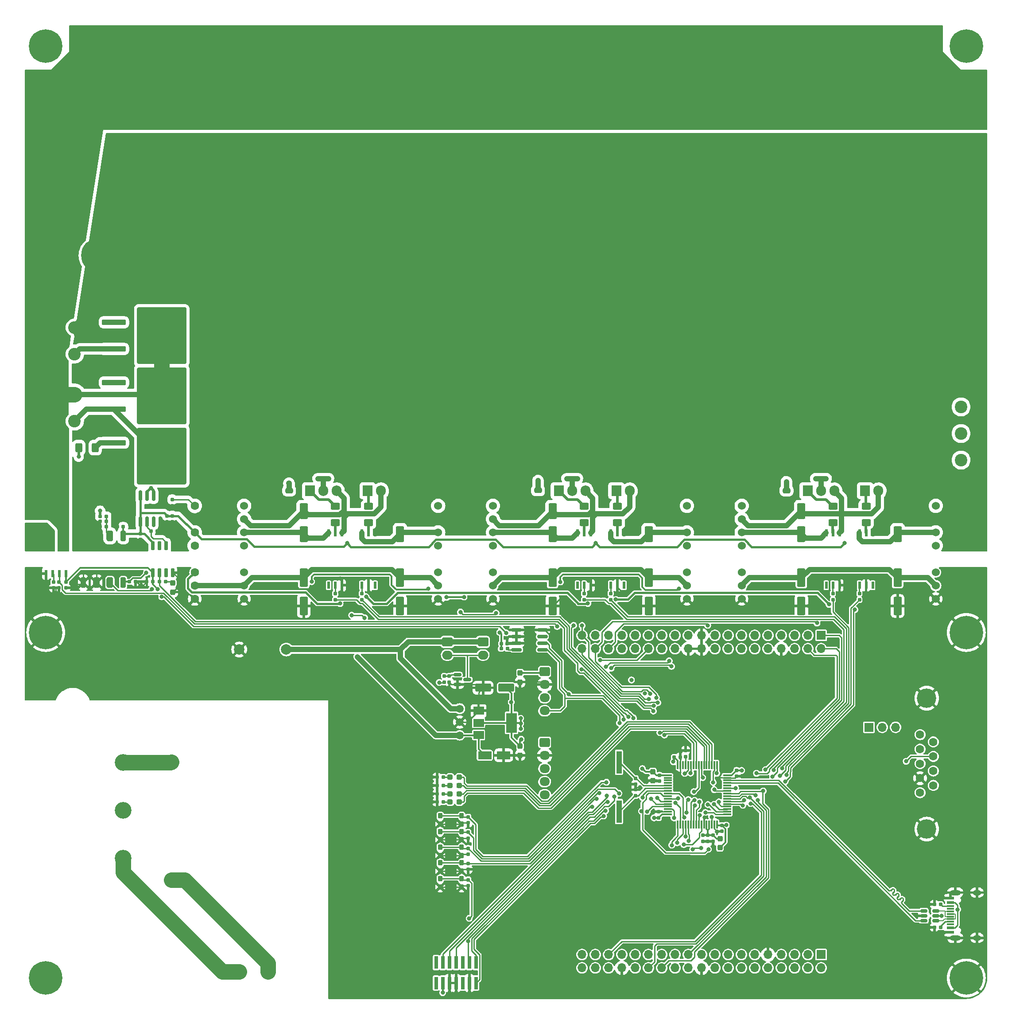
<source format=gbr>
%TF.GenerationSoftware,KiCad,Pcbnew,7.0.5-7.0.5~ubuntu22.04.1*%
%TF.CreationDate,2023-07-11T09:47:34+02:00*%
%TF.ProjectId,Inverter_KiCAD,496e7665-7274-4657-925f-4b694341442e,rev?*%
%TF.SameCoordinates,Original*%
%TF.FileFunction,Copper,L1,Top*%
%TF.FilePolarity,Positive*%
%FSLAX46Y46*%
G04 Gerber Fmt 4.6, Leading zero omitted, Abs format (unit mm)*
G04 Created by KiCad (PCBNEW 7.0.5-7.0.5~ubuntu22.04.1) date 2023-07-11 09:47:34*
%MOMM*%
%LPD*%
G01*
G04 APERTURE LIST*
G04 Aperture macros list*
%AMRoundRect*
0 Rectangle with rounded corners*
0 $1 Rounding radius*
0 $2 $3 $4 $5 $6 $7 $8 $9 X,Y pos of 4 corners*
0 Add a 4 corners polygon primitive as box body*
4,1,4,$2,$3,$4,$5,$6,$7,$8,$9,$2,$3,0*
0 Add four circle primitives for the rounded corners*
1,1,$1+$1,$2,$3*
1,1,$1+$1,$4,$5*
1,1,$1+$1,$6,$7*
1,1,$1+$1,$8,$9*
0 Add four rect primitives between the rounded corners*
20,1,$1+$1,$2,$3,$4,$5,0*
20,1,$1+$1,$4,$5,$6,$7,0*
20,1,$1+$1,$6,$7,$8,$9,0*
20,1,$1+$1,$8,$9,$2,$3,0*%
G04 Aperture macros list end*
%TA.AperFunction,SMDPad,CuDef*%
%ADD10RoundRect,0.237500X-0.287500X-0.237500X0.287500X-0.237500X0.287500X0.237500X-0.287500X0.237500X0*%
%TD*%
%TA.AperFunction,SMDPad,CuDef*%
%ADD11RoundRect,0.155000X-0.212500X-0.155000X0.212500X-0.155000X0.212500X0.155000X-0.212500X0.155000X0*%
%TD*%
%TA.AperFunction,SMDPad,CuDef*%
%ADD12RoundRect,0.250000X0.550000X-1.250000X0.550000X1.250000X-0.550000X1.250000X-0.550000X-1.250000X0*%
%TD*%
%TA.AperFunction,SMDPad,CuDef*%
%ADD13RoundRect,0.250000X0.625000X-0.400000X0.625000X0.400000X-0.625000X0.400000X-0.625000X-0.400000X0*%
%TD*%
%TA.AperFunction,ComponentPad*%
%ADD14C,1.524000*%
%TD*%
%TA.AperFunction,ComponentPad*%
%ADD15R,4.000000X4.000000*%
%TD*%
%TA.AperFunction,ComponentPad*%
%ADD16C,4.000000*%
%TD*%
%TA.AperFunction,SMDPad,CuDef*%
%ADD17RoundRect,0.155000X0.212500X0.155000X-0.212500X0.155000X-0.212500X-0.155000X0.212500X-0.155000X0*%
%TD*%
%TA.AperFunction,ComponentPad*%
%ADD18C,1.600000*%
%TD*%
%TA.AperFunction,ComponentPad*%
%ADD19R,1.905000X2.000000*%
%TD*%
%TA.AperFunction,ComponentPad*%
%ADD20O,1.905000X2.000000*%
%TD*%
%TA.AperFunction,ComponentPad*%
%ADD21C,2.400000*%
%TD*%
%TA.AperFunction,SMDPad,CuDef*%
%ADD22RoundRect,0.160000X-0.160000X0.197500X-0.160000X-0.197500X0.160000X-0.197500X0.160000X0.197500X0*%
%TD*%
%TA.AperFunction,SMDPad,CuDef*%
%ADD23RoundRect,0.250000X-0.475000X0.250000X-0.475000X-0.250000X0.475000X-0.250000X0.475000X0.250000X0*%
%TD*%
%TA.AperFunction,SMDPad,CuDef*%
%ADD24RoundRect,0.250000X-2.050000X-0.300000X2.050000X-0.300000X2.050000X0.300000X-2.050000X0.300000X0*%
%TD*%
%TA.AperFunction,SMDPad,CuDef*%
%ADD25RoundRect,0.250000X-2.025000X-2.375000X2.025000X-2.375000X2.025000X2.375000X-2.025000X2.375000X0*%
%TD*%
%TA.AperFunction,SMDPad,CuDef*%
%ADD26RoundRect,0.250002X-4.449998X-5.149998X4.449998X-5.149998X4.449998X5.149998X-4.449998X5.149998X0*%
%TD*%
%TA.AperFunction,ComponentPad*%
%ADD27C,0.800000*%
%TD*%
%TA.AperFunction,ComponentPad*%
%ADD28C,6.400000*%
%TD*%
%TA.AperFunction,SMDPad,CuDef*%
%ADD29RoundRect,0.155000X-0.155000X0.212500X-0.155000X-0.212500X0.155000X-0.212500X0.155000X0.212500X0*%
%TD*%
%TA.AperFunction,SMDPad,CuDef*%
%ADD30R,1.450000X0.600000*%
%TD*%
%TA.AperFunction,SMDPad,CuDef*%
%ADD31R,1.450000X0.300000*%
%TD*%
%TA.AperFunction,ComponentPad*%
%ADD32O,2.100000X1.000000*%
%TD*%
%TA.AperFunction,ComponentPad*%
%ADD33O,1.600000X1.000000*%
%TD*%
%TA.AperFunction,ComponentPad*%
%ADD34RoundRect,0.250000X-0.725000X0.600000X-0.725000X-0.600000X0.725000X-0.600000X0.725000X0.600000X0*%
%TD*%
%TA.AperFunction,ComponentPad*%
%ADD35O,1.950000X1.700000*%
%TD*%
%TA.AperFunction,SMDPad,CuDef*%
%ADD36RoundRect,0.160000X0.197500X0.160000X-0.197500X0.160000X-0.197500X-0.160000X0.197500X-0.160000X0*%
%TD*%
%TA.AperFunction,SMDPad,CuDef*%
%ADD37RoundRect,0.150000X-0.512500X-0.150000X0.512500X-0.150000X0.512500X0.150000X-0.512500X0.150000X0*%
%TD*%
%TA.AperFunction,SMDPad,CuDef*%
%ADD38R,0.508000X1.460500*%
%TD*%
%TA.AperFunction,SMDPad,CuDef*%
%ADD39RoundRect,0.254000X0.254000X0.746000X-0.254000X0.746000X-0.254000X-0.746000X0.254000X-0.746000X0*%
%TD*%
%TA.AperFunction,SMDPad,CuDef*%
%ADD40RoundRect,0.317500X0.317500X0.682500X-0.317500X0.682500X-0.317500X-0.682500X0.317500X-0.682500X0*%
%TD*%
%TA.AperFunction,SMDPad,CuDef*%
%ADD41RoundRect,0.265000X0.265000X0.735000X-0.265000X0.735000X-0.265000X-0.735000X0.265000X-0.735000X0*%
%TD*%
%TA.AperFunction,ComponentPad*%
%ADD42R,1.700000X1.700000*%
%TD*%
%TA.AperFunction,ComponentPad*%
%ADD43O,1.700000X1.700000*%
%TD*%
%TA.AperFunction,ComponentPad*%
%ADD44C,2.006600*%
%TD*%
%TA.AperFunction,SMDPad,CuDef*%
%ADD45RoundRect,0.225000X-0.225000X-0.275000X0.225000X-0.275000X0.225000X0.275000X-0.225000X0.275000X0*%
%TD*%
%TA.AperFunction,SMDPad,CuDef*%
%ADD46RoundRect,0.150000X0.150000X-0.825000X0.150000X0.825000X-0.150000X0.825000X-0.150000X-0.825000X0*%
%TD*%
%TA.AperFunction,ComponentPad*%
%ADD47C,1.600200*%
%TD*%
%TA.AperFunction,ComponentPad*%
%ADD48C,3.708400*%
%TD*%
%TA.AperFunction,SMDPad,CuDef*%
%ADD49RoundRect,0.237500X0.237500X-0.287500X0.237500X0.287500X-0.237500X0.287500X-0.237500X-0.287500X0*%
%TD*%
%TA.AperFunction,SMDPad,CuDef*%
%ADD50RoundRect,0.160000X0.160000X-0.197500X0.160000X0.197500X-0.160000X0.197500X-0.160000X-0.197500X0*%
%TD*%
%TA.AperFunction,SMDPad,CuDef*%
%ADD51RoundRect,0.075000X-0.700000X-0.075000X0.700000X-0.075000X0.700000X0.075000X-0.700000X0.075000X0*%
%TD*%
%TA.AperFunction,SMDPad,CuDef*%
%ADD52RoundRect,0.075000X-0.075000X-0.700000X0.075000X-0.700000X0.075000X0.700000X-0.075000X0.700000X0*%
%TD*%
%TA.AperFunction,ComponentPad*%
%ADD53C,1.498600*%
%TD*%
%TA.AperFunction,SMDPad,CuDef*%
%ADD54RoundRect,0.250000X-0.550000X1.500000X-0.550000X-1.500000X0.550000X-1.500000X0.550000X1.500000X0*%
%TD*%
%TA.AperFunction,ComponentPad*%
%ADD55RoundRect,0.250000X-0.750000X0.600000X-0.750000X-0.600000X0.750000X-0.600000X0.750000X0.600000X0*%
%TD*%
%TA.AperFunction,ComponentPad*%
%ADD56O,2.000000X1.700000*%
%TD*%
%TA.AperFunction,SMDPad,CuDef*%
%ADD57RoundRect,0.150000X-0.587500X-0.150000X0.587500X-0.150000X0.587500X0.150000X-0.587500X0.150000X0*%
%TD*%
%TA.AperFunction,SMDPad,CuDef*%
%ADD58RoundRect,0.160000X-0.197500X-0.160000X0.197500X-0.160000X0.197500X0.160000X-0.197500X0.160000X0*%
%TD*%
%TA.AperFunction,ComponentPad*%
%ADD59C,2.800000*%
%TD*%
%TA.AperFunction,ComponentPad*%
%ADD60C,3.200000*%
%TD*%
%TA.AperFunction,SMDPad,CuDef*%
%ADD61RoundRect,0.250000X1.250000X0.550000X-1.250000X0.550000X-1.250000X-0.550000X1.250000X-0.550000X0*%
%TD*%
%TA.AperFunction,SMDPad,CuDef*%
%ADD62R,0.508000X1.346200*%
%TD*%
%TA.AperFunction,SMDPad,CuDef*%
%ADD63RoundRect,0.237500X-0.237500X0.300000X-0.237500X-0.300000X0.237500X-0.300000X0.237500X0.300000X0*%
%TD*%
%TA.AperFunction,SMDPad,CuDef*%
%ADD64RoundRect,0.155000X0.155000X-0.212500X0.155000X0.212500X-0.155000X0.212500X-0.155000X-0.212500X0*%
%TD*%
%TA.AperFunction,SMDPad,CuDef*%
%ADD65R,1.016000X4.318000*%
%TD*%
%TA.AperFunction,SMDPad,CuDef*%
%ADD66R,0.740000X2.400000*%
%TD*%
%TA.AperFunction,SMDPad,CuDef*%
%ADD67RoundRect,0.250000X-1.050000X-0.550000X1.050000X-0.550000X1.050000X0.550000X-1.050000X0.550000X0*%
%TD*%
%TA.AperFunction,SMDPad,CuDef*%
%ADD68RoundRect,0.237500X0.237500X-0.300000X0.237500X0.300000X-0.237500X0.300000X-0.237500X-0.300000X0*%
%TD*%
%TA.AperFunction,SMDPad,CuDef*%
%ADD69RoundRect,0.250000X-0.400000X-0.625000X0.400000X-0.625000X0.400000X0.625000X-0.400000X0.625000X0*%
%TD*%
%TA.AperFunction,SMDPad,CuDef*%
%ADD70RoundRect,0.150000X0.825000X0.150000X-0.825000X0.150000X-0.825000X-0.150000X0.825000X-0.150000X0*%
%TD*%
%TA.AperFunction,SMDPad,CuDef*%
%ADD71R,2.000000X1.500000*%
%TD*%
%TA.AperFunction,SMDPad,CuDef*%
%ADD72R,2.000000X3.800000*%
%TD*%
%TA.AperFunction,SMDPad,CuDef*%
%ADD73RoundRect,0.150000X0.150000X-0.725000X0.150000X0.725000X-0.150000X0.725000X-0.150000X-0.725000X0*%
%TD*%
%TA.AperFunction,ViaPad*%
%ADD74C,0.800000*%
%TD*%
%TA.AperFunction,Conductor*%
%ADD75C,0.250000*%
%TD*%
%TA.AperFunction,Conductor*%
%ADD76C,0.300000*%
%TD*%
%TA.AperFunction,Conductor*%
%ADD77C,1.000000*%
%TD*%
%TA.AperFunction,Conductor*%
%ADD78C,0.400000*%
%TD*%
%TA.AperFunction,Conductor*%
%ADD79C,3.000000*%
%TD*%
%TA.AperFunction,Conductor*%
%ADD80C,0.200000*%
%TD*%
%TA.AperFunction,Conductor*%
%ADD81C,0.500000*%
%TD*%
G04 APERTURE END LIST*
D10*
%TO.P,D802,1,K*%
%TO.N,Net-(D802-K)*%
X114325000Y-159200000D03*
%TO.P,D802,2,A*%
%TO.N,/MCU_STM32G474/USR_LED_2*%
X116075000Y-159200000D03*
%TD*%
D11*
%TO.P,C812,1*%
%TO.N,/ISO_3V3*%
X157150000Y-153775000D03*
%TO.P,C812,2*%
%TO.N,/ISO_GND*%
X158285000Y-153775000D03*
%TD*%
D12*
%TO.P,C203,1*%
%TO.N,/Arm_IRF540NBbF/VCC_H*%
X86340000Y-111200000D03*
%TO.P,C203,2*%
%TO.N,/Arm_IRF540NBbF/ARM_OUT*%
X86340000Y-106800000D03*
%TD*%
D13*
%TO.P,R404,1*%
%TO.N,Net-(Q401-Vo-Pad10)*%
X193835000Y-108990000D03*
%TO.P,R404,2*%
%TO.N,/Arm_IRF540NBbF2/Cmd_L*%
X193835000Y-105890000D03*
%TD*%
D14*
%TO.P,U301,1,GND*%
%TO.N,/ISO_GND*%
X122500000Y-123592500D03*
%TO.P,U301,2,Vin*%
%TO.N,/ISO_15V*%
X122500000Y-121052500D03*
%TO.P,U301,3,Ctrl*%
%TO.N,/Pwr_En*%
X122500000Y-118512500D03*
%TO.P,U301,5,NC*%
%TO.N,unconnected-(U301-NC-Pad5)*%
X122500000Y-113432500D03*
%TO.P,U301,6,Vout*%
%TO.N,/Arm_IRF540NBbF1/VCC_H*%
X122500000Y-110892500D03*
%TO.P,U301,7,0V*%
%TO.N,/Arm_IRF540NBbF1/ARM_OUT*%
X122500000Y-108352500D03*
%TO.P,U301,8,NC*%
%TO.N,unconnected-(U301-NC-Pad8)*%
X122500000Y-105812500D03*
%TD*%
D15*
%TO.P,C1004,1*%
%TO.N,/VSupply_AB*%
X89000000Y-29000000D03*
D16*
%TO.P,C1004,2*%
%TO.N,GND*%
X89000000Y-39000000D03*
%TD*%
D17*
%TO.P,C901,1*%
%TO.N,/ISO_3V3*%
X57467500Y-120300000D03*
%TO.P,C901,2*%
%TO.N,/ISO_GND*%
X56332500Y-120300000D03*
%TD*%
D18*
%TO.P,U701,1,Vin_GND*%
%TO.N,/ISO_GND*%
X65500000Y-123592500D03*
%TO.P,U701,2,Vin*%
%TO.N,/ISO_15V*%
X65500000Y-121052500D03*
%TO.P,U701,3,Ctrl*%
%TO.N,/ISO_5V*%
X65500000Y-118512500D03*
%TO.P,U701,5*%
%TO.N,N/C*%
X65500000Y-113432500D03*
%TO.P,U701,6,Vout*%
%TO.N,/5V*%
X65500000Y-110892500D03*
%TO.P,U701,7,Vout_Gnd*%
%TO.N,GND*%
X65500000Y-108352500D03*
%TO.P,U701,8,FB*%
%TO.N,Net-(U701-FB)*%
X65500000Y-105812500D03*
%TD*%
D19*
%TO.P,Q202,1,G*%
%TO.N,/Arm_IRF540NBbF/Cmd_H*%
X87540000Y-102940000D03*
D20*
%TO.P,Q202,2,D*%
%TO.N,/Vbus*%
X90080000Y-102940000D03*
%TO.P,Q202,3,S*%
%TO.N,/Arm_IRF540NBbF/ARM_OUT*%
X92620000Y-102940000D03*
%TD*%
D21*
%TO.P,J104,1,Pin_1*%
%TO.N,/U_output*%
X212000000Y-86920000D03*
%TO.P,J104,2,Pin_2*%
%TO.N,/V_output*%
X212000000Y-92000000D03*
%TO.P,J104,3,Pin_3*%
%TO.N,/W_output*%
X212000000Y-97080000D03*
%TD*%
D22*
%TO.P,R302,1*%
%TO.N,Net-(Q301-Anode-Pad6)*%
X145005000Y-122542500D03*
%TO.P,R302,2*%
%TO.N,/V_PWM_L*%
X145005000Y-123737500D03*
%TD*%
D10*
%TO.P,D801,1,K*%
%TO.N,Net-(D801-K)*%
X114325000Y-157600000D03*
%TO.P,D801,2,A*%
%TO.N,/MCU_STM32G474/USR_LED_1*%
X116075000Y-157600000D03*
%TD*%
D19*
%TO.P,Q403,1,G*%
%TO.N,/Arm_IRF540NBbF2/Cmd_L*%
X193660000Y-102940000D03*
D20*
%TO.P,Q403,2,D*%
%TO.N,/Arm_IRF540NBbF2/ARM_OUT*%
X196200000Y-102940000D03*
%TO.P,Q403,3,S*%
%TO.N,GND*%
X198740000Y-102940000D03*
%TD*%
D12*
%TO.P,C204,1*%
%TO.N,/Arm_IRF540NBbF/VCC_L*%
X104740000Y-111200000D03*
%TO.P,C204,2*%
%TO.N,GND*%
X104740000Y-106800000D03*
%TD*%
D13*
%TO.P,R204,1*%
%TO.N,Net-(Q201-Vo-Pad10)*%
X98715000Y-108990000D03*
%TO.P,R204,2*%
%TO.N,/Arm_IRF540NBbF/Cmd_L*%
X98715000Y-105890000D03*
%TD*%
D23*
%TO.P,C306,1*%
%TO.N,/Vbus*%
X131125000Y-102875000D03*
%TO.P,C306,2*%
%TO.N,GND*%
X131125000Y-104775000D03*
%TD*%
D12*
%TO.P,C404,1*%
%TO.N,/Arm_IRF540NBbF2/VCC_L*%
X199860000Y-111200000D03*
%TO.P,C404,2*%
%TO.N,GND*%
X199860000Y-106800000D03*
%TD*%
D24*
%TO.P,D902,3,A*%
%TO.N,/VSupply_BB*%
X50050000Y-75840000D03*
D25*
%TO.P,D902,2,K*%
%TO.N,/VSupply_AB*%
X61625000Y-76075000D03*
X61625000Y-70525000D03*
D26*
X59200000Y-73300000D03*
D25*
X56775000Y-76075000D03*
X56775000Y-70525000D03*
D24*
%TO.P,D902,1*%
%TO.N,N/C*%
X50050000Y-70760000D03*
%TD*%
D27*
%TO.P,H103,1,1*%
%TO.N,/ISO_GND*%
X215400000Y-196000000D03*
X214697056Y-197697056D03*
X214697056Y-194302944D03*
X213000000Y-198400000D03*
D28*
X213000000Y-196000000D03*
D27*
X213000000Y-193600000D03*
X211302944Y-197697056D03*
X211302944Y-194302944D03*
X210600000Y-196000000D03*
%TD*%
D29*
%TO.P,C808,1*%
%TO.N,/ISO_3V3*%
X166275000Y-166857500D03*
%TO.P,C808,2*%
%TO.N,/ISO_GND*%
X166275000Y-167992500D03*
%TD*%
D27*
%TO.P,H108,1,1*%
%TO.N,GND*%
X44600000Y-58000000D03*
X45302944Y-56302944D03*
X45302944Y-59697056D03*
X47000000Y-55600000D03*
D28*
X47000000Y-58000000D03*
D27*
X47000000Y-60400000D03*
X48697056Y-56302944D03*
X48697056Y-59697056D03*
X49400000Y-58000000D03*
%TD*%
%TO.P,H107,1,1*%
%TO.N,GND*%
X210600000Y-72000000D03*
X211302944Y-70302944D03*
X211302944Y-73697056D03*
X213000000Y-69600000D03*
D28*
X213000000Y-72000000D03*
D27*
X213000000Y-74400000D03*
X214697056Y-70302944D03*
X214697056Y-73697056D03*
X215400000Y-72000000D03*
%TD*%
D30*
%TO.P,J801,A1,GND*%
%TO.N,/ISO_GND*%
X209955000Y-187250000D03*
%TO.P,J801,A4,VBUS*%
%TO.N,/MCU_STM32G474/V_USB*%
X209955000Y-186450000D03*
D31*
%TO.P,J801,A5,CC1*%
%TO.N,Net-(J801-CC1)*%
X209955000Y-185250000D03*
%TO.P,J801,A6,D+*%
%TO.N,/MCU_STM32G474/D+*%
X209955000Y-184250000D03*
%TO.P,J801,A7,D-*%
%TO.N,/MCU_STM32G474/D-*%
X209955000Y-183750000D03*
%TO.P,J801,A8,SBU1*%
%TO.N,unconnected-(J801-SBU1-PadA8)*%
X209955000Y-182750000D03*
D30*
%TO.P,J801,A9,VBUS*%
%TO.N,/MCU_STM32G474/V_USB*%
X209955000Y-181550000D03*
%TO.P,J801,A12,GND*%
%TO.N,/ISO_GND*%
X209955000Y-180750000D03*
%TO.P,J801,B1,GND*%
X209955000Y-180750000D03*
%TO.P,J801,B4,VBUS*%
%TO.N,/MCU_STM32G474/V_USB*%
X209955000Y-181550000D03*
D31*
%TO.P,J801,B5,CC2*%
%TO.N,Net-(J801-CC2)*%
X209955000Y-182250000D03*
%TO.P,J801,B6,D+*%
%TO.N,/MCU_STM32G474/D+*%
X209955000Y-183250000D03*
%TO.P,J801,B7,D-*%
%TO.N,/MCU_STM32G474/D-*%
X209955000Y-184750000D03*
%TO.P,J801,B8,SBU2*%
%TO.N,unconnected-(J801-SBU2-PadB8)*%
X209955000Y-185750000D03*
D30*
%TO.P,J801,B9,VBUS*%
%TO.N,/MCU_STM32G474/V_USB*%
X209955000Y-186450000D03*
%TO.P,J801,B12,GND*%
%TO.N,/ISO_GND*%
X209955000Y-187250000D03*
D32*
%TO.P,J801,S1,SHIELD*%
X210870000Y-188320000D03*
D33*
X215050000Y-188320000D03*
D32*
X210870000Y-179680000D03*
D33*
X215050000Y-179680000D03*
%TD*%
D12*
%TO.P,C304,1*%
%TO.N,/Arm_IRF540NBbF1/VCC_L*%
X152300000Y-111200000D03*
%TO.P,C304,2*%
%TO.N,GND*%
X152300000Y-106800000D03*
%TD*%
D34*
%TO.P,J802,1,Pin_1*%
%TO.N,/ISO_3V3*%
X132400000Y-151000000D03*
D35*
%TO.P,J802,2,Pin_2*%
%TO.N,/ISO_GND*%
X132400000Y-153500000D03*
%TO.P,J802,3,Pin_3*%
%TO.N,/MCU_STM32G474/ENC_BTN_A*%
X132400000Y-156000000D03*
%TO.P,J802,4,Pin_4*%
%TO.N,/MCU_STM32G474/ENC_BTN_B*%
X132400000Y-158500000D03*
%TO.P,J802,5,Pin_5*%
%TO.N,/MCU_STM32G474/ENC_BTN_P*%
X132400000Y-161000000D03*
%TD*%
D19*
%TO.P,Q303,1,G*%
%TO.N,/Arm_IRF540NBbF1/Cmd_L*%
X146100000Y-102940000D03*
D20*
%TO.P,Q303,2,D*%
%TO.N,/Arm_IRF540NBbF1/ARM_OUT*%
X148640000Y-102940000D03*
%TO.P,Q303,3,S*%
%TO.N,GND*%
X151180000Y-102940000D03*
%TD*%
D15*
%TO.P,C1003,1*%
%TO.N,/VSupply_AB*%
X125000000Y-29000000D03*
D16*
%TO.P,C1003,2*%
%TO.N,GND*%
X125000000Y-39000000D03*
%TD*%
D29*
%TO.P,C902,1*%
%TO.N,/5V*%
X55100000Y-111132500D03*
%TO.P,C902,2*%
%TO.N,GND*%
X55100000Y-112267500D03*
%TD*%
D36*
%TO.P,R805,1*%
%TO.N,Net-(D802-K)*%
X112997500Y-159200000D03*
%TO.P,R805,2*%
%TO.N,/ISO_GND*%
X111802500Y-159200000D03*
%TD*%
D29*
%TO.P,C602,1*%
%TO.N,/Bus_Imes*%
X39500000Y-120332500D03*
%TO.P,C602,2*%
%TO.N,/ISO_GND*%
X39500000Y-121467500D03*
%TD*%
D22*
%TO.P,R201,1*%
%TO.N,Net-(Q201-Anode-Pad2)*%
X92365000Y-122542500D03*
%TO.P,R201,2*%
%TO.N,/U_PWM_H*%
X92365000Y-123737500D03*
%TD*%
D37*
%TO.P,U802,6,I/O1*%
%TO.N,/MCU_STM32G474/D+*%
X207137500Y-183150000D03*
%TO.P,U802,5,VBUS*%
%TO.N,/MCU_STM32G474/V_USB*%
X207137500Y-184100000D03*
%TO.P,U802,4,I/O2*%
%TO.N,/MCU_STM32G474/D-*%
X207137500Y-185050000D03*
%TO.P,U802,3,I/O2*%
%TO.N,/MCU_STM32G474/USB_DM*%
X204862500Y-185050000D03*
%TO.P,U802,2,GND*%
%TO.N,/ISO_GND*%
X204862500Y-184100000D03*
%TO.P,U802,1,I/O1*%
%TO.N,/MCU_STM32G474/USB_DP*%
X204862500Y-183150000D03*
%TD*%
D38*
%TO.P,U601,1,IP+*%
%TO.N,/VSupply_AB*%
X40905000Y-113275850D03*
%TO.P,U601,2,IP+*%
X39635000Y-113275850D03*
%TO.P,U601,3,IP-*%
%TO.N,/Vbus*%
X38365000Y-113275850D03*
%TO.P,U601,4,IP-*%
X37095000Y-113275850D03*
%TO.P,U601,5,GND*%
%TO.N,/ISO_GND*%
X37095000Y-118724150D03*
%TO.P,U601,6,UREF*%
%TO.N,/Vbus_Sense/Uref*%
X38365000Y-118724150D03*
%TO.P,U601,7,UOUT*%
%TO.N,/Bus_Imes*%
X39635000Y-118724150D03*
%TO.P,U601,8,UC*%
%TO.N,/ISO_3V3*%
X40905000Y-118724150D03*
%TD*%
D39*
%TO.P,U602,1,VDD1*%
%TO.N,/5V*%
X51810000Y-111550000D03*
D40*
%TO.P,U602,2,VIN+*%
%TO.N,Net-(U602-VIN+)*%
X49270000Y-111550000D03*
%TO.P,U602,3,VIN-*%
%TO.N,GND*%
X46730000Y-111550000D03*
D39*
%TO.P,U602,4,GND1*%
X44190000Y-111550000D03*
%TO.P,U602,5,GND2*%
%TO.N,/ISO_GND*%
X44190000Y-120450000D03*
D40*
%TO.P,U602,6,VOUT-*%
X46730000Y-120450000D03*
%TO.P,U602,7,VOUT+*%
%TO.N,/Bus_V*%
X49270000Y-120450000D03*
D41*
%TO.P,U602,8,VDD2*%
%TO.N,/ISO_5V*%
X51810000Y-120450000D03*
%TD*%
D42*
%TO.P,J101,1,Pin_1*%
%TO.N,/NUCLEO_TX*%
X185260000Y-130570000D03*
D43*
%TO.P,J101,2,Pin_2*%
%TO.N,/NUCLEO_RX*%
X185260000Y-133110000D03*
%TO.P,J101,3,Pin_3*%
%TO.N,/PC12*%
X182720000Y-130570000D03*
%TO.P,J101,4,Pin_4*%
%TO.N,/NUCLEO_NRST*%
X182720000Y-133110000D03*
%TO.P,J101,5,Pin_5*%
%TO.N,/VDD*%
X180180000Y-130570000D03*
%TO.P,J101,6,Pin_6*%
%TO.N,/ISO_5V*%
X180180000Y-133110000D03*
%TO.P,J101,7,Pin_7*%
%TO.N,/PB8-BOOT0*%
X177640000Y-130570000D03*
%TO.P,J101,8,Pin_8*%
%TO.N,/ISO_GND*%
X177640000Y-133110000D03*
%TO.P,J101,9,Pin_9*%
%TO.N,unconnected-(J101-Pin_9-Pad9)*%
X175100000Y-130570000D03*
%TO.P,J101,10,Pin_10*%
%TO.N,unconnected-(J101-Pin_10-Pad10)*%
X175100000Y-133110000D03*
%TO.P,J101,11,Pin_11*%
%TO.N,unconnected-(J101-Pin_11-Pad11)*%
X172560000Y-130570000D03*
%TO.P,J101,12,Pin_12*%
%TO.N,/IOREF*%
X172560000Y-133110000D03*
%TO.P,J101,13,Pin_13*%
%TO.N,/PA13*%
X170020000Y-130570000D03*
%TO.P,J101,14,Pin_14*%
%TO.N,unconnected-(J101-Pin_14-Pad14)*%
X170020000Y-133110000D03*
%TO.P,J101,15,Pin_15*%
%TO.N,/PA14*%
X167480000Y-130570000D03*
%TO.P,J101,16,Pin_16*%
%TO.N,/+3V3*%
X167480000Y-133110000D03*
%TO.P,J101,17,Pin_17*%
%TO.N,/PA15*%
X164940000Y-130570000D03*
%TO.P,J101,18,Pin_18*%
%TO.N,/+5V*%
X164940000Y-133110000D03*
%TO.P,J101,19,Pin_19*%
%TO.N,/ISO_GND*%
X162400000Y-130570000D03*
%TO.P,J101,20,Pin_20*%
X162400000Y-133110000D03*
%TO.P,J101,21,Pin_21*%
%TO.N,/PB7*%
X159860000Y-130570000D03*
%TO.P,J101,22,Pin_22*%
%TO.N,/ISO_GND*%
X159860000Y-133110000D03*
%TO.P,J101,23,Pin_23*%
%TO.N,/PC13*%
X157320000Y-130570000D03*
%TO.P,J101,24,Pin_24*%
%TO.N,/VIN*%
X157320000Y-133110000D03*
%TO.P,J101,25,Pin_25*%
%TO.N,/PC14*%
X154780000Y-130570000D03*
%TO.P,J101,26,Pin_26*%
%TO.N,unconnected-(J101-Pin_26-Pad26)*%
X154780000Y-133110000D03*
%TO.P,J101,27,Pin_27*%
%TO.N,/PC15*%
X152240000Y-130570000D03*
%TO.P,J101,28,Pin_28*%
%TO.N,/Bus_V*%
X152240000Y-133110000D03*
%TO.P,J101,29,Pin_29*%
%TO.N,/PF0*%
X149700000Y-130570000D03*
%TO.P,J101,30,Pin_30*%
%TO.N,/U_Imes*%
X149700000Y-133110000D03*
%TO.P,J101,31,Pin_31*%
%TO.N,/PF1*%
X147160000Y-130570000D03*
%TO.P,J101,32,Pin_32*%
%TO.N,/ENC_B*%
X147160000Y-133110000D03*
%TO.P,J101,33,Pin_33*%
%TO.N,/VBAT*%
X144620000Y-130570000D03*
%TO.P,J101,34,Pin_34*%
%TO.N,/W_Imes*%
X144620000Y-133110000D03*
%TO.P,J101,35,Pin_35*%
%TO.N,/Bus_Imes*%
X142080000Y-130570000D03*
%TO.P,J101,36,Pin_36*%
%TO.N,/W_VPh*%
X142080000Y-133110000D03*
%TO.P,J101,37,Pin_37*%
%TO.N,/V_VPh*%
X139540000Y-130570000D03*
%TO.P,J101,38,Pin_38*%
%TO.N,/U_VPh*%
X139540000Y-133110000D03*
%TD*%
D11*
%TO.P,C606,1*%
%TO.N,/ISO_5V*%
X53032500Y-120300000D03*
%TO.P,C606,2*%
%TO.N,/ISO_GND*%
X54167500Y-120300000D03*
%TD*%
D27*
%TO.P,H102,1,1*%
%TO.N,/ISO_GND*%
X34600000Y-130000000D03*
X35302944Y-128302944D03*
X35302944Y-131697056D03*
X37000000Y-127600000D03*
D28*
X37000000Y-130000000D03*
D27*
X37000000Y-132400000D03*
X38697056Y-128302944D03*
X38697056Y-131697056D03*
X39400000Y-130000000D03*
%TD*%
D10*
%TO.P,D804,1,K*%
%TO.N,Net-(D804-K)*%
X114325000Y-162400000D03*
%TO.P,D804,2,A*%
%TO.N,/MCU_STM32G474/USR_LED_4*%
X116075000Y-162400000D03*
%TD*%
D44*
%TO.P,U501,1,AC(L)*%
%TO.N,Net-(J501-N)*%
X74000000Y-194750000D03*
%TO.P,U501,2,AC(N)*%
%TO.N,Net-(U501-AC(N))*%
X79499999Y-194750000D03*
%TO.P,U501,3,+15V*%
%TO.N,/ISO_15V*%
X83000000Y-133249996D03*
%TO.P,U501,4,GND*%
%TO.N,/ISO_GND*%
X74000000Y-133249996D03*
%TD*%
D19*
%TO.P,Q203,1,G*%
%TO.N,/Arm_IRF540NBbF/Cmd_L*%
X98540000Y-102940000D03*
D20*
%TO.P,Q203,2,D*%
%TO.N,/Arm_IRF540NBbF/ARM_OUT*%
X101080000Y-102940000D03*
%TO.P,Q203,3,S*%
%TO.N,GND*%
X103620000Y-102940000D03*
%TD*%
D19*
%TO.P,Q402,1,G*%
%TO.N,/Arm_IRF540NBbF2/Cmd_H*%
X182660000Y-102940000D03*
D20*
%TO.P,Q402,2,D*%
%TO.N,/Vbus*%
X185200000Y-102940000D03*
%TO.P,Q402,3,S*%
%TO.N,/Arm_IRF540NBbF2/ARM_OUT*%
X187740000Y-102940000D03*
%TD*%
D36*
%TO.P,R1201,1*%
%TO.N,Net-(U1201-VDD)*%
X125272500Y-133105000D03*
%TO.P,R1201,2*%
%TO.N,/ISO_3V3*%
X124077500Y-133105000D03*
%TD*%
D27*
%TO.P,H104,1,1*%
%TO.N,/ISO_GND*%
X210600000Y-130000000D03*
X211302944Y-128302944D03*
X211302944Y-131697056D03*
X213000000Y-127600000D03*
D28*
X213000000Y-130000000D03*
D27*
X213000000Y-132400000D03*
X214697056Y-128302944D03*
X214697056Y-131697056D03*
X215400000Y-130000000D03*
%TD*%
D29*
%TO.P,C903,1*%
%TO.N,/5V*%
X60200000Y-107732500D03*
%TO.P,C903,2*%
%TO.N,GND*%
X60200000Y-108867500D03*
%TD*%
D42*
%TO.P,J1302,1,Pin_1*%
%TO.N,/ISO_3V3*%
X194400000Y-148100000D03*
D43*
%TO.P,J1302,2,Pin_2*%
%TO.N,/encoderMotor/VCC_Enc*%
X196940000Y-148100000D03*
%TO.P,J1302,3,Pin_3*%
%TO.N,/ISO_5V*%
X199480000Y-148100000D03*
%TD*%
D21*
%TO.P,J102,1,Pin_1*%
%TO.N,/VSupply_BB*%
X42525000Y-76825000D03*
%TO.P,J102,2,Pin_2*%
%TO.N,GND*%
X42525000Y-71745000D03*
%TD*%
D29*
%TO.P,C816,1*%
%TO.N,/MCU_STM32G474/USR_BTN_2*%
X117775000Y-168132500D03*
%TO.P,C816,2*%
%TO.N,/ISO_GND*%
X117775000Y-169267500D03*
%TD*%
D13*
%TO.P,R303,1*%
%TO.N,Net-(Q301-Vo-Pad15)*%
X139925000Y-108990000D03*
%TO.P,R303,2*%
%TO.N,/Arm_IRF540NBbF1/Cmd_H*%
X139925000Y-105890000D03*
%TD*%
D45*
%TO.P,SW803,1,1*%
%TO.N,/MCU_STM32G474/USR_BTN_2*%
X112425000Y-168000000D03*
X116525000Y-168000000D03*
%TO.P,SW803,2,2*%
%TO.N,/ISO_GND*%
X112425000Y-169600000D03*
X116525000Y-169600000D03*
%TD*%
D36*
%TO.P,R602,1*%
%TO.N,Net-(U602-VIN+)*%
X48597500Y-109800000D03*
%TO.P,R602,2*%
%TO.N,GND*%
X47402500Y-109800000D03*
%TD*%
D17*
%TO.P,C605,1*%
%TO.N,/5V*%
X51820000Y-109800000D03*
%TO.P,C605,2*%
%TO.N,GND*%
X50685000Y-109800000D03*
%TD*%
D13*
%TO.P,R304,1*%
%TO.N,Net-(Q301-Vo-Pad10)*%
X146275000Y-108990000D03*
%TO.P,R304,2*%
%TO.N,/Arm_IRF540NBbF1/Cmd_L*%
X146275000Y-105890000D03*
%TD*%
D46*
%TO.P,U902,1,VDD*%
%TO.N,/5V*%
X55100000Y-108850000D03*
%TO.P,U902,2,IN*%
%TO.N,/break/PWM_Break*%
X56370000Y-108850000D03*
%TO.P,U902,3,NC*%
%TO.N,unconnected-(U902-NC-Pad3)*%
X57640000Y-108850000D03*
%TO.P,U902,4,GND*%
%TO.N,GND*%
X58910000Y-108850000D03*
%TO.P,U902,5,GND*%
X58910000Y-103900000D03*
%TO.P,U902,6,OUT*%
%TO.N,/break/PWM_Mosfet*%
X57640000Y-103900000D03*
%TO.P,U902,7,OUT*%
X56370000Y-103900000D03*
%TO.P,U902,8,VDD*%
%TO.N,/5V*%
X55100000Y-103900000D03*
%TD*%
D29*
%TO.P,C817,1*%
%TO.N,/MCU_STM32G474/USR_BTN_3*%
X117775000Y-171232500D03*
%TO.P,C817,2*%
%TO.N,/ISO_GND*%
X117775000Y-172367500D03*
%TD*%
D47*
%TO.P,J1301,1,1*%
%TO.N,/encoderMotor/A*%
X204160000Y-149515000D03*
%TO.P,J1301,2,2*%
%TO.N,/encoderMotor/{slash}A*%
X204160000Y-152285000D03*
%TO.P,J1301,3,3*%
%TO.N,unconnected-(J1301-Pad3)*%
X204160000Y-155054999D03*
%TO.P,J1301,4,4*%
%TO.N,/ISO_GND*%
X204160000Y-157824999D03*
%TO.P,J1301,5,5*%
%TO.N,/encoderMotor/VCC_Enc*%
X204160000Y-160594998D03*
%TO.P,J1301,6,6*%
%TO.N,/encoderMotor/B*%
X206700000Y-150900000D03*
%TO.P,J1301,7,7*%
%TO.N,/encoderMotor/{slash}B*%
X206700000Y-153670000D03*
%TO.P,J1301,8,8*%
%TO.N,/encoderMotor/Z*%
X206700000Y-156439999D03*
%TO.P,J1301,9,9*%
%TO.N,/encoderMotor/{slash}Z*%
X206700000Y-159209999D03*
D48*
%TO.P,J1301,10,PAD*%
%TO.N,/ISO_GND*%
X205430000Y-167549998D03*
X205430000Y-142560000D03*
%TD*%
D29*
%TO.P,C603,1*%
%TO.N,/Vbus_Sense/Uref*%
X38500000Y-120332500D03*
%TO.P,C603,2*%
%TO.N,/ISO_GND*%
X38500000Y-121467500D03*
%TD*%
D12*
%TO.P,C403,1*%
%TO.N,/Arm_IRF540NBbF2/VCC_H*%
X181460000Y-111200000D03*
%TO.P,C403,2*%
%TO.N,/Arm_IRF540NBbF2/ARM_OUT*%
X181460000Y-106800000D03*
%TD*%
D22*
%TO.P,R401,1*%
%TO.N,Net-(Q401-Anode-Pad2)*%
X187485000Y-122542500D03*
%TO.P,R401,2*%
%TO.N,/W_PWM_H*%
X187485000Y-123737500D03*
%TD*%
D49*
%TO.P,D901,1,K*%
%TO.N,/ISO_GND*%
X61300000Y-122275000D03*
%TO.P,D901,2,A*%
%TO.N,Net-(D901-A)*%
X61300000Y-120525000D03*
%TD*%
D13*
%TO.P,R203,1*%
%TO.N,Net-(Q201-Vo-Pad15)*%
X92365000Y-108990000D03*
%TO.P,R203,2*%
%TO.N,/Arm_IRF540NBbF/Cmd_H*%
X92365000Y-105890000D03*
%TD*%
D49*
%TO.P,L801,1*%
%TO.N,/ISO_3V3*%
X165900000Y-171100000D03*
%TO.P,L801,2*%
%TO.N,/MCU_STM32G474/ISO_3V3A*%
X165900000Y-169350000D03*
%TD*%
D15*
%TO.P,C1002,1*%
%TO.N,/VSupply_AB*%
X161000000Y-29000000D03*
D16*
%TO.P,C1002,2*%
%TO.N,GND*%
X161000000Y-39000000D03*
%TD*%
D50*
%TO.P,R801,1*%
%TO.N,Net-(U801-PB8)*%
X159350000Y-153700000D03*
%TO.P,R801,2*%
%TO.N,/ISO_GND*%
X159350000Y-152505000D03*
%TD*%
D51*
%TO.P,U801,1,VBAT*%
%TO.N,/ISO_3V3*%
X155925000Y-157250000D03*
%TO.P,U801,2,PC13*%
%TO.N,unconnected-(U801-PC13-Pad2)*%
X155925000Y-157750000D03*
%TO.P,U801,3,PC14*%
%TO.N,unconnected-(U801-PC14-Pad3)*%
X155925000Y-158250000D03*
%TO.P,U801,4,PC15*%
%TO.N,unconnected-(U801-PC15-Pad4)*%
X155925000Y-158750000D03*
%TO.P,U801,5,PF0*%
%TO.N,Net-(U801-PF0)*%
X155925000Y-159250000D03*
%TO.P,U801,6,PF1*%
%TO.N,Net-(U801-PF1)*%
X155925000Y-159750000D03*
%TO.P,U801,7,PG10*%
%TO.N,/MCU_STM32G474/NRST*%
X155925000Y-160250000D03*
%TO.P,U801,8,PC0*%
%TO.N,/ENC_A*%
X155925000Y-160750000D03*
%TO.P,U801,9,PC1*%
%TO.N,/ENC_B*%
X155925000Y-161250000D03*
%TO.P,U801,10,PC2*%
%TO.N,/ENC_Z*%
X155925000Y-161750000D03*
%TO.P,U801,11,PC3*%
%TO.N,/V_VPh*%
X155925000Y-162250000D03*
%TO.P,U801,12,PA0*%
%TO.N,/U_VPh*%
X155925000Y-162750000D03*
%TO.P,U801,13,PA1*%
%TO.N,/U_Imes*%
X155925000Y-163250000D03*
%TO.P,U801,14,PA2*%
%TO.N,/U_PWM_H*%
X155925000Y-163750000D03*
%TO.P,U801,15,VSS*%
%TO.N,/ISO_GND*%
X155925000Y-164250000D03*
%TO.P,U801,16,VDD*%
%TO.N,/ISO_3V3*%
X155925000Y-164750000D03*
D52*
%TO.P,U801,17,PA3*%
%TO.N,/U_PWM_L*%
X157850000Y-166675000D03*
%TO.P,U801,18,PA4*%
%TO.N,/MCU_STM32G474/USR_BTN_2*%
X158350000Y-166675000D03*
%TO.P,U801,19,PA5*%
%TO.N,/MCU_STM32G474/ENC_BTN_P*%
X158850000Y-166675000D03*
%TO.P,U801,20,PA6*%
%TO.N,/MCU_STM32G474/ENC_BTN_A*%
X159350000Y-166675000D03*
%TO.P,U801,21,PA7*%
%TO.N,/MCU_STM32G474/ENC_BTN_B*%
X159850000Y-166675000D03*
%TO.P,U801,22,PC4*%
%TO.N,/NUCLEO_RX*%
X160350000Y-166675000D03*
%TO.P,U801,23,PC5*%
%TO.N,/NUCLEO_TX*%
X160850000Y-166675000D03*
%TO.P,U801,24,PB0*%
%TO.N,/NUCLEO_NRST*%
X161350000Y-166675000D03*
%TO.P,U801,25,PB1*%
%TO.N,/W_VPh*%
X161850000Y-166675000D03*
%TO.P,U801,26,PB2*%
%TO.N,/V_Imes*%
X162350000Y-166675000D03*
%TO.P,U801,27,VSSA*%
%TO.N,/ISO_GND*%
X162850000Y-166675000D03*
%TO.P,U801,28,VREF+*%
%TO.N,/MCU_STM32G474/ISO_3V3A*%
X163350000Y-166675000D03*
%TO.P,U801,29,VDDA*%
X163850000Y-166675000D03*
%TO.P,U801,30,PB10*%
%TO.N,/MCU_STM32G474/VCP_TX*%
X164350000Y-166675000D03*
%TO.P,U801,31,VSS*%
%TO.N,/ISO_GND*%
X164850000Y-166675000D03*
%TO.P,U801,32,VDD*%
%TO.N,/ISO_3V3*%
X165350000Y-166675000D03*
D51*
%TO.P,U801,33,PB11*%
%TO.N,/MCU_STM32G474/VCP_RX*%
X167275000Y-164750000D03*
%TO.P,U801,34,PB12*%
%TO.N,/Bus_V*%
X167275000Y-164250000D03*
%TO.P,U801,35,PB13*%
%TO.N,/W_Imes*%
X167275000Y-163750000D03*
%TO.P,U801,36,PB14*%
%TO.N,/Bus_Imes*%
X167275000Y-163250000D03*
%TO.P,U801,37,PB15*%
%TO.N,/Pwr_En*%
X167275000Y-162750000D03*
%TO.P,U801,38,PC6*%
%TO.N,/V_PWM_H*%
X167275000Y-162250000D03*
%TO.P,U801,39,PC7*%
%TO.N,/V_PWM_L*%
X167275000Y-161750000D03*
%TO.P,U801,40,PC8*%
%TO.N,/W_PWM_H*%
X167275000Y-161250000D03*
%TO.P,U801,41,PC9*%
%TO.N,/W_PWM_L*%
X167275000Y-160750000D03*
%TO.P,U801,42,PA8*%
%TO.N,/I2C_SDA*%
X167275000Y-160250000D03*
%TO.P,U801,43,PA9*%
%TO.N,/I2C_SCL*%
X167275000Y-159750000D03*
%TO.P,U801,44,PA10*%
%TO.N,unconnected-(U801-PA10-Pad44)*%
X167275000Y-159250000D03*
%TO.P,U801,45,PA11*%
%TO.N,/MCU_STM32G474/USB_DM*%
X167275000Y-158750000D03*
%TO.P,U801,46,PA12*%
%TO.N,/MCU_STM32G474/USB_DP*%
X167275000Y-158250000D03*
%TO.P,U801,47,VSS*%
%TO.N,/ISO_GND*%
X167275000Y-157750000D03*
%TO.P,U801,48,VDD*%
%TO.N,/ISO_3V3*%
X167275000Y-157250000D03*
D52*
%TO.P,U801,49,PA13*%
%TO.N,/MCU_STM32G474/SWDIO*%
X165350000Y-155325000D03*
%TO.P,U801,50,PA14*%
%TO.N,/MCU_STM32G474/SWCLK*%
X164850000Y-155325000D03*
%TO.P,U801,51,PA15*%
%TO.N,/MCU_STM32G474/USR_LED_1*%
X164350000Y-155325000D03*
%TO.P,U801,52,PC10*%
%TO.N,/MCU_STM32G474/USR_LED_2*%
X163850000Y-155325000D03*
%TO.P,U801,53,PC11*%
%TO.N,/MCU_STM32G474/USR_LED_3*%
X163350000Y-155325000D03*
%TO.P,U801,54,PC12*%
%TO.N,/MCU_STM32G474/USR_LED_4*%
X162850000Y-155325000D03*
%TO.P,U801,55,PD2*%
%TO.N,/MCU_STM32G474/USR_BTN_1*%
X162350000Y-155325000D03*
%TO.P,U801,56,PB3*%
%TO.N,/MCU_STM32G474/SWO*%
X161850000Y-155325000D03*
%TO.P,U801,57,PB4*%
%TO.N,/ISO_PWM_FAN*%
X161350000Y-155325000D03*
%TO.P,U801,58,PB5*%
%TO.N,/ISO_PWM_Break*%
X160850000Y-155325000D03*
%TO.P,U801,59,PB6*%
%TO.N,/MCU_STM32G474/USR_BTN_3*%
X160350000Y-155325000D03*
%TO.P,U801,60,PB7*%
%TO.N,/MCU_STM32G474/Soft_NRST*%
X159850000Y-155325000D03*
%TO.P,U801,61,PB8*%
%TO.N,Net-(U801-PB8)*%
X159350000Y-155325000D03*
%TO.P,U801,62,PB9*%
%TO.N,unconnected-(U801-PB9-Pad62)*%
X158850000Y-155325000D03*
%TO.P,U801,63,VSS*%
%TO.N,/ISO_GND*%
X158350000Y-155325000D03*
%TO.P,U801,64,VDD*%
%TO.N,/ISO_3V3*%
X157850000Y-155325000D03*
%TD*%
D22*
%TO.P,R701,1*%
%TO.N,Net-(U701-FB)*%
X61200000Y-104602500D03*
%TO.P,R701,2*%
%TO.N,GND*%
X61200000Y-105797500D03*
%TD*%
D53*
%TO.P,U502,1,VIN*%
%TO.N,/ISO_15V*%
X116154000Y-144560000D03*
%TO.P,U502,2,GND*%
%TO.N,/ISO_GND*%
X116154000Y-147100000D03*
%TO.P,U502,3,5V*%
%TO.N,/ISO_5V*%
X116154000Y-149640000D03*
%TD*%
D29*
%TO.P,C809,1*%
%TO.N,/ISO_3V3*%
X154350000Y-157257500D03*
%TO.P,C809,2*%
%TO.N,/ISO_GND*%
X154350000Y-158392500D03*
%TD*%
D10*
%TO.P,D803,1,K*%
%TO.N,Net-(D803-K)*%
X114325000Y-160800000D03*
%TO.P,D803,2,A*%
%TO.N,/MCU_STM32G474/USR_LED_3*%
X116075000Y-160800000D03*
%TD*%
D54*
%TO.P,C302,1*%
%TO.N,/ISO_15V*%
X152300000Y-119540000D03*
%TO.P,C302,2*%
%TO.N,/ISO_GND*%
X152300000Y-124940000D03*
%TD*%
D55*
%TO.P,J1102,1,Pin_1*%
%TO.N,/ISO_15V*%
X113800000Y-131800000D03*
D56*
%TO.P,J1102,2,Pin_2*%
%TO.N,Net-(J1101-Pin_2)*%
X113800000Y-134300000D03*
%TD*%
D57*
%TO.P,Q1101,1,G*%
%TO.N,Net-(Q1101-G)*%
X115725000Y-138050000D03*
%TO.P,Q1101,2,S*%
%TO.N,/ISO_GND*%
X115725000Y-139950000D03*
%TO.P,Q1101,3,D*%
%TO.N,Net-(J1101-Pin_2)*%
X117600000Y-139000000D03*
%TD*%
D58*
%TO.P,R601,1*%
%TO.N,/Vbus*%
X47402500Y-107800000D03*
%TO.P,R601,2*%
%TO.N,Net-(U602-VIN+)*%
X48597500Y-107800000D03*
%TD*%
D45*
%TO.P,SW802,1,1*%
%TO.N,/MCU_STM32G474/USR_BTN_1*%
X112425000Y-165000000D03*
X116525000Y-165000000D03*
%TO.P,SW802,2,2*%
%TO.N,/ISO_GND*%
X112425000Y-166600000D03*
X116525000Y-166600000D03*
%TD*%
D29*
%TO.P,C815,1*%
%TO.N,/MCU_STM32G474/USR_BTN_1*%
X117775000Y-165232500D03*
%TO.P,C815,2*%
%TO.N,/ISO_GND*%
X117775000Y-166367500D03*
%TD*%
D22*
%TO.P,R1102,1*%
%TO.N,Net-(Q1101-G)*%
X114162500Y-138302500D03*
%TO.P,R1102,2*%
%TO.N,/ISO_GND*%
X114162500Y-139497500D03*
%TD*%
D34*
%TO.P,J804,1,Pin_1*%
%TO.N,/ISO_3V3*%
X132400000Y-137462500D03*
D35*
%TO.P,J804,2,Pin_2*%
%TO.N,/ISO_GND*%
X132400000Y-139962500D03*
%TO.P,J804,3,Pin_3*%
%TO.N,/I2C_SCL*%
X132400000Y-142462500D03*
%TO.P,J804,4,Pin_4*%
%TO.N,/I2C_SDA*%
X132400000Y-144962500D03*
%TD*%
D59*
%TO.P,F501,2*%
%TO.N,Net-(U501-AC(N))*%
X61000000Y-177250000D03*
%TO.P,F501,1*%
%TO.N,Net-(J501-L)*%
X61000000Y-154750000D03*
%TD*%
D60*
%TO.P,J501,1,N*%
%TO.N,Net-(J501-N)*%
X51825000Y-173140000D03*
%TO.P,J501,2,Earth*%
%TO.N,unconnected-(J501-Earth-Pad2)*%
X51825000Y-164000000D03*
%TO.P,J501,3,L*%
%TO.N,Net-(J501-L)*%
X51825000Y-154860000D03*
%TD*%
D17*
%TO.P,C604,1*%
%TO.N,Net-(U602-VIN+)*%
X48567500Y-108800000D03*
%TO.P,C604,2*%
%TO.N,GND*%
X47432500Y-108800000D03*
%TD*%
D54*
%TO.P,C201,1*%
%TO.N,/ISO_15V*%
X86340000Y-119540000D03*
%TO.P,C201,2*%
%TO.N,/ISO_GND*%
X86340000Y-124940000D03*
%TD*%
D24*
%TO.P,D903,3,A*%
%TO.N,/break/Break_Drain_Mosfet*%
X50050000Y-87340000D03*
D25*
%TO.P,D903,2,K*%
%TO.N,/VSupply_AB*%
X61625000Y-87575000D03*
X61625000Y-82025000D03*
D26*
X59200000Y-84800000D03*
D25*
X56775000Y-87575000D03*
X56775000Y-82025000D03*
D24*
%TO.P,D903,1*%
%TO.N,N/C*%
X50050000Y-82260000D03*
%TD*%
D61*
%TO.P,C502,1*%
%TO.N,/ISO_3V3*%
X125004000Y-140560000D03*
%TO.P,C502,2*%
%TO.N,/ISO_GND*%
X120604000Y-140560000D03*
%TD*%
D62*
%TO.P,Q301,1,N/C*%
%TO.N,unconnected-(Q301-N{slash}C-Pad1)*%
X138655000Y-120991100D03*
%TO.P,Q301,2,Anode*%
%TO.N,Net-(Q301-Anode-Pad2)*%
X139925000Y-120991100D03*
%TO.P,Q301,3,Cathode*%
%TO.N,/ISO_GND*%
X141195000Y-120991100D03*
%TO.P,Q301,6,Anode*%
%TO.N,Net-(Q301-Anode-Pad6)*%
X145005000Y-120991100D03*
%TO.P,Q301,7,Cathode*%
%TO.N,/ISO_GND*%
X146275000Y-120991100D03*
%TO.P,Q301,8,N/C*%
%TO.N,unconnected-(Q301-N{slash}C-Pad8)*%
X147545000Y-120991100D03*
%TO.P,Q301,9,VEE*%
%TO.N,GND*%
X147545000Y-111008900D03*
%TO.P,Q301,10,Vo*%
%TO.N,Net-(Q301-Vo-Pad10)*%
X146275000Y-111008900D03*
%TO.P,Q301,11,VCC*%
%TO.N,/Arm_IRF540NBbF1/VCC_L*%
X145005000Y-111008900D03*
%TO.P,Q301,14,VEE*%
%TO.N,/Arm_IRF540NBbF1/ARM_OUT*%
X141195000Y-111008900D03*
%TO.P,Q301,15,Vo*%
%TO.N,Net-(Q301-Vo-Pad15)*%
X139925000Y-111008900D03*
%TO.P,Q301,16,VCC*%
%TO.N,/Arm_IRF540NBbF1/VCC_H*%
X138655000Y-111008900D03*
%TD*%
D63*
%TO.P,C813,1*%
%TO.N,/ISO_3V3*%
X127700000Y-137737500D03*
%TO.P,C813,2*%
%TO.N,/ISO_GND*%
X127700000Y-139462500D03*
%TD*%
D64*
%TO.P,C811,1*%
%TO.N,/ISO_3V3*%
X154200000Y-165392500D03*
%TO.P,C811,2*%
%TO.N,/ISO_GND*%
X154200000Y-164257500D03*
%TD*%
D65*
%TO.P,Y801,1,1*%
%TO.N,Net-(U801-PF1)*%
X146600000Y-164199000D03*
%TO.P,Y801,2,2*%
%TO.N,Net-(U801-PF0)*%
X146600000Y-154801000D03*
%TD*%
D62*
%TO.P,Q401,1,N/C*%
%TO.N,unconnected-(Q401-N{slash}C-Pad1)*%
X186215000Y-120991100D03*
%TO.P,Q401,2,Anode*%
%TO.N,Net-(Q401-Anode-Pad2)*%
X187485000Y-120991100D03*
%TO.P,Q401,3,Cathode*%
%TO.N,/ISO_GND*%
X188755000Y-120991100D03*
%TO.P,Q401,6,Anode*%
%TO.N,Net-(Q401-Anode-Pad6)*%
X192565000Y-120991100D03*
%TO.P,Q401,7,Cathode*%
%TO.N,/ISO_GND*%
X193835000Y-120991100D03*
%TO.P,Q401,8,N/C*%
%TO.N,unconnected-(Q401-N{slash}C-Pad8)*%
X195105000Y-120991100D03*
%TO.P,Q401,9,VEE*%
%TO.N,GND*%
X195105000Y-111008900D03*
%TO.P,Q401,10,Vo*%
%TO.N,Net-(Q401-Vo-Pad10)*%
X193835000Y-111008900D03*
%TO.P,Q401,11,VCC*%
%TO.N,/Arm_IRF540NBbF2/VCC_L*%
X192565000Y-111008900D03*
%TO.P,Q401,14,VEE*%
%TO.N,/Arm_IRF540NBbF2/ARM_OUT*%
X188755000Y-111008900D03*
%TO.P,Q401,15,Vo*%
%TO.N,Net-(Q401-Vo-Pad15)*%
X187485000Y-111008900D03*
%TO.P,Q401,16,VCC*%
%TO.N,/Arm_IRF540NBbF2/VCC_H*%
X186215000Y-111008900D03*
%TD*%
D36*
%TO.P,R804,1*%
%TO.N,Net-(D801-K)*%
X112997500Y-157600000D03*
%TO.P,R804,2*%
%TO.N,/ISO_GND*%
X111802500Y-157600000D03*
%TD*%
D19*
%TO.P,Q302,1,G*%
%TO.N,/Arm_IRF540NBbF1/Cmd_H*%
X135100000Y-102940000D03*
D20*
%TO.P,Q302,2,D*%
%TO.N,/Vbus*%
X137640000Y-102940000D03*
%TO.P,Q302,3,S*%
%TO.N,/Arm_IRF540NBbF1/ARM_OUT*%
X140180000Y-102940000D03*
%TD*%
D54*
%TO.P,C402,1*%
%TO.N,/ISO_15V*%
X199860000Y-119540000D03*
%TO.P,C402,2*%
%TO.N,/ISO_GND*%
X199860000Y-124940000D03*
%TD*%
D66*
%TO.P,J803,1,NC*%
%TO.N,unconnected-(J803-NC-Pad1)*%
X111650000Y-196950000D03*
%TO.P,J803,2,NC*%
%TO.N,unconnected-(J803-NC-Pad2)*%
X111650000Y-193050000D03*
%TO.P,J803,3,VCC*%
%TO.N,/ISO_3V3*%
X112920000Y-196950000D03*
%TO.P,J803,4,JTMS/SWDIO*%
%TO.N,/MCU_STM32G474/SWDIO*%
X112920000Y-193050000D03*
%TO.P,J803,5,GND*%
%TO.N,/ISO_GND*%
X114190000Y-196950000D03*
%TO.P,J803,6,JCLK/SWCLK*%
%TO.N,/MCU_STM32G474/SWCLK*%
X114190000Y-193050000D03*
%TO.P,J803,7,GND*%
%TO.N,/ISO_GND*%
X115460000Y-196950000D03*
%TO.P,J803,8,JTDO/SWO*%
%TO.N,/MCU_STM32G474/SWO*%
X115460000Y-193050000D03*
%TO.P,J803,9,JRCLK/NC*%
%TO.N,unconnected-(J803-JRCLK{slash}NC-Pad9)*%
X116730000Y-196950000D03*
%TO.P,J803,10,JTDI/NC*%
%TO.N,unconnected-(J803-JTDI{slash}NC-Pad10)*%
X116730000Y-193050000D03*
%TO.P,J803,11,GNDDetect*%
%TO.N,/ISO_GND*%
X118000000Y-196950000D03*
%TO.P,J803,12,~{RST}*%
%TO.N,/MCU_STM32G474/NRST*%
X118000000Y-193050000D03*
%TO.P,J803,13,VCP_RX*%
%TO.N,/MCU_STM32G474/VCP_RX*%
X119270000Y-196950000D03*
%TO.P,J803,14,VCP_TX*%
%TO.N,/MCU_STM32G474/VCP_TX*%
X119270000Y-193050000D03*
%TD*%
D24*
%TO.P,Q901,1,G*%
%TO.N,Net-(Q901-G)*%
X50050000Y-93760000D03*
D25*
%TO.P,Q901,2,D*%
%TO.N,/break/Break_Drain_Mosfet*%
X56775000Y-93525000D03*
X56775000Y-99075000D03*
D26*
X59200000Y-96300000D03*
D25*
X61625000Y-93525000D03*
X61625000Y-99075000D03*
D24*
%TO.P,Q901,3,S*%
%TO.N,GND*%
X50050000Y-98840000D03*
%TD*%
D29*
%TO.P,C818,1*%
%TO.N,/MCU_STM32G474/Soft_NRST*%
X117775000Y-174100000D03*
%TO.P,C818,2*%
%TO.N,/ISO_GND*%
X117775000Y-175235000D03*
%TD*%
D36*
%TO.P,R802,1*%
%TO.N,Net-(J801-CC1)*%
X208097500Y-186300000D03*
%TO.P,R802,2*%
%TO.N,/ISO_GND*%
X206902500Y-186300000D03*
%TD*%
D55*
%TO.P,J1101,1,Pin_1*%
%TO.N,/ISO_15V*%
X120600000Y-131800000D03*
D56*
%TO.P,J1101,2,Pin_2*%
%TO.N,Net-(J1101-Pin_2)*%
X120600000Y-134300000D03*
%TD*%
D67*
%TO.P,C501,1*%
%TO.N,/ISO_5V*%
X120954000Y-153460000D03*
%TO.P,C501,2*%
%TO.N,/ISO_GND*%
X124554000Y-153460000D03*
%TD*%
D54*
%TO.P,C301,1*%
%TO.N,/ISO_15V*%
X133900000Y-119540000D03*
%TO.P,C301,2*%
%TO.N,/ISO_GND*%
X133900000Y-124940000D03*
%TD*%
D29*
%TO.P,C814,1*%
%TO.N,/MCU_STM32G474/NRST*%
X117775000Y-177232500D03*
%TO.P,C814,2*%
%TO.N,/ISO_GND*%
X117775000Y-178367500D03*
%TD*%
D45*
%TO.P,SW801,1,1*%
%TO.N,/MCU_STM32G474/NRST*%
X112425000Y-177000000D03*
X116525000Y-177000000D03*
%TO.P,SW801,2,2*%
%TO.N,/ISO_GND*%
X112425000Y-178600000D03*
X116525000Y-178600000D03*
%TD*%
D27*
%TO.P,H101,1,1*%
%TO.N,unconnected-(H101-Pad1)*%
X34600000Y-196000000D03*
X35302944Y-194302944D03*
X35302944Y-197697056D03*
X37000000Y-193600000D03*
D28*
X37000000Y-196000000D03*
D27*
X37000000Y-198400000D03*
X38697056Y-194302944D03*
X38697056Y-197697056D03*
X39400000Y-196000000D03*
%TD*%
D45*
%TO.P,SW804,1,1*%
%TO.N,/MCU_STM32G474/USR_BTN_3*%
X112425000Y-171000000D03*
X116525000Y-171000000D03*
%TO.P,SW804,2,2*%
%TO.N,/ISO_GND*%
X112425000Y-172600000D03*
X116525000Y-172600000D03*
%TD*%
D42*
%TO.P,J103,1,Pin_1*%
%TO.N,/PC9*%
X185260000Y-191530000D03*
D43*
%TO.P,J103,2,Pin_2*%
%TO.N,/ENC_Z*%
X185260000Y-194070000D03*
%TO.P,J103,3,Pin_3*%
%TO.N,/PB8*%
X182720000Y-191530000D03*
%TO.P,J103,4,Pin_4*%
%TO.N,/PC6*%
X182720000Y-194070000D03*
%TO.P,J103,5,Pin_5*%
%TO.N,/PB9*%
X180180000Y-191530000D03*
%TO.P,J103,6,Pin_6*%
%TO.N,/PC5*%
X180180000Y-194070000D03*
%TO.P,J103,7,Pin_7*%
%TO.N,/AVDD*%
X177640000Y-191530000D03*
%TO.P,J103,8,Pin_8*%
%TO.N,/5V_USB_CHGR*%
X177640000Y-194070000D03*
%TO.P,J103,9,Pin_9*%
%TO.N,/ISO_GND*%
X175100000Y-191530000D03*
%TO.P,J103,10,Pin_10*%
%TO.N,unconnected-(J103-Pin_10-Pad10)*%
X175100000Y-194070000D03*
%TO.P,J103,11,Pin_11*%
%TO.N,/PA5*%
X172560000Y-191530000D03*
%TO.P,J103,12,Pin_12*%
%TO.N,/PA12*%
X172560000Y-194070000D03*
%TO.P,J103,13,Pin_13*%
%TO.N,/ENC_A*%
X170020000Y-191530000D03*
%TO.P,J103,14,Pin_14*%
%TO.N,/PA11*%
X170020000Y-194070000D03*
%TO.P,J103,15,Pin_15*%
%TO.N,/PA7*%
X167480000Y-191530000D03*
%TO.P,J103,16,Pin_16*%
%TO.N,/PB12*%
X167480000Y-194070000D03*
%TO.P,J103,17,Pin_17*%
%TO.N,/PB6*%
X164940000Y-191530000D03*
%TO.P,J103,18,Pin_18*%
%TO.N,/PB11*%
X164940000Y-194070000D03*
%TO.P,J103,19,Pin_19*%
%TO.N,/PC7*%
X162400000Y-191530000D03*
%TO.P,J103,20,Pin_20*%
%TO.N,/ISO_GND*%
X162400000Y-194070000D03*
%TO.P,J103,21,Pin_21*%
%TO.N,/V_PWM_H*%
X159860000Y-191530000D03*
%TO.P,J103,22,Pin_22*%
%TO.N,/PB2*%
X159860000Y-194070000D03*
%TO.P,J103,23,Pin_23*%
%TO.N,/U_PWM_H*%
X157320000Y-191530000D03*
%TO.P,J103,24,Pin_24*%
%TO.N,/V_Imes*%
X157320000Y-194070000D03*
%TO.P,J103,25,Pin_25*%
%TO.N,/PB10*%
X154780000Y-191530000D03*
%TO.P,J103,26,Pin_26*%
%TO.N,/W_PWM_L*%
X154780000Y-194070000D03*
%TO.P,J103,27,Pin_27*%
%TO.N,/PB4*%
X152240000Y-191530000D03*
%TO.P,J103,28,Pin_28*%
%TO.N,/V_PWM_L*%
X152240000Y-194070000D03*
%TO.P,J103,29,Pin_29*%
%TO.N,/PB5*%
X149700000Y-191530000D03*
%TO.P,J103,30,Pin_30*%
%TO.N,/U_PWM_L*%
X149700000Y-194070000D03*
%TO.P,J103,31,Pin_31*%
%TO.N,/PB3*%
X147160000Y-191530000D03*
%TO.P,J103,32,Pin_32*%
%TO.N,/ISO_GND*%
X147160000Y-194070000D03*
%TO.P,J103,33,Pin_33*%
%TO.N,/W_PWM_H*%
X144620000Y-191530000D03*
%TO.P,J103,34,Pin_34*%
%TO.N,/PC4*%
X144620000Y-194070000D03*
%TO.P,J103,35,Pin_35*%
%TO.N,/PC4{slash}PA2*%
X142080000Y-191530000D03*
%TO.P,J103,36,Pin_36*%
%TO.N,unconnected-(J103-Pin_36-Pad36)*%
X142080000Y-194070000D03*
%TO.P,J103,37,Pin_37*%
%TO.N,/PC5{slash}PA3*%
X139540000Y-191530000D03*
%TO.P,J103,38,Pin_38*%
%TO.N,unconnected-(J103-Pin_38-Pad38)*%
X139540000Y-194070000D03*
%TD*%
D14*
%TO.P,U302,8,NC*%
%TO.N,unconnected-(U302-NC-Pad8)*%
X159600000Y-105812500D03*
%TO.P,U302,7,0V*%
%TO.N,GND*%
X159600000Y-108352500D03*
%TO.P,U302,6,Vout*%
%TO.N,/Arm_IRF540NBbF1/VCC_L*%
X159600000Y-110892500D03*
%TO.P,U302,5,NC*%
%TO.N,unconnected-(U302-NC-Pad5)*%
X159600000Y-113432500D03*
%TO.P,U302,3,Ctrl*%
%TO.N,/Pwr_En*%
X159600000Y-118512500D03*
%TO.P,U302,2,Vin*%
%TO.N,/ISO_15V*%
X159600000Y-121052500D03*
%TO.P,U302,1,GND*%
%TO.N,/ISO_GND*%
X159600000Y-123592500D03*
%TD*%
D68*
%TO.P,C806,1*%
%TO.N,/ISO_GND*%
X127700000Y-153462500D03*
%TO.P,C806,2*%
%TO.N,/ISO_3V3*%
X127700000Y-151737500D03*
%TD*%
D22*
%TO.P,R402,1*%
%TO.N,Net-(Q401-Anode-Pad6)*%
X192565000Y-122542500D03*
%TO.P,R402,2*%
%TO.N,/W_PWM_L*%
X192565000Y-123737500D03*
%TD*%
D14*
%TO.P,U202,1,GND*%
%TO.N,/ISO_GND*%
X112040000Y-123592500D03*
%TO.P,U202,2,Vin*%
%TO.N,/ISO_15V*%
X112040000Y-121052500D03*
%TO.P,U202,3,Ctrl*%
%TO.N,/Pwr_En*%
X112040000Y-118512500D03*
%TO.P,U202,5,NC*%
%TO.N,unconnected-(U202-NC-Pad5)*%
X112040000Y-113432500D03*
%TO.P,U202,6,Vout*%
%TO.N,/Arm_IRF540NBbF/VCC_L*%
X112040000Y-110892500D03*
%TO.P,U202,7,0V*%
%TO.N,GND*%
X112040000Y-108352500D03*
%TO.P,U202,8,NC*%
%TO.N,unconnected-(U202-NC-Pad8)*%
X112040000Y-105812500D03*
%TD*%
D15*
%TO.P,C1001,1*%
%TO.N,/VSupply_AB*%
X197000000Y-29000000D03*
D16*
%TO.P,C1001,2*%
%TO.N,GND*%
X197000000Y-39000000D03*
%TD*%
D29*
%TO.P,C904,1*%
%TO.N,/5V*%
X61200000Y-107732500D03*
%TO.P,C904,2*%
%TO.N,GND*%
X61200000Y-108867500D03*
%TD*%
%TO.P,C601,1*%
%TO.N,/ISO_3V3*%
X40900000Y-120332500D03*
%TO.P,C601,2*%
%TO.N,/ISO_GND*%
X40900000Y-121467500D03*
%TD*%
D69*
%TO.P,R903,1*%
%TO.N,/break/PWM_Mosfet*%
X43350000Y-94700000D03*
%TO.P,R903,2*%
%TO.N,Net-(Q901-G)*%
X46450000Y-94700000D03*
%TD*%
D14*
%TO.P,U201,1,GND*%
%TO.N,/ISO_GND*%
X74940000Y-123592500D03*
%TO.P,U201,2,Vin*%
%TO.N,/ISO_15V*%
X74940000Y-121052500D03*
%TO.P,U201,3,Ctrl*%
%TO.N,/Pwr_En*%
X74940000Y-118512500D03*
%TO.P,U201,5,NC*%
%TO.N,unconnected-(U201-NC-Pad5)*%
X74940000Y-113432500D03*
%TO.P,U201,6,Vout*%
%TO.N,/Arm_IRF540NBbF/VCC_H*%
X74940000Y-110892500D03*
%TO.P,U201,7,0V*%
%TO.N,/Arm_IRF540NBbF/ARM_OUT*%
X74940000Y-108352500D03*
%TO.P,U201,8,NC*%
%TO.N,unconnected-(U201-NC-Pad8)*%
X74940000Y-105812500D03*
%TD*%
D36*
%TO.P,R807,1*%
%TO.N,Net-(D804-K)*%
X112997500Y-162400000D03*
%TO.P,R807,2*%
%TO.N,/ISO_GND*%
X111802500Y-162400000D03*
%TD*%
D54*
%TO.P,C202,1*%
%TO.N,/ISO_15V*%
X104740000Y-119540000D03*
%TO.P,C202,2*%
%TO.N,/ISO_GND*%
X104740000Y-124940000D03*
%TD*%
D15*
%TO.P,C1005,1*%
%TO.N,/VSupply_AB*%
X53000000Y-29000000D03*
D16*
%TO.P,C1005,2*%
%TO.N,GND*%
X53000000Y-39000000D03*
%TD*%
D14*
%TO.P,U402,1,GND*%
%TO.N,/ISO_GND*%
X207160000Y-123592500D03*
%TO.P,U402,2,Vin*%
%TO.N,/ISO_15V*%
X207160000Y-121052500D03*
%TO.P,U402,3,Ctrl*%
%TO.N,/Pwr_En*%
X207160000Y-118512500D03*
%TO.P,U402,5,NC*%
%TO.N,unconnected-(U402-NC-Pad5)*%
X207160000Y-113432500D03*
%TO.P,U402,6,Vout*%
%TO.N,/Arm_IRF540NBbF2/VCC_L*%
X207160000Y-110892500D03*
%TO.P,U402,7,0V*%
%TO.N,GND*%
X207160000Y-108352500D03*
%TO.P,U402,8,NC*%
%TO.N,unconnected-(U402-NC-Pad8)*%
X207160000Y-105812500D03*
%TD*%
D70*
%TO.P,U1201,1,SDA*%
%TO.N,/I2C_SDA*%
X131975000Y-133305000D03*
%TO.P,U1201,2,SCL*%
%TO.N,/I2C_SCL*%
X131975000Y-132035000D03*
%TO.P,U1201,3,ALERT*%
%TO.N,unconnected-(U1201-ALERT-Pad3)*%
X131975000Y-130765000D03*
%TO.P,U1201,4,GND*%
%TO.N,/ISO_GND*%
X131975000Y-129495000D03*
%TO.P,U1201,5,A2*%
X127025000Y-129495000D03*
%TO.P,U1201,6,A1*%
X127025000Y-130765000D03*
%TO.P,U1201,7,A0*%
X127025000Y-132035000D03*
%TO.P,U1201,8,VDD*%
%TO.N,Net-(U1201-VDD)*%
X127025000Y-133305000D03*
%TD*%
D12*
%TO.P,C303,1*%
%TO.N,/Arm_IRF540NBbF1/VCC_H*%
X133900000Y-111200000D03*
%TO.P,C303,2*%
%TO.N,/Arm_IRF540NBbF1/ARM_OUT*%
X133900000Y-106800000D03*
%TD*%
D29*
%TO.P,C805,1*%
%TO.N,/MCU_STM32G474/ISO_3V3A*%
X162600000Y-168732500D03*
%TO.P,C805,2*%
%TO.N,/ISO_GND*%
X162600000Y-169867500D03*
%TD*%
D62*
%TO.P,Q201,1,N/C*%
%TO.N,unconnected-(Q201-N{slash}C-Pad1)*%
X91095000Y-120991100D03*
%TO.P,Q201,2,Anode*%
%TO.N,Net-(Q201-Anode-Pad2)*%
X92365000Y-120991100D03*
%TO.P,Q201,3,Cathode*%
%TO.N,/ISO_GND*%
X93635000Y-120991100D03*
%TO.P,Q201,6,Anode*%
%TO.N,Net-(Q201-Anode-Pad6)*%
X97445000Y-120991100D03*
%TO.P,Q201,7,Cathode*%
%TO.N,/ISO_GND*%
X98715000Y-120991100D03*
%TO.P,Q201,8,N/C*%
%TO.N,unconnected-(Q201-N{slash}C-Pad8)*%
X99985000Y-120991100D03*
%TO.P,Q201,9,VEE*%
%TO.N,GND*%
X99985000Y-111008900D03*
%TO.P,Q201,10,Vo*%
%TO.N,Net-(Q201-Vo-Pad10)*%
X98715000Y-111008900D03*
%TO.P,Q201,11,VCC*%
%TO.N,/Arm_IRF540NBbF/VCC_L*%
X97445000Y-111008900D03*
%TO.P,Q201,14,VEE*%
%TO.N,/Arm_IRF540NBbF/ARM_OUT*%
X93635000Y-111008900D03*
%TO.P,Q201,15,Vo*%
%TO.N,Net-(Q201-Vo-Pad15)*%
X92365000Y-111008900D03*
%TO.P,Q201,16,VCC*%
%TO.N,/Arm_IRF540NBbF/VCC_H*%
X91095000Y-111008900D03*
%TD*%
D23*
%TO.P,C206,1*%
%TO.N,/Vbus*%
X83525000Y-102925000D03*
%TO.P,C206,2*%
%TO.N,GND*%
X83525000Y-104825000D03*
%TD*%
D71*
%TO.P,U503,1,GND*%
%TO.N,/ISO_GND*%
X119754000Y-144960000D03*
%TO.P,U503,2,VO*%
%TO.N,/ISO_3V3*%
X119754000Y-147260000D03*
D72*
X126054000Y-147260000D03*
D71*
%TO.P,U503,3,VI*%
%TO.N,/ISO_5V*%
X119754000Y-149560000D03*
%TD*%
D27*
%TO.P,H105,1,1*%
%TO.N,GND*%
X34600000Y-18000000D03*
X35302944Y-16302944D03*
X35302944Y-19697056D03*
X37000000Y-15600000D03*
D28*
X37000000Y-18000000D03*
D27*
X37000000Y-20400000D03*
X38697056Y-16302944D03*
X38697056Y-19697056D03*
X39400000Y-18000000D03*
%TD*%
D36*
%TO.P,R806,1*%
%TO.N,Net-(D803-K)*%
X112997500Y-160800000D03*
%TO.P,R806,2*%
%TO.N,/ISO_GND*%
X111802500Y-160800000D03*
%TD*%
D45*
%TO.P,SW805,1,1*%
%TO.N,/MCU_STM32G474/Soft_NRST*%
X112425000Y-174000000D03*
X116525000Y-174000000D03*
%TO.P,SW805,2,2*%
%TO.N,/ISO_GND*%
X112425000Y-175600000D03*
X116525000Y-175600000D03*
%TD*%
D29*
%TO.P,C807,2*%
%TO.N,/ISO_GND*%
X164600000Y-169867500D03*
%TO.P,C807,1*%
%TO.N,/MCU_STM32G474/ISO_3V3A*%
X164600000Y-168732500D03*
%TD*%
%TO.P,C802,1*%
%TO.N,/ISO_GND*%
X149800000Y-160032500D03*
%TO.P,C802,2*%
%TO.N,Net-(U801-PF1)*%
X149800000Y-161167500D03*
%TD*%
D36*
%TO.P,R803,1*%
%TO.N,Net-(J801-CC2)*%
X208100000Y-181900000D03*
%TO.P,R803,2*%
%TO.N,/ISO_GND*%
X206905000Y-181900000D03*
%TD*%
D14*
%TO.P,U401,1,GND*%
%TO.N,/ISO_GND*%
X170060000Y-123592500D03*
%TO.P,U401,2,Vin*%
%TO.N,/ISO_15V*%
X170060000Y-121052500D03*
%TO.P,U401,3,Ctrl*%
%TO.N,/Pwr_En*%
X170060000Y-118512500D03*
%TO.P,U401,5,NC*%
%TO.N,unconnected-(U401-NC-Pad5)*%
X170060000Y-113432500D03*
%TO.P,U401,6,Vout*%
%TO.N,/Arm_IRF540NBbF2/VCC_H*%
X170060000Y-110892500D03*
%TO.P,U401,7,0V*%
%TO.N,/Arm_IRF540NBbF2/ARM_OUT*%
X170060000Y-108352500D03*
%TO.P,U401,8,NC*%
%TO.N,unconnected-(U401-NC-Pad8)*%
X170060000Y-105812500D03*
%TD*%
D29*
%TO.P,C810,1*%
%TO.N,/MCU_STM32G474/ISO_3V3A*%
X163600000Y-168732500D03*
%TO.P,C810,2*%
%TO.N,/ISO_GND*%
X163600000Y-169867500D03*
%TD*%
D22*
%TO.P,R1101,1*%
%TO.N,Net-(Q1101-G)*%
X113162500Y-138302500D03*
%TO.P,R1101,2*%
%TO.N,/ISO_PWM_FAN*%
X113162500Y-139497500D03*
%TD*%
D64*
%TO.P,C801,1*%
%TO.N,/ISO_GND*%
X149800000Y-159000000D03*
%TO.P,C801,2*%
%TO.N,Net-(U801-PF0)*%
X149800000Y-157865000D03*
%TD*%
D58*
%TO.P,R901,1*%
%TO.N,/ISO_PWM_Break*%
X58762500Y-120300000D03*
%TO.P,R901,2*%
%TO.N,Net-(D901-A)*%
X59957500Y-120300000D03*
%TD*%
D29*
%TO.P,C804,1*%
%TO.N,/ISO_3V3*%
X169075000Y-156332500D03*
%TO.P,C804,2*%
%TO.N,/ISO_GND*%
X169075000Y-157467500D03*
%TD*%
D63*
%TO.P,C803,1*%
%TO.N,/ISO_3V3*%
X153075000Y-156612500D03*
%TO.P,C803,2*%
%TO.N,/ISO_GND*%
X153075000Y-158337500D03*
%TD*%
D22*
%TO.P,R301,1*%
%TO.N,Net-(Q301-Anode-Pad2)*%
X139925000Y-122542500D03*
%TO.P,R301,2*%
%TO.N,/V_PWM_H*%
X139925000Y-123737500D03*
%TD*%
D58*
%TO.P,R902,1*%
%TO.N,/break/PWM_Break*%
X57100000Y-110600000D03*
%TO.P,R902,2*%
%TO.N,GND*%
X58295000Y-110600000D03*
%TD*%
D23*
%TO.P,C406,1*%
%TO.N,/Vbus*%
X178625000Y-102900000D03*
%TO.P,C406,2*%
%TO.N,GND*%
X178625000Y-104800000D03*
%TD*%
D11*
%TO.P,C1201,1*%
%TO.N,/ISO_3V3*%
X124107500Y-132105000D03*
%TO.P,C1201,2*%
%TO.N,/ISO_GND*%
X125242500Y-132105000D03*
%TD*%
D54*
%TO.P,C401,1*%
%TO.N,/ISO_15V*%
X181460000Y-119540000D03*
%TO.P,C401,2*%
%TO.N,/ISO_GND*%
X181460000Y-124940000D03*
%TD*%
D22*
%TO.P,R202,1*%
%TO.N,Net-(Q201-Anode-Pad6)*%
X97445000Y-122542500D03*
%TO.P,R202,2*%
%TO.N,/U_PWM_L*%
X97445000Y-123737500D03*
%TD*%
D13*
%TO.P,R403,1*%
%TO.N,Net-(Q401-Vo-Pad15)*%
X187485000Y-108990000D03*
%TO.P,R403,2*%
%TO.N,/Arm_IRF540NBbF2/Cmd_H*%
X187485000Y-105890000D03*
%TD*%
D27*
%TO.P,H106,1,1*%
%TO.N,GND*%
X210600000Y-18000000D03*
X211302944Y-16302944D03*
X211302944Y-19697056D03*
X213000000Y-15600000D03*
D28*
X213000000Y-18000000D03*
D27*
X213000000Y-20400000D03*
X214697056Y-16302944D03*
X214697056Y-19697056D03*
X215400000Y-18000000D03*
%TD*%
D21*
%TO.P,J901,2,Pin_2*%
%TO.N,/VSupply_AB*%
X42525000Y-84545000D03*
%TO.P,J901,1,Pin_1*%
%TO.N,/break/Break_Drain_Mosfet*%
X42525000Y-89625000D03*
%TD*%
D73*
%TO.P,U901,1,VDD1*%
%TO.N,/ISO_3V3*%
X57495000Y-118575000D03*
%TO.P,U901,2,In*%
%TO.N,/ISO_PWM_Break*%
X58765000Y-118575000D03*
%TO.P,U901,3,NC*%
%TO.N,unconnected-(U901-NC-Pad3)*%
X60035000Y-118575000D03*
%TO.P,U901,4,GND1*%
%TO.N,/ISO_GND*%
X61305000Y-118575000D03*
%TO.P,U901,5,GND2*%
%TO.N,GND*%
X61305000Y-113425000D03*
%TO.P,U901,6,Out*%
%TO.N,/break/PWM_Break*%
X60035000Y-113425000D03*
%TO.P,U901,7,NC*%
%TO.N,unconnected-(U901-NC-Pad7)*%
X58765000Y-113425000D03*
%TO.P,U901,8,VDD2*%
%TO.N,/5V*%
X57495000Y-113425000D03*
%TD*%
D74*
%TO.N,/ISO_GND*%
X140749572Y-120134015D03*
X133840000Y-130960000D03*
X143200000Y-123013000D03*
X205900000Y-181900000D03*
X114200000Y-198800000D03*
X208500000Y-180600000D03*
X140957223Y-122357223D03*
X201300000Y-158700000D03*
X114500000Y-178600000D03*
X138000000Y-124800000D03*
X37100000Y-120200000D03*
X90750000Y-122450000D03*
X162983983Y-165366510D03*
X149500000Y-124500000D03*
X114500000Y-169600000D03*
X110900000Y-157600000D03*
X192600000Y-152800000D03*
X208700000Y-187300000D03*
X110900000Y-162400000D03*
X106300000Y-124900000D03*
X110900000Y-160800000D03*
X170050000Y-157450000D03*
X158400000Y-152700000D03*
X62201512Y-121503287D03*
X46740000Y-118510000D03*
X153200000Y-164224500D03*
X205900000Y-186300000D03*
X203500000Y-184100000D03*
X44190000Y-118510000D03*
X55260000Y-121190000D03*
X150600000Y-159600000D03*
X188500000Y-124400000D03*
X151900000Y-158525500D03*
X93300000Y-119699500D03*
X201400000Y-124900000D03*
X135750000Y-123650000D03*
X196100000Y-121400000D03*
X114500000Y-175600000D03*
X38950000Y-122400000D03*
X148000000Y-122500000D03*
X114500000Y-172600000D03*
X93300000Y-122400000D03*
X88500000Y-122300000D03*
X42410000Y-120790000D03*
X126600000Y-153460000D03*
X115500000Y-198800000D03*
X95600000Y-122900000D03*
X165344401Y-168049500D03*
X164600000Y-170800000D03*
X193800000Y-122400000D03*
X182830535Y-121517780D03*
X110900000Y-159200000D03*
X114500000Y-166600000D03*
X118000000Y-198800000D03*
X186300000Y-122900000D03*
X84700000Y-124900000D03*
X188200000Y-119700000D03*
X100500000Y-123705002D03*
X182900000Y-124900000D03*
X114000000Y-140500000D03*
X101000000Y-121050500D03*
%TO.N,GND*%
X100780000Y-108960000D03*
X63210000Y-110790000D03*
X43000000Y-113940000D03*
X198300000Y-105500000D03*
X53630000Y-113920000D03*
X201425000Y-105550000D03*
X63210000Y-113680000D03*
X103250000Y-105500000D03*
X153850000Y-105550000D03*
X59730000Y-110730000D03*
X56000000Y-113830000D03*
X150775000Y-105500000D03*
X106200000Y-105475000D03*
%TO.N,/5V*%
X142180000Y-112950000D03*
X94630000Y-112930000D03*
X189740000Y-112920000D03*
%TO.N,/ISO_5V*%
X98257884Y-123151949D03*
X145996049Y-123703951D03*
X96600000Y-134650000D03*
X186760500Y-124636856D03*
X140650000Y-124462000D03*
X93284500Y-124462000D03*
X56250000Y-118600000D03*
%TO.N,/ISO_3V3*%
X167100000Y-166800000D03*
X110150000Y-121631000D03*
X158050000Y-121631000D03*
X112900000Y-198800000D03*
X153300000Y-165400000D03*
X127800000Y-148400000D03*
X127800000Y-147400000D03*
X113641825Y-123288175D03*
X87839500Y-120300000D03*
X123800000Y-129989500D03*
X127800000Y-146400000D03*
X151075500Y-156000000D03*
X170050000Y-156350000D03*
X58405407Y-121725500D03*
X126000000Y-143300000D03*
X127900000Y-150400000D03*
X157000000Y-154700000D03*
X116976350Y-123230000D03*
X135399500Y-120350000D03*
%TO.N,/U_Imes*%
X152000000Y-164200000D03*
X151554470Y-141645522D03*
X95500500Y-126699503D03*
X97950000Y-127190500D03*
%TO.N,/V_Imes*%
X137922037Y-128647437D03*
X154014310Y-143417953D03*
X159000000Y-170504980D03*
%TO.N,/W_Imes*%
X163550000Y-128639500D03*
X156628412Y-136474500D03*
X164780497Y-162819503D03*
X145085737Y-136833575D03*
%TO.N,/Bus_Imes*%
X165700000Y-162374500D03*
X156200000Y-135408552D03*
X144132883Y-136517117D03*
X134801304Y-128848696D03*
%TO.N,/MCU_STM32G474/Soft_NRST*%
X159162951Y-156925500D03*
X142307705Y-161807705D03*
%TO.N,/MCU_STM32G474/USR_BTN_3*%
X160300000Y-156850500D03*
X142839507Y-160639507D03*
%TO.N,/MCU_STM32G474/USR_BTN_2*%
X157400000Y-162500000D03*
X146600000Y-160724500D03*
%TO.N,/MCU_STM32G474/USR_BTN_1*%
X144212299Y-158612299D03*
X162600000Y-157700000D03*
%TO.N,/MCU_STM32G474/NRST*%
X151100000Y-161499500D03*
X145738507Y-161387938D03*
X117725500Y-188935494D03*
X117969503Y-184600000D03*
%TO.N,/MCU_STM32G474/SWDIO*%
X141475904Y-163275904D03*
X165300000Y-156900000D03*
%TO.N,/MCU_STM32G474/SWCLK*%
X144289007Y-161200000D03*
X164612299Y-158612299D03*
%TO.N,/MCU_STM32G474/SWO*%
X144450857Y-162350856D03*
X160900000Y-160425000D03*
%TO.N,/MCU_STM32G474/VCP_RX*%
X143655449Y-165055450D03*
X163103105Y-164374132D03*
%TO.N,/MCU_STM32G474/VCP_TX*%
X144037252Y-164037252D03*
X164300000Y-165200000D03*
%TO.N,/MCU_STM32G474/V_USB*%
X208278100Y-184100000D03*
X211357400Y-182900000D03*
%TO.N,/Vbus*%
X90075000Y-100610000D03*
X178600000Y-101200000D03*
X36000000Y-109500000D03*
X184200000Y-100600000D03*
X36000000Y-111500000D03*
X34000000Y-110500000D03*
X136650000Y-100610000D03*
X34000000Y-109500000D03*
X36000000Y-112500000D03*
X35000000Y-113500000D03*
X47402500Y-106750000D03*
X38000000Y-110500000D03*
X137650000Y-100610000D03*
X37000000Y-110500000D03*
X131100000Y-101000000D03*
X37000000Y-109500000D03*
X34000000Y-113500000D03*
X91075000Y-100610000D03*
X138650000Y-100610000D03*
X83500000Y-101500000D03*
X38000000Y-111500000D03*
X34000000Y-111500000D03*
X35000000Y-112500000D03*
X36000000Y-110500000D03*
X186200000Y-100600000D03*
X35000000Y-111500000D03*
X35000000Y-110500000D03*
X35000000Y-109500000D03*
X34000000Y-112500000D03*
X185200000Y-100600000D03*
X36000000Y-113500000D03*
X37000000Y-111500000D03*
X89075000Y-100610000D03*
%TO.N,/U_PWM_H*%
X157100000Y-165400000D03*
X153178970Y-145000000D03*
%TO.N,/U_PWM_L*%
X156700000Y-170624500D03*
X153202319Y-144000770D03*
%TO.N,/V_PWM_H*%
X170512299Y-162012299D03*
X175959439Y-157525500D03*
X173131761Y-162007162D03*
%TO.N,/V_PWM_L*%
X177778856Y-155954930D03*
X171630497Y-161530497D03*
%TO.N,/W_PWM_H*%
X172683044Y-161114346D03*
X171737701Y-162662299D03*
X177408939Y-157362299D03*
%TO.N,/W_PWM_L*%
X178597918Y-157197918D03*
X174166893Y-160266893D03*
%TO.N,/break/PWM_Mosfet*%
X43300000Y-96400000D03*
X57100000Y-102400000D03*
%TO.N,/Pwr_En*%
X170289196Y-163000567D03*
X191688549Y-125638549D03*
X178372516Y-158447918D03*
%TO.N,/Bus_V*%
X125045195Y-130087499D03*
X142950000Y-135300000D03*
X59196756Y-123174500D03*
X163597540Y-162875500D03*
X57300000Y-121725500D03*
%TO.N,/V_VPh*%
X152568133Y-141743240D03*
X153900000Y-161600000D03*
X139550000Y-128670500D03*
%TO.N,/U_VPh*%
X123100000Y-126290500D03*
X152700000Y-161775500D03*
X152278970Y-142700000D03*
X116300000Y-126100000D03*
%TO.N,/W_VPh*%
X184450000Y-128189500D03*
X153728470Y-142460367D03*
X162074500Y-164941275D03*
%TO.N,/NUCLEO_NRST*%
X174600000Y-156200000D03*
X161975856Y-162348742D03*
%TO.N,/NUCLEO_RX*%
X161024072Y-162043598D03*
X172887701Y-156887701D03*
%TO.N,/ISO_PWM_Break*%
X155300000Y-149600000D03*
X148394853Y-146130054D03*
%TO.N,/NUCLEO_TX*%
X161075535Y-163041775D03*
X176155247Y-156305747D03*
%TO.N,/I2C_SDA*%
X164800000Y-160025500D03*
X146700000Y-147300000D03*
%TO.N,/I2C_SCL*%
X147503534Y-146582331D03*
X168900000Y-159700000D03*
X137000000Y-141800000D03*
%TO.N,/ISO_PWM_FAN*%
X112250000Y-139550000D03*
X154421160Y-149124500D03*
X149375038Y-146325609D03*
X139412294Y-137027706D03*
%TO.N,/encoderMotor/{slash}B*%
X201500000Y-154600000D03*
%TO.N,/ENC_B*%
X163700000Y-171405480D03*
X150900966Y-164124500D03*
X148975500Y-139066552D03*
%TO.N,/ENC_Z*%
X159852170Y-161923232D03*
X157926527Y-161650426D03*
X159543623Y-164417931D03*
%TO.N,/ENC_A*%
X160700000Y-171400000D03*
X162273884Y-171200000D03*
X159074500Y-165300500D03*
%TO.N,/MCU_STM32G474/ENC_BTN_A*%
X159300000Y-169000000D03*
%TO.N,/MCU_STM32G474/ENC_BTN_B*%
X159924384Y-169780480D03*
%TO.N,/MCU_STM32G474/ENC_BTN_P*%
X157751987Y-170174500D03*
%TD*%
D75*
%TO.N,/U_Imes*%
X152950000Y-163250000D02*
X155925000Y-163250000D01*
X152000000Y-164200000D02*
X152950000Y-163250000D01*
D76*
%TO.N,/ISO_3V3*%
X151075500Y-156000000D02*
X151688000Y-156612500D01*
X151688000Y-156612500D02*
X153075000Y-156612500D01*
D77*
%TO.N,/ISO_15V*%
X181435000Y-119540000D02*
X171547500Y-119540000D01*
X86340000Y-119540000D02*
X87880000Y-118000000D01*
X110527500Y-119540000D02*
X104740000Y-119540000D01*
X135440000Y-118000000D02*
X133900000Y-119540000D01*
X159587500Y-121052500D02*
X158075000Y-119540000D01*
X86340000Y-119540000D02*
X76452500Y-119540000D01*
X150760000Y-118000000D02*
X135440000Y-118000000D01*
X83000000Y-133249996D02*
X104843996Y-133249996D01*
X76452500Y-119540000D02*
X74940000Y-121052500D01*
X171547500Y-119540000D02*
X170035000Y-121052500D01*
X152300000Y-119540000D02*
X150760000Y-118000000D01*
X205622500Y-119540000D02*
X199835000Y-119540000D01*
X112040000Y-121052500D02*
X110527500Y-119540000D01*
X113800000Y-131800000D02*
X106293992Y-131800000D01*
X133887500Y-119540000D02*
X124000000Y-119540000D01*
X199860000Y-119540000D02*
X198320000Y-118000000D01*
X117100000Y-131800000D02*
X113800000Y-131800000D01*
X183000000Y-118000000D02*
X181460000Y-119540000D01*
X104843996Y-134943996D02*
X114460000Y-144560000D01*
X124000000Y-119540000D02*
X122487500Y-121052500D01*
X104843996Y-133249996D02*
X104843996Y-134943996D01*
X87880000Y-118000000D02*
X103200000Y-118000000D01*
X74940000Y-121052500D02*
X65500000Y-121052500D01*
X198320000Y-118000000D02*
X183000000Y-118000000D01*
X120600000Y-131800000D02*
X117100000Y-131800000D01*
X106293992Y-131800000D02*
X104843996Y-133249996D01*
X114460000Y-144560000D02*
X116154000Y-144560000D01*
X103200000Y-118000000D02*
X104740000Y-119540000D01*
X207135000Y-121052500D02*
X205622500Y-119540000D01*
X158075000Y-119540000D02*
X152287500Y-119540000D01*
D75*
%TO.N,/ISO_GND*%
X141195000Y-122119446D02*
X140957223Y-122357223D01*
X40900000Y-121467500D02*
X41732500Y-121467500D01*
X154207500Y-164250000D02*
X154200000Y-164257500D01*
X116525000Y-175600000D02*
X114500000Y-175600000D01*
X124554000Y-153460000D02*
X127697500Y-153460000D01*
X44190000Y-120450000D02*
X44190000Y-118510000D01*
X46730000Y-120450000D02*
X46730000Y-118520000D01*
X127697500Y-153460000D02*
X127700000Y-153462500D01*
X119754000Y-141410000D02*
X119754000Y-144960000D01*
X159350000Y-152505000D02*
X158595000Y-152505000D01*
X127025000Y-132035000D02*
X125312500Y-132035000D01*
X199860000Y-124940000D02*
X201360000Y-124940000D01*
X168792500Y-157750000D02*
X169075000Y-157467500D01*
X117775000Y-175235000D02*
X116890000Y-175235000D01*
X153130000Y-158392500D02*
X153075000Y-158337500D01*
X158595000Y-152505000D02*
X158400000Y-152700000D01*
X54167500Y-120300000D02*
X54370000Y-120300000D01*
X146275000Y-120991100D02*
X146275000Y-121410200D01*
X116890000Y-175235000D02*
X116525000Y-175600000D01*
X115460000Y-196950000D02*
X115460000Y-198760000D01*
X55260000Y-121190000D02*
X55442500Y-121190000D01*
X127762500Y-139400000D02*
X131837500Y-139400000D01*
X166275000Y-167992500D02*
X165500000Y-167992500D01*
X98715000Y-121920002D02*
X100500000Y-123705002D01*
X181460000Y-124940000D02*
X182860000Y-124940000D01*
X201360000Y-124940000D02*
X201400000Y-124900000D01*
X149800000Y-159600000D02*
X149800000Y-160032500D01*
X54370000Y-120300000D02*
X55260000Y-121190000D01*
X120604000Y-140560000D02*
X119754000Y-141410000D01*
X193835000Y-120991100D02*
X193835000Y-122365000D01*
X127737500Y-153500000D02*
X132400000Y-153500000D01*
X116525000Y-178600000D02*
X114500000Y-178600000D01*
X141195000Y-120579443D02*
X140749572Y-120134015D01*
X163600000Y-169867500D02*
X162600000Y-169867500D01*
X165500000Y-167992500D02*
X165401401Y-167992500D01*
X206902500Y-186300000D02*
X205900000Y-186300000D01*
X111802500Y-160800000D02*
X110900000Y-160800000D01*
X127025000Y-129495000D02*
X131975000Y-129495000D01*
X115725000Y-139950000D02*
X119994000Y-139950000D01*
X112425000Y-175600000D02*
X114500000Y-175600000D01*
X165401401Y-167992500D02*
X165344401Y-168049500D01*
X117775000Y-166367500D02*
X116757500Y-166367500D01*
X146275000Y-121410200D02*
X147364800Y-122500000D01*
X149940000Y-124940000D02*
X149500000Y-124500000D01*
X116525000Y-172600000D02*
X114500000Y-172600000D01*
X37095000Y-118724150D02*
X37095000Y-120195000D01*
X116757500Y-172367500D02*
X116525000Y-172600000D01*
X165500000Y-167992500D02*
X165326815Y-167992500D01*
X158285000Y-152815000D02*
X158400000Y-152700000D01*
X117775000Y-169267500D02*
X116857500Y-169267500D01*
X154350000Y-158392500D02*
X153130000Y-158392500D01*
X167275000Y-157750000D02*
X168792500Y-157750000D01*
X209955000Y-180750000D02*
X208650000Y-180750000D01*
X132375000Y-129495000D02*
X133840000Y-130960000D01*
X164600000Y-169867500D02*
X163600000Y-169867500D01*
X164850000Y-167515685D02*
X164850000Y-166675000D01*
X116154000Y-147100000D02*
X117614000Y-147100000D01*
X114162500Y-139497500D02*
X114565000Y-139900000D01*
X135750000Y-123650000D02*
X135190000Y-123650000D01*
X38900000Y-122350000D02*
X38950000Y-122400000D01*
X61300000Y-122275000D02*
X62100000Y-121475000D01*
X162850000Y-165500493D02*
X162983983Y-165366510D01*
X112425000Y-166600000D02*
X114500000Y-166600000D01*
X46730000Y-118520000D02*
X46740000Y-118510000D01*
X115460000Y-198760000D02*
X115500000Y-198800000D01*
X114500000Y-166600000D02*
X116525000Y-166600000D01*
X154200000Y-164257500D02*
X153233000Y-164257500D01*
X38900000Y-121467500D02*
X38900000Y-122350000D01*
X111802500Y-157600000D02*
X110900000Y-157600000D01*
X117775000Y-178367500D02*
X116757500Y-178367500D01*
X188755000Y-120255000D02*
X188200000Y-119700000D01*
X149800000Y-159000000D02*
X149800000Y-159600000D01*
X114565000Y-139900000D02*
X115675000Y-139900000D01*
X112425000Y-178600000D02*
X114500000Y-178600000D01*
X116857500Y-169267500D02*
X116525000Y-169600000D01*
X115675000Y-139900000D02*
X115725000Y-139950000D01*
X118000000Y-196950000D02*
X118000000Y-198800000D01*
X84740000Y-124940000D02*
X84700000Y-124900000D01*
X93635000Y-120991100D02*
X93635000Y-122065000D01*
X55442500Y-121190000D02*
X56332500Y-120300000D01*
X93635000Y-122065000D02*
X93300000Y-122400000D01*
X193835000Y-122365000D02*
X193800000Y-122400000D01*
X135190000Y-123650000D02*
X133900000Y-124940000D01*
X62100000Y-121475000D02*
X62100000Y-119370000D01*
X204862500Y-184100000D02*
X203500000Y-184100000D01*
X86340000Y-124940000D02*
X84740000Y-124940000D01*
X62100000Y-119370000D02*
X61305000Y-118575000D01*
X42410000Y-120790000D02*
X43850000Y-120790000D01*
X208750000Y-187250000D02*
X208700000Y-187300000D01*
X111802500Y-162400000D02*
X110900000Y-162400000D01*
X127025000Y-132035000D02*
X127025000Y-130765000D01*
X119994000Y-139950000D02*
X120604000Y-140560000D01*
X158350000Y-153840000D02*
X158350000Y-155325000D01*
X162850000Y-166675000D02*
X162850000Y-165500493D01*
X112425000Y-169600000D02*
X114500000Y-169600000D01*
X152300000Y-124940000D02*
X149940000Y-124940000D01*
X106260000Y-124940000D02*
X106300000Y-124900000D01*
X116757500Y-178367500D02*
X116525000Y-178600000D01*
X127025000Y-129495000D02*
X127025000Y-130765000D01*
X158285000Y-153775000D02*
X158350000Y-153840000D01*
X38500000Y-121467500D02*
X38900000Y-121467500D01*
X116525000Y-169600000D02*
X114500000Y-169600000D01*
X147364800Y-122500000D02*
X148000000Y-122500000D01*
X188755000Y-120991100D02*
X188755000Y-120255000D01*
X208650000Y-180750000D02*
X208500000Y-180600000D01*
X127700000Y-153462500D02*
X127737500Y-153500000D01*
X112425000Y-172600000D02*
X114500000Y-172600000D01*
X158285000Y-153775000D02*
X158285000Y-152815000D01*
X111802500Y-159200000D02*
X110900000Y-159200000D01*
X152088000Y-158337500D02*
X153075000Y-158337500D01*
X164600000Y-169867500D02*
X164600000Y-170800000D01*
X165326815Y-167992500D02*
X164850000Y-167515685D01*
X131975000Y-129495000D02*
X132375000Y-129495000D01*
X170032500Y-157467500D02*
X170050000Y-157450000D01*
X104740000Y-124940000D02*
X106260000Y-124940000D01*
X125312500Y-132035000D02*
X125242500Y-132105000D01*
X153233000Y-164257500D02*
X153200000Y-164224500D01*
X37095000Y-120195000D02*
X37100000Y-120200000D01*
X149800000Y-159600000D02*
X150600000Y-159600000D01*
X117614000Y-147100000D02*
X119754000Y-144960000D01*
X141195000Y-120991100D02*
X141195000Y-122119446D01*
X182860000Y-124940000D02*
X182900000Y-124900000D01*
X98715000Y-120991100D02*
X98715000Y-121920002D01*
X114190000Y-198790000D02*
X114200000Y-198800000D01*
X209955000Y-187250000D02*
X208750000Y-187250000D01*
X114162500Y-140337500D02*
X114000000Y-140500000D01*
X43850000Y-120790000D02*
X44190000Y-120450000D01*
X141195000Y-120991100D02*
X141195000Y-120579443D01*
X117775000Y-172367500D02*
X116757500Y-172367500D01*
X114190000Y-196950000D02*
X114190000Y-198790000D01*
X116757500Y-166367500D02*
X116525000Y-166600000D01*
X169075000Y-157467500D02*
X170032500Y-157467500D01*
X131837500Y-139400000D02*
X132400000Y-139962500D01*
X114162500Y-139497500D02*
X114162500Y-140337500D01*
X127700000Y-139462500D02*
X127762500Y-139400000D01*
X151900000Y-158525500D02*
X152088000Y-158337500D01*
X206905000Y-181900000D02*
X205900000Y-181900000D01*
X41732500Y-121467500D02*
X42410000Y-120790000D01*
X155925000Y-164250000D02*
X154207500Y-164250000D01*
X38900000Y-121467500D02*
X39500000Y-121467500D01*
D77*
%TO.N,/Arm_IRF540NBbF/VCC_H*%
X86032500Y-110892500D02*
X87140000Y-112000000D01*
X90103900Y-112000000D02*
X91095000Y-111008900D01*
X74940000Y-110892500D02*
X86032500Y-110892500D01*
X87140000Y-112000000D02*
X90103900Y-112000000D01*
%TO.N,/Arm_IRF540NBbF/ARM_OUT*%
X94040000Y-104360000D02*
X92620000Y-102940000D01*
X94040000Y-106724924D02*
X94040000Y-110603900D01*
X101080000Y-106034924D02*
X99774924Y-107340000D01*
X101080000Y-102940000D02*
X101080000Y-106034924D01*
X86340000Y-106800000D02*
X87080000Y-107540000D01*
X83547500Y-109592500D02*
X86340000Y-106800000D01*
X99774924Y-107340000D02*
X94700000Y-107340000D01*
X93224924Y-107540000D02*
X94040000Y-106724924D01*
X94700000Y-107340000D02*
X94040000Y-108000000D01*
X76180000Y-109592500D02*
X83547500Y-109592500D01*
X94040000Y-110603900D02*
X93635000Y-111008900D01*
X94040000Y-106724924D02*
X94040000Y-104360000D01*
X74940000Y-108352500D02*
X76180000Y-109592500D01*
X87080000Y-107540000D02*
X93224924Y-107540000D01*
%TO.N,/Arm_IRF540NBbF/VCC_L*%
X112040000Y-110892500D02*
X105047500Y-110892500D01*
X98040000Y-112640000D02*
X97445000Y-112045000D01*
X103300000Y-112640000D02*
X98040000Y-112640000D01*
X97445000Y-112045000D02*
X97445000Y-111008900D01*
X105047500Y-110892500D02*
X103300000Y-112640000D01*
%TO.N,GND*%
X199860000Y-106800000D02*
X199835000Y-106825000D01*
X152300000Y-106800000D02*
X152287500Y-106812500D01*
X207135000Y-108352500D02*
X201412500Y-108352500D01*
X106292500Y-108352500D02*
X104740000Y-106800000D01*
X201412500Y-108352500D02*
X199860000Y-106800000D01*
D75*
X58905000Y-108875000D02*
X58905000Y-109992500D01*
D77*
X112040000Y-108352500D02*
X106292500Y-108352500D01*
X153852500Y-108352500D02*
X152300000Y-106800000D01*
D75*
X58905000Y-109992500D02*
X58297500Y-110600000D01*
D77*
X159587500Y-108352500D02*
X153852500Y-108352500D01*
%TO.N,/VSupply_BB*%
X43510000Y-75840000D02*
X42525000Y-76825000D01*
X50050000Y-75840000D02*
X43510000Y-75840000D01*
D78*
%TO.N,/5V*%
X55100000Y-111132500D02*
X55100000Y-108880000D01*
X55095000Y-107500000D02*
X55095000Y-105495000D01*
X61200000Y-107732500D02*
X60200000Y-107732500D01*
X170590500Y-112270500D02*
X159118683Y-112270500D01*
X55100000Y-111132500D02*
X52227500Y-111132500D01*
X60200000Y-107732500D02*
X59667500Y-107200000D01*
X55095000Y-107200000D02*
X55095000Y-107500000D01*
X110189183Y-113640000D02*
X95340000Y-113640000D01*
X93960000Y-113600000D02*
X76850000Y-113600000D01*
X189000000Y-113660000D02*
X171980000Y-113660000D01*
X142900000Y-113670000D02*
X142180000Y-112950000D01*
X62340000Y-107732500D02*
X61200000Y-107732500D01*
X57495000Y-112795000D02*
X55832500Y-111132500D01*
X55832500Y-111132500D02*
X55100000Y-111132500D01*
D76*
X51820000Y-111540000D02*
X51810000Y-111550000D01*
D78*
X55095000Y-107500000D02*
X55095000Y-108875000D01*
X65500000Y-110892500D02*
X62340000Y-107732500D01*
X159118683Y-112270500D02*
X157719183Y-113670000D01*
X57495000Y-113425000D02*
X57495000Y-112795000D01*
X141470000Y-113660000D02*
X124430000Y-113660000D01*
X95340000Y-113640000D02*
X94630000Y-112930000D01*
X142180000Y-112950000D02*
X141470000Y-113660000D01*
X66762000Y-112154500D02*
X65500000Y-110892500D01*
X157719183Y-113670000D02*
X142900000Y-113670000D01*
X52227500Y-111132500D02*
X51810000Y-111550000D01*
X55095000Y-105495000D02*
X55095000Y-103925000D01*
D76*
X51820000Y-109800000D02*
X51820000Y-111540000D01*
D78*
X76850000Y-113600000D02*
X75404500Y-112154500D01*
X94630000Y-112930000D02*
X93960000Y-113600000D01*
X59667500Y-107200000D02*
X55095000Y-107200000D01*
X55100000Y-108880000D02*
X55095000Y-108875000D01*
X171980000Y-113660000D02*
X170590500Y-112270500D01*
X75404500Y-112154500D02*
X66762000Y-112154500D01*
X189740000Y-112920000D02*
X189000000Y-113660000D01*
X123040500Y-112270500D02*
X111558683Y-112270500D01*
X124430000Y-113660000D02*
X123040500Y-112270500D01*
X111558683Y-112270500D02*
X110189183Y-113640000D01*
%TO.N,/ISO_5V*%
X98257884Y-123151949D02*
X99610437Y-124504502D01*
X138800000Y-124504502D02*
X140607498Y-124504502D01*
D76*
X116154000Y-149640000D02*
X119674000Y-149640000D01*
D78*
X104280261Y-122430500D02*
X136761871Y-122430500D01*
X102206259Y-124504502D02*
X104280261Y-122430500D01*
D76*
X55210000Y-119640000D02*
X56250000Y-118600000D01*
D78*
X138800000Y-124468629D02*
X138800000Y-124504502D01*
D76*
X51960000Y-120300000D02*
X51810000Y-120450000D01*
D78*
X88864239Y-124495000D02*
X86721739Y-122352500D01*
X64961522Y-122352500D02*
X64200000Y-121590978D01*
X93284500Y-124462000D02*
X93251500Y-124495000D01*
D77*
X111590000Y-149640000D02*
X96600000Y-134650000D01*
D76*
X119754000Y-152260000D02*
X119754000Y-149560000D01*
D78*
X86721739Y-122352500D02*
X64961522Y-122352500D01*
D76*
X53692500Y-119640000D02*
X55210000Y-119640000D01*
D78*
X145996049Y-123703951D02*
X148296049Y-123703951D01*
D76*
X120954000Y-153460000D02*
X119754000Y-152260000D01*
D78*
X136761871Y-122430500D02*
X138800000Y-124468629D01*
X64200000Y-121590978D02*
X64200000Y-119812500D01*
X184554144Y-122430500D02*
X186760500Y-124636856D01*
D77*
X116154000Y-149640000D02*
X111590000Y-149640000D01*
D76*
X119674000Y-149640000D02*
X119754000Y-149560000D01*
D78*
X99610437Y-124504502D02*
X102206259Y-124504502D01*
X93251500Y-124495000D02*
X88864239Y-124495000D01*
D76*
X53032500Y-120300000D02*
X53692500Y-119640000D01*
D78*
X148296049Y-123703951D02*
X149569500Y-122430500D01*
X140607498Y-124504502D02*
X140650000Y-124462000D01*
D76*
X53032500Y-120300000D02*
X51960000Y-120300000D01*
D78*
X64200000Y-119812500D02*
X65500000Y-118512500D01*
X149569500Y-122430500D02*
X184554144Y-122430500D01*
D76*
%TO.N,/ISO_3V3*%
X126054000Y-143354000D02*
X126054000Y-147260000D01*
X155925000Y-164750000D02*
X154842500Y-164750000D01*
X112920000Y-198780000D02*
X112900000Y-198800000D01*
X103128249Y-120968198D02*
X104010051Y-121850000D01*
X127800000Y-147400000D02*
X127800000Y-146400000D01*
X126054000Y-143246000D02*
X126000000Y-143300000D01*
X157150000Y-154550000D02*
X157000000Y-154700000D01*
X116918175Y-123288175D02*
X116976350Y-123230000D01*
X126054000Y-141610000D02*
X126054000Y-143246000D01*
X157850000Y-154475000D02*
X157150000Y-153775000D01*
X151008249Y-121288198D02*
X151600551Y-121880500D01*
X104010051Y-121850000D02*
X105750000Y-121850000D01*
X169075000Y-156332500D02*
X170032500Y-156332500D01*
X56570000Y-117650000D02*
X57495000Y-118575000D01*
X127800000Y-148400000D02*
X127800000Y-147400000D01*
X167275000Y-157250000D02*
X168157500Y-157250000D01*
X88273502Y-118950000D02*
X90750000Y-118950000D01*
X127700000Y-137737500D02*
X132125000Y-137737500D01*
X124107500Y-132105000D02*
X124107500Y-133075000D01*
X157800500Y-121880500D02*
X158050000Y-121631000D01*
X40900000Y-120332500D02*
X43582500Y-117650000D01*
X57467500Y-120787593D02*
X58405407Y-121725500D01*
X154842500Y-164750000D02*
X154200000Y-165392500D01*
X166275000Y-166857500D02*
X167042500Y-166857500D01*
X170032500Y-156332500D02*
X170050000Y-156350000D01*
X40900000Y-120332500D02*
X40900000Y-118729150D01*
X151008249Y-119591751D02*
X151008249Y-121288198D01*
X124107500Y-133075000D02*
X124077500Y-133105000D01*
X165532500Y-166857500D02*
X165350000Y-166675000D01*
X124107500Y-132105000D02*
X124107500Y-130297000D01*
X166935000Y-167517500D02*
X166275000Y-166857500D01*
X113641825Y-123288175D02*
X116918175Y-123288175D01*
X57467500Y-120300000D02*
X57467500Y-118602500D01*
X153307500Y-165392500D02*
X153300000Y-165400000D01*
X136550000Y-118950000D02*
X150366498Y-118950000D01*
X57467500Y-120300000D02*
X57467500Y-120787593D01*
X126054000Y-147260000D02*
X126054000Y-150091500D01*
X105750000Y-121850000D02*
X109931000Y-121850000D01*
X166275000Y-166857500D02*
X165532500Y-166857500D01*
X157850000Y-155325000D02*
X157850000Y-154475000D01*
X103128249Y-119271751D02*
X103128249Y-120968198D01*
X125004000Y-140560000D02*
X126054000Y-141610000D01*
X87839500Y-120300000D02*
X87839500Y-119384002D01*
X132125000Y-137737500D02*
X132400000Y-137462500D01*
X124107500Y-130297000D02*
X123800000Y-129989500D01*
X168157500Y-157250000D02*
X169075000Y-156332500D01*
X127700000Y-151737500D02*
X127700000Y-150600000D01*
X126054000Y-147260000D02*
X127660000Y-147260000D01*
X90750000Y-118950000D02*
X102806498Y-118950000D01*
X155925000Y-157250000D02*
X154357500Y-157250000D01*
X57467500Y-118602500D02*
X57495000Y-118575000D01*
X135850000Y-118950000D02*
X136550000Y-118950000D01*
X131925000Y-137937500D02*
X132400000Y-137462500D01*
X157150000Y-153775000D02*
X157150000Y-154550000D01*
X127700000Y-150600000D02*
X127900000Y-150400000D01*
X135399500Y-119400500D02*
X135850000Y-118950000D01*
X167042500Y-166857500D02*
X167100000Y-166800000D01*
X112920000Y-196950000D02*
X112920000Y-198780000D01*
X127660000Y-147260000D02*
X127800000Y-147400000D01*
X153720000Y-157257500D02*
X153075000Y-156612500D01*
X109931000Y-121850000D02*
X110150000Y-121631000D01*
X151600551Y-121880500D02*
X157800500Y-121880500D01*
X126000000Y-143300000D02*
X126054000Y-143354000D01*
X43582500Y-117650000D02*
X56570000Y-117650000D01*
X40900000Y-118729150D02*
X40905000Y-118724150D01*
X165900000Y-171100000D02*
X166935000Y-170065000D01*
X135399500Y-120350000D02*
X135399500Y-119400500D01*
X150366498Y-118950000D02*
X151008249Y-119591751D01*
X154357500Y-157250000D02*
X154350000Y-157257500D01*
X154350000Y-157257500D02*
X153720000Y-157257500D01*
X166935000Y-170065000D02*
X166935000Y-167517500D01*
X154200000Y-165392500D02*
X153307500Y-165392500D01*
X119754000Y-147260000D02*
X126054000Y-147260000D01*
X102806498Y-118950000D02*
X103128249Y-119271751D01*
X126054000Y-150091500D02*
X127700000Y-151737500D01*
X87839500Y-119384002D02*
X88273502Y-118950000D01*
D75*
%TO.N,/U_Imes*%
X95500500Y-126699503D02*
X97459003Y-126699503D01*
X97459003Y-126699503D02*
X97950000Y-127190500D01*
D77*
%TO.N,/Arm_IRF540NBbF1/VCC_H*%
X134700000Y-112000000D02*
X137651400Y-112000000D01*
X137651400Y-112000000D02*
X138642500Y-111008900D01*
X122487500Y-110892500D02*
X133592500Y-110892500D01*
X133592500Y-110892500D02*
X134700000Y-112000000D01*
%TO.N,/Arm_IRF540NBbF1/ARM_OUT*%
X134587500Y-107540000D02*
X140772424Y-107540000D01*
X141587500Y-106724924D02*
X141587500Y-110603900D01*
X148627500Y-106047424D02*
X147334924Y-107340000D01*
X133900000Y-106800000D02*
X133900000Y-106896250D01*
X147334924Y-107340000D02*
X142247500Y-107340000D01*
X133900000Y-106896250D02*
X131203750Y-109592500D01*
X142247500Y-107340000D02*
X141587500Y-108000000D01*
X141587500Y-104360000D02*
X140167500Y-102940000D01*
X131203750Y-109592500D02*
X123727500Y-109592500D01*
X123727500Y-109592500D02*
X122487500Y-108352500D01*
X133900000Y-106852500D02*
X134587500Y-107540000D01*
X133900000Y-106800000D02*
X133900000Y-106852500D01*
X148627500Y-102940000D02*
X148627500Y-106047424D01*
X141587500Y-106724924D02*
X141587500Y-104360000D01*
X141587500Y-110603900D02*
X141182500Y-111008900D01*
X140772424Y-107540000D02*
X141587500Y-106724924D01*
%TO.N,/Arm_IRF540NBbF1/VCC_L*%
X144992500Y-112045000D02*
X144992500Y-111008900D01*
X152607500Y-110892500D02*
X150860000Y-112640000D01*
X145587500Y-112640000D02*
X144992500Y-112045000D01*
X159587500Y-110892500D02*
X152607500Y-110892500D01*
X150860000Y-112640000D02*
X145587500Y-112640000D01*
D75*
%TO.N,/V_Imes*%
X162350000Y-167936177D02*
X162350000Y-166675000D01*
X153872127Y-143275770D02*
X152728505Y-143275770D01*
X137500000Y-129069474D02*
X137922037Y-128647437D01*
X161965000Y-169143823D02*
X161965000Y-168321177D01*
X154014310Y-143417953D02*
X153872127Y-143275770D01*
X159000000Y-170504980D02*
X160603843Y-170504980D01*
X161965000Y-168321177D02*
X162350000Y-167936177D01*
X160603843Y-170504980D02*
X161965000Y-169143823D01*
X146850000Y-142168020D02*
X137500000Y-132818020D01*
X137500000Y-132818020D02*
X137500000Y-129069474D01*
X152728505Y-143275770D02*
X152579275Y-143425000D01*
X152579275Y-143425000D02*
X151588604Y-143425000D01*
X151588604Y-143425000D02*
X150331624Y-142168020D01*
X150331624Y-142168020D02*
X146850000Y-142168020D01*
D77*
%TO.N,/Arm_IRF540NBbF2/VCC_H*%
X170035000Y-110892500D02*
X181152500Y-110892500D01*
X185198900Y-112000000D02*
X186190000Y-111008900D01*
X182260000Y-112000000D02*
X185198900Y-112000000D01*
X181152500Y-110892500D02*
X182260000Y-112000000D01*
%TO.N,/Arm_IRF540NBbF2/ARM_OUT*%
X181460000Y-106800000D02*
X182000000Y-107340000D01*
X189135000Y-106724924D02*
X189135000Y-110603900D01*
X178667500Y-109592500D02*
X181460000Y-106800000D01*
X171275000Y-109592500D02*
X178667500Y-109592500D01*
X182000000Y-107340000D02*
X194894924Y-107340000D01*
X189135000Y-110603900D02*
X188730000Y-111008900D01*
X170035000Y-108352500D02*
X171275000Y-109592500D01*
X196175000Y-106059924D02*
X196175000Y-102940000D01*
X189135000Y-104360000D02*
X187715000Y-102940000D01*
X189135000Y-106724924D02*
X189135000Y-104360000D01*
X194894924Y-107340000D02*
X196175000Y-106059924D01*
%TO.N,/Arm_IRF540NBbF2/VCC_L*%
X207135000Y-110892500D02*
X200167500Y-110892500D01*
X200167500Y-110892500D02*
X199860000Y-111200000D01*
X192540000Y-112045000D02*
X193135000Y-112640000D01*
X192540000Y-111008900D02*
X192540000Y-112045000D01*
X198420000Y-112640000D02*
X199860000Y-111200000D01*
X193135000Y-112640000D02*
X198420000Y-112640000D01*
D75*
%TO.N,/W_Imes*%
X156628412Y-136474500D02*
X156353912Y-136200000D01*
X167275000Y-163750000D02*
X167250000Y-163775000D01*
X167250000Y-163775000D02*
X167200000Y-163775000D01*
X156353912Y-136200000D02*
X145719312Y-136200000D01*
X165735994Y-163775000D02*
X164780497Y-162819503D01*
X147485000Y-128365000D02*
X145900000Y-129950000D01*
X167200000Y-163775000D02*
X165735994Y-163775000D01*
X145900000Y-129950000D02*
X145900000Y-131830000D01*
X145900000Y-131830000D02*
X144620000Y-133110000D01*
X163275500Y-128365000D02*
X147485000Y-128365000D01*
X145719312Y-136200000D02*
X145085737Y-136833575D01*
X163550000Y-128639500D02*
X163275500Y-128365000D01*
D76*
%TO.N,/MCU_STM32G474/ISO_3V3A*%
X164600000Y-168732500D02*
X165217500Y-169350000D01*
X163600000Y-168732500D02*
X163600000Y-167800000D01*
X163350000Y-167550000D02*
X163350000Y-166675000D01*
X163850000Y-167550000D02*
X163850000Y-166675000D01*
X165217500Y-169350000D02*
X165900000Y-169350000D01*
X163600000Y-168732500D02*
X164600000Y-168732500D01*
X163600000Y-167800000D02*
X163350000Y-167550000D01*
X163600000Y-167800000D02*
X163850000Y-167550000D01*
X162600000Y-168732500D02*
X163600000Y-168732500D01*
D75*
%TO.N,Net-(U602-VIN+)*%
X48597500Y-110877500D02*
X49270000Y-111550000D01*
X48597500Y-107800000D02*
X48597500Y-110877500D01*
%TO.N,/Bus_Imes*%
X134317608Y-128365000D02*
X65433109Y-128365000D01*
X166150000Y-163250000D02*
X165700000Y-162800000D01*
X165700000Y-162800000D02*
X165700000Y-162374500D01*
X65433109Y-128365000D02*
X59518109Y-122450000D01*
X40800000Y-122450000D02*
X40135000Y-121785000D01*
X156200000Y-135408552D02*
X155858552Y-135750000D01*
X155858552Y-135750000D02*
X144900000Y-135750000D01*
X39635000Y-118724150D02*
X39635000Y-120197500D01*
X40135000Y-120967500D02*
X39500000Y-120332500D01*
X40135000Y-121785000D02*
X40135000Y-120967500D01*
X134801304Y-128848696D02*
X134317608Y-128365000D01*
X39635000Y-120197500D02*
X39500000Y-120332500D01*
X59518109Y-122450000D02*
X40800000Y-122450000D01*
X144900000Y-135750000D02*
X144132883Y-136517117D01*
X167275000Y-163250000D02*
X166150000Y-163250000D01*
%TO.N,/Vbus_Sense/Uref*%
X38500000Y-120332500D02*
X38500000Y-118859150D01*
X38500000Y-118859150D02*
X38365000Y-118724150D01*
%TO.N,/MCU_STM32G474/Soft_NRST*%
X159850000Y-156238451D02*
X159850000Y-155325000D01*
X112425000Y-174000000D02*
X116525000Y-174000000D01*
X159162951Y-156925500D02*
X159850000Y-156238451D01*
X129627208Y-174100000D02*
X117775000Y-174100000D01*
X132427208Y-171300000D02*
X129627208Y-174100000D01*
X116625000Y-174100000D02*
X116525000Y-174000000D01*
X117775000Y-174100000D02*
X116625000Y-174100000D01*
X132427208Y-171300000D02*
X141919503Y-161807705D01*
X141919503Y-161807705D02*
X142307705Y-161807705D01*
%TO.N,/MCU_STM32G474/USR_BTN_3*%
X160350000Y-156800500D02*
X160350000Y-155325000D01*
X142451305Y-160639507D02*
X142839507Y-160639507D01*
X116757500Y-171232500D02*
X116525000Y-171000000D01*
X160300000Y-156850500D02*
X160350000Y-156800500D01*
X117775000Y-171232500D02*
X116757500Y-171232500D01*
X120192500Y-173650000D02*
X129440812Y-173650000D01*
X129440812Y-173650000D02*
X142451305Y-160639507D01*
X116525000Y-171000000D02*
X112425000Y-171000000D01*
X117775000Y-171232500D02*
X120192500Y-173650000D01*
%TO.N,/MCU_STM32G474/USR_BTN_2*%
X117775000Y-168221177D02*
X117775000Y-168132500D01*
X142539909Y-159914507D02*
X129254416Y-173200000D01*
X157400000Y-162500000D02*
X158350000Y-163450000D01*
X120378896Y-173200000D02*
X118789448Y-171610552D01*
X117775000Y-168132500D02*
X116657500Y-168132500D01*
X146600000Y-160724500D02*
X145790007Y-159914507D01*
X112425000Y-168000000D02*
X116525000Y-168000000D01*
X118789448Y-171610552D02*
X118789448Y-169235625D01*
X129254416Y-173200000D02*
X120378896Y-173200000D01*
X118789448Y-169235625D02*
X117775000Y-168221177D01*
X145790007Y-159914507D02*
X142539909Y-159914507D01*
X116657500Y-168132500D02*
X116525000Y-168000000D01*
X158350000Y-163450000D02*
X158350000Y-166675000D01*
%TO.N,/MCU_STM32G474/USR_BTN_1*%
X144212299Y-158612299D02*
X143205721Y-158612299D01*
X119239448Y-171424156D02*
X119239448Y-166696948D01*
X162350000Y-157450000D02*
X162350000Y-155325000D01*
X116757500Y-165232500D02*
X116525000Y-165000000D01*
X143205721Y-158612299D02*
X131759010Y-170059010D01*
X120565292Y-172750000D02*
X119239448Y-171424156D01*
X119239448Y-166696948D02*
X117775000Y-165232500D01*
X117775000Y-165232500D02*
X116757500Y-165232500D01*
X131759010Y-170059010D02*
X129068020Y-172750000D01*
X162600000Y-157700000D02*
X162350000Y-157450000D01*
X112425000Y-165000000D02*
X116525000Y-165000000D01*
X129068020Y-172750000D02*
X120565292Y-172750000D01*
%TO.N,/MCU_STM32G474/NRST*%
X117725500Y-192775500D02*
X117725500Y-188547292D01*
X145738507Y-162088511D02*
X145738507Y-161387938D01*
X151950000Y-160250000D02*
X155925000Y-160250000D01*
X141849905Y-165200000D02*
X143849905Y-163200000D01*
X117969503Y-184600000D02*
X118410000Y-184159503D01*
X151100000Y-161100000D02*
X151950000Y-160250000D01*
X117725500Y-188547292D02*
X141072792Y-165200000D01*
X118410000Y-177867500D02*
X117775000Y-177232500D01*
X116757500Y-177232500D02*
X116525000Y-177000000D01*
X151100000Y-161499500D02*
X151100000Y-161100000D01*
X118000000Y-193050000D02*
X117725500Y-192775500D01*
X118410000Y-184159503D02*
X118410000Y-177867500D01*
X141072792Y-165200000D02*
X141849905Y-165200000D01*
X144627018Y-163200000D02*
X145738507Y-162088511D01*
X116525000Y-177000000D02*
X112425000Y-177000000D01*
X117775000Y-177232500D02*
X116757500Y-177232500D01*
X143849905Y-163200000D02*
X144627018Y-163200000D01*
D79*
%TO.N,/VSupply_AB*%
X59200000Y-73300000D02*
X59200000Y-84800000D01*
D77*
X58945000Y-84545000D02*
X59200000Y-84800000D01*
D79*
X42525000Y-84545000D02*
X40245000Y-84545000D01*
D77*
X42525000Y-84545000D02*
X58945000Y-84545000D01*
D75*
%TO.N,Net-(U801-PF0)*%
X146600000Y-154801000D02*
X146736000Y-154801000D01*
X151275305Y-159250000D02*
X149890305Y-157865000D01*
X146736000Y-154801000D02*
X149800000Y-157865000D01*
X155925000Y-159250000D02*
X151275305Y-159250000D01*
X149890305Y-157865000D02*
X149800000Y-157865000D01*
%TO.N,/MCU_STM32G474/USR_LED_1*%
X148150000Y-147050000D02*
X160059188Y-147050000D01*
X131775000Y-162175000D02*
X133025000Y-162175000D01*
X116075000Y-157600000D02*
X116800000Y-157600000D01*
X117000000Y-157800000D02*
X117000000Y-158763604D01*
X133025000Y-162175000D02*
X148150000Y-147050000D01*
X117000000Y-158763604D02*
X117536396Y-159300000D01*
X164350000Y-151340812D02*
X164350000Y-155325000D01*
X116800000Y-157600000D02*
X117000000Y-157800000D01*
X117536396Y-159300000D02*
X128900000Y-159300000D01*
X128900000Y-159300000D02*
X131775000Y-162175000D01*
X160059188Y-147050000D02*
X164350000Y-151340812D01*
%TO.N,Net-(U801-PF1)*%
X150232500Y-161167500D02*
X149800000Y-161167500D01*
X149800000Y-161167500D02*
X149631500Y-161167500D01*
X149631500Y-161167500D02*
X146600000Y-164199000D01*
X155925000Y-159750000D02*
X151650000Y-159750000D01*
X151650000Y-159750000D02*
X150232500Y-161167500D01*
%TO.N,/MCU_STM32G474/USR_LED_2*%
X159872792Y-147500000D02*
X163850000Y-151477208D01*
X163850000Y-151477208D02*
X163850000Y-155325000D01*
X117350000Y-159750000D02*
X128713604Y-159750000D01*
X116075000Y-159200000D02*
X116800000Y-159200000D01*
X133211396Y-162625000D02*
X148336396Y-147500000D01*
X128713604Y-159750000D02*
X131588604Y-162625000D01*
X116800000Y-159200000D02*
X117350000Y-159750000D01*
X148336396Y-147500000D02*
X159872792Y-147500000D01*
X131588604Y-162625000D02*
X133211396Y-162625000D01*
%TO.N,Net-(D801-K)*%
X114325000Y-157600000D02*
X112997500Y-157600000D01*
%TO.N,/MCU_STM32G474/USR_LED_3*%
X128527208Y-160200000D02*
X131402208Y-163075000D01*
X116075000Y-160800000D02*
X116800000Y-160800000D01*
X117400000Y-160200000D02*
X128527208Y-160200000D01*
X116800000Y-160800000D02*
X117400000Y-160200000D01*
X148522792Y-147950000D02*
X159686396Y-147950000D01*
X163350000Y-151613604D02*
X163350000Y-155325000D01*
X133397792Y-163075000D02*
X148522792Y-147950000D01*
X131402208Y-163075000D02*
X133397792Y-163075000D01*
X159686396Y-147950000D02*
X163350000Y-151613604D01*
%TO.N,Net-(D802-K)*%
X112997500Y-159200000D02*
X114325000Y-159200000D01*
%TO.N,/MCU_STM32G474/USR_LED_4*%
X116800000Y-162400000D02*
X117000000Y-162200000D01*
X159500000Y-148400000D02*
X162850000Y-151750000D01*
X131215812Y-163525000D02*
X133584188Y-163525000D01*
X117000000Y-162200000D02*
X117000000Y-161236396D01*
X117586396Y-160650000D02*
X128340812Y-160650000D01*
X148709188Y-148400000D02*
X159500000Y-148400000D01*
X116075000Y-162400000D02*
X116800000Y-162400000D01*
X162850000Y-151750000D02*
X162850000Y-155325000D01*
X128340812Y-160650000D02*
X131215812Y-163525000D01*
X133584188Y-163525000D02*
X148709188Y-148400000D01*
X117000000Y-161236396D02*
X117586396Y-160650000D01*
%TO.N,Net-(D803-K)*%
X114325000Y-160800000D02*
X112997500Y-160800000D01*
%TO.N,Net-(D804-K)*%
X112997500Y-162400000D02*
X114325000Y-162400000D01*
D79*
%TO.N,Net-(J501-N)*%
X51825000Y-175825000D02*
X70750000Y-194750000D01*
X51825000Y-173140000D02*
X51825000Y-175825000D01*
X70750000Y-194750000D02*
X74000000Y-194750000D01*
%TO.N,Net-(J501-L)*%
X51825000Y-154860000D02*
X60890000Y-154860000D01*
X60890000Y-154860000D02*
X61000000Y-154750000D01*
D75*
%TO.N,/MCU_STM32G474/SWDIO*%
X112920000Y-193050000D02*
X112920000Y-191443604D01*
X165350000Y-156850000D02*
X165350000Y-155325000D01*
X112920000Y-191443604D02*
X141281802Y-163081802D01*
X165300000Y-156900000D02*
X165350000Y-156850000D01*
X141281802Y-163081802D02*
X141475904Y-163275904D01*
%TO.N,/MCU_STM32G474/SWCLK*%
X164850000Y-156324695D02*
X164850000Y-155325000D01*
X140500000Y-164500000D02*
X140700000Y-164300000D01*
X140700000Y-164300000D02*
X141477113Y-164300000D01*
X144400000Y-161377113D02*
X144400000Y-161310993D01*
X164575000Y-156599695D02*
X164850000Y-156324695D01*
X164612299Y-158612299D02*
X164575000Y-158575000D01*
X132800000Y-172200000D02*
X140500000Y-164500000D01*
X144400000Y-161310993D02*
X144289007Y-161200000D01*
X164575000Y-158575000D02*
X164575000Y-156599695D01*
X141477113Y-164300000D02*
X144400000Y-161377113D01*
X114190000Y-190810000D02*
X132800000Y-172200000D01*
X114190000Y-193050000D02*
X114190000Y-190810000D01*
%TO.N,/MCU_STM32G474/SWO*%
X161075000Y-160425000D02*
X160900000Y-160425000D01*
X144256755Y-162156754D02*
X144450857Y-162350856D01*
X115460000Y-193050000D02*
X115460000Y-190176396D01*
X141663509Y-164750000D02*
X144256755Y-162156754D01*
X140886396Y-164750000D02*
X141663509Y-164750000D01*
X161850000Y-155325000D02*
X161850000Y-159650000D01*
X161850000Y-159650000D02*
X161075000Y-160425000D01*
X115460000Y-190176396D02*
X140886396Y-164750000D01*
%TO.N,Net-(J801-CC1)*%
X208951041Y-185250000D02*
X208097500Y-186103541D01*
X209955000Y-185250000D02*
X208951041Y-185250000D01*
X208097500Y-186103541D02*
X208097500Y-186300000D01*
%TO.N,/MCU_STM32G474/VCP_RX*%
X119965000Y-191565000D02*
X118900000Y-190500000D01*
X141868103Y-166454594D02*
X142131707Y-166190990D01*
X165050000Y-164750000D02*
X167275000Y-164750000D01*
X119965000Y-196255000D02*
X119965000Y-191565000D01*
X143061349Y-165261348D02*
X143449551Y-165261348D01*
X164674132Y-164374132D02*
X165050000Y-164750000D01*
X163103105Y-164374132D02*
X164674132Y-164374132D01*
X118900000Y-190500000D02*
X118900000Y-188645584D01*
X119270000Y-196950000D02*
X119965000Y-196255000D01*
X143449551Y-165261348D02*
X143655449Y-165055450D01*
X142131707Y-166190990D02*
X143061349Y-165261348D01*
X141090990Y-166454594D02*
X141868103Y-166454594D01*
X118900000Y-188645584D02*
X141090990Y-166454594D01*
%TO.N,/MCU_STM32G474/VCP_TX*%
X119270000Y-191620000D02*
X118450000Y-190800000D01*
X142793151Y-164893150D02*
X143649049Y-164037252D01*
X140904594Y-166004594D02*
X141681707Y-166004594D01*
X164300000Y-165200000D02*
X164350000Y-165250000D01*
X164350000Y-165250000D02*
X164350000Y-166675000D01*
X141681707Y-166004594D02*
X142793151Y-164893150D01*
X139654594Y-167254594D02*
X140904594Y-166004594D01*
X143649049Y-164037252D02*
X144037252Y-164037252D01*
X119270000Y-193050000D02*
X119270000Y-191620000D01*
X118450000Y-190800000D02*
X118450000Y-188459188D01*
X118450000Y-188459188D02*
X139654594Y-167254594D01*
%TO.N,/MCU_STM32G474/V_USB*%
X209955000Y-186450000D02*
X210780000Y-186450000D01*
X211357400Y-185872600D02*
X211357400Y-182900000D01*
X210780000Y-186450000D02*
X211357400Y-185872600D01*
X211357400Y-182127400D02*
X210780000Y-181550000D01*
X210780000Y-181550000D02*
X209955000Y-181550000D01*
X207637500Y-184100000D02*
X208278100Y-184100000D01*
X211357400Y-182900000D02*
X211357400Y-182127400D01*
%TO.N,Net-(J801-CC2)*%
X209955000Y-182250000D02*
X208450000Y-182250000D01*
X208450000Y-182250000D02*
X208100000Y-181900000D01*
D80*
%TO.N,/MCU_STM32G474/D+*%
X209030000Y-184250000D02*
X208977600Y-184197600D01*
X207637500Y-183150000D02*
X208825200Y-183150000D01*
X208977600Y-184197600D02*
X208977600Y-183302400D01*
X209955000Y-184250000D02*
X209030000Y-184250000D01*
X208825200Y-183150000D02*
X208977600Y-183302400D01*
X209030000Y-183250000D02*
X209955000Y-183250000D01*
X208977600Y-183302400D02*
X209030000Y-183250000D01*
%TO.N,/MCU_STM32G474/D-*%
X209955000Y-183750000D02*
X210880000Y-183750000D01*
X210932400Y-183802400D02*
X210932400Y-184697600D01*
X210880000Y-184750000D02*
X209955000Y-184750000D01*
X210932400Y-184697600D02*
X210880000Y-184750000D01*
X208550000Y-185050000D02*
X208850000Y-184750000D01*
X210880000Y-183750000D02*
X210932400Y-183802400D01*
X207637500Y-185050000D02*
X208550000Y-185050000D01*
X208850000Y-184750000D02*
X209955000Y-184750000D01*
D75*
%TO.N,Net-(Q201-Anode-Pad2)*%
X92365000Y-120991100D02*
X92365000Y-122542500D01*
%TO.N,Net-(Q201-Anode-Pad6)*%
X97445000Y-120991100D02*
X97445000Y-122542500D01*
D81*
%TO.N,/Arm_IRF540NBbF/Cmd_H*%
X87540000Y-102940000D02*
X89240000Y-104640000D01*
X89240000Y-104640000D02*
X91115000Y-104640000D01*
X91115000Y-104640000D02*
X92365000Y-105890000D01*
D77*
%TO.N,/Vbus*%
X186200000Y-100600000D02*
X185200000Y-100600000D01*
X91075000Y-100610000D02*
X90075000Y-100610000D01*
X89075000Y-100610000D02*
X90075000Y-100610000D01*
X138650000Y-100610000D02*
X137650000Y-100610000D01*
X131125000Y-102875000D02*
X131125000Y-101025000D01*
X90075000Y-102950000D02*
X90075000Y-100610000D01*
X136650000Y-100610000D02*
X137650000Y-100610000D01*
X83525000Y-102925000D02*
X83525000Y-101525000D01*
X83525000Y-101525000D02*
X83500000Y-101500000D01*
X137650000Y-102950000D02*
X137650000Y-100610000D01*
X184200000Y-100600000D02*
X185200000Y-100600000D01*
X185200000Y-102940000D02*
X185200000Y-100600000D01*
D81*
X47402500Y-107687500D02*
X47400000Y-107690000D01*
X47402500Y-106750000D02*
X47402500Y-107687500D01*
D77*
X178625000Y-101225000D02*
X178600000Y-101200000D01*
X131125000Y-101025000D02*
X131100000Y-101000000D01*
X178625000Y-102900000D02*
X178625000Y-101225000D01*
D81*
%TO.N,/Arm_IRF540NBbF/Cmd_L*%
X98715000Y-103115000D02*
X98540000Y-102940000D01*
X98715000Y-105890000D02*
X98715000Y-103115000D01*
%TO.N,/Arm_IRF540NBbF1/Cmd_H*%
X136787500Y-104640000D02*
X138662500Y-104640000D01*
X138662500Y-104640000D02*
X139912500Y-105890000D01*
X135087500Y-102940000D02*
X136787500Y-104640000D01*
%TO.N,/Arm_IRF540NBbF1/Cmd_L*%
X146262500Y-103115000D02*
X146087500Y-102940000D01*
X146262500Y-105890000D02*
X146262500Y-103115000D01*
%TO.N,Net-(Q201-Vo-Pad10)*%
X98715000Y-111008900D02*
X98715000Y-108990000D01*
%TO.N,Net-(Q201-Vo-Pad15)*%
X92365000Y-111008900D02*
X92365000Y-108990000D01*
D75*
%TO.N,Net-(Q301-Anode-Pad2)*%
X139912500Y-120991100D02*
X139912500Y-122542500D01*
%TO.N,Net-(Q301-Anode-Pad6)*%
X144992500Y-120991100D02*
X144992500Y-122542500D01*
D81*
%TO.N,/Arm_IRF540NBbF2/Cmd_H*%
X186210000Y-104640000D02*
X187460000Y-105890000D01*
X184335000Y-104640000D02*
X186210000Y-104640000D01*
X182635000Y-102940000D02*
X184335000Y-104640000D01*
%TO.N,/Arm_IRF540NBbF2/Cmd_L*%
X193810000Y-105890000D02*
X193810000Y-103115000D01*
X193810000Y-103115000D02*
X193635000Y-102940000D01*
%TO.N,Net-(Q301-Vo-Pad10)*%
X146262500Y-111008900D02*
X146262500Y-108990000D01*
%TO.N,Net-(Q301-Vo-Pad15)*%
X139912500Y-111008900D02*
X139912500Y-108990000D01*
D75*
%TO.N,Net-(Q401-Anode-Pad2)*%
X187460000Y-120991100D02*
X187460000Y-122542500D01*
%TO.N,Net-(Q401-Anode-Pad6)*%
X192540000Y-120991100D02*
X192540000Y-122542500D01*
D81*
%TO.N,Net-(Q401-Vo-Pad10)*%
X193810000Y-111008900D02*
X193810000Y-108990000D01*
%TO.N,Net-(Q401-Vo-Pad15)*%
X187460000Y-111008900D02*
X187460000Y-108990000D01*
D75*
%TO.N,/U_PWM_H*%
X135078604Y-127465000D02*
X100536104Y-127465000D01*
X152904740Y-144725770D02*
X152902014Y-144725770D01*
X97491104Y-124420000D02*
X97084106Y-124420000D01*
X149990812Y-143100000D02*
X146509188Y-143100000D01*
X157100000Y-165400000D02*
X157100000Y-164084315D01*
X97084106Y-124420000D02*
X96401606Y-123737500D01*
X151341582Y-144450770D02*
X149990812Y-143100000D01*
X152902014Y-144725770D02*
X152627014Y-144450770D01*
X156765685Y-163750000D02*
X155925000Y-163750000D01*
X157100000Y-164084315D02*
X156765685Y-163750000D01*
X153178970Y-145000000D02*
X152904740Y-144725770D01*
X152627014Y-144450770D02*
X151341582Y-144450770D01*
X96401606Y-123737500D02*
X92365000Y-123737500D01*
X100536104Y-127465000D02*
X97491104Y-124420000D01*
X136600000Y-128986396D02*
X135078604Y-127465000D01*
X136600000Y-133190812D02*
X136600000Y-128986396D01*
X146509188Y-143100000D02*
X136600000Y-133190812D01*
%TO.N,/U_PWM_L*%
X150177208Y-142650000D02*
X146695584Y-142650000D01*
X157301987Y-169398013D02*
X157301987Y-169361617D01*
X157301987Y-169361617D02*
X157850000Y-168813604D01*
X146695584Y-142650000D02*
X137050000Y-133004416D01*
X151527978Y-144000770D02*
X150177208Y-142650000D01*
X100722500Y-127015000D02*
X97445000Y-123737500D01*
X137050000Y-128800000D02*
X135265000Y-127015000D01*
X137050000Y-133004416D02*
X137050000Y-128800000D01*
X156700000Y-170000000D02*
X157301987Y-169398013D01*
X156700000Y-170624500D02*
X156700000Y-170000000D01*
X135265000Y-127015000D02*
X100722500Y-127015000D01*
X157850000Y-168813604D02*
X157850000Y-166675000D01*
X153202319Y-144000770D02*
X151527978Y-144000770D01*
D77*
%TO.N,Net-(Q901-G)*%
X47390000Y-93760000D02*
X46450000Y-94700000D01*
X50050000Y-93760000D02*
X47390000Y-93760000D01*
D75*
%TO.N,/V_PWM_H*%
X189600000Y-143109188D02*
X176880247Y-155828941D01*
X174700000Y-176690000D02*
X174700000Y-163963604D01*
X159860000Y-191530000D02*
X174700000Y-176690000D01*
X173131761Y-162395365D02*
X173131761Y-162007162D01*
X174700000Y-163963604D02*
X173131761Y-162395365D01*
X148096104Y-127465000D02*
X187615000Y-127465000D01*
X176880247Y-155828941D02*
X176880247Y-156604692D01*
X176880247Y-156604692D02*
X175959439Y-157525500D01*
X144644106Y-124420000D02*
X145051104Y-124420000D01*
X189600000Y-129450000D02*
X189600000Y-143109188D01*
X187615000Y-127465000D02*
X189600000Y-129450000D01*
X143961606Y-123737500D02*
X144644106Y-124420000D01*
X139925000Y-123737500D02*
X143961606Y-123737500D01*
X170274598Y-162250000D02*
X167275000Y-162250000D01*
X170512299Y-162012299D02*
X170274598Y-162250000D01*
X145051104Y-124420000D02*
X148096104Y-127465000D01*
%TO.N,/V_PWM_L*%
X161303604Y-189450000D02*
X174250000Y-176503604D01*
X145005000Y-123737500D02*
X148282500Y-127015000D01*
X169749293Y-161750000D02*
X167275000Y-161750000D01*
X170211994Y-161287299D02*
X169749293Y-161750000D01*
X153415000Y-192895000D02*
X153415000Y-189885000D01*
X148282500Y-127015000D02*
X187801396Y-127015000D01*
X174250000Y-176503604D02*
X174250000Y-164150000D01*
X171125305Y-161600000D02*
X170812604Y-161287299D01*
X190050000Y-129263604D02*
X190050000Y-143295584D01*
X171630497Y-161530497D02*
X171560994Y-161600000D01*
X170812604Y-161287299D02*
X170211994Y-161287299D01*
X174250000Y-164150000D02*
X171630497Y-161530497D01*
X153415000Y-189885000D02*
X153850000Y-189450000D01*
X153850000Y-189450000D02*
X161303604Y-189450000D01*
X187801396Y-127015000D02*
X190050000Y-129263604D01*
X152240000Y-194070000D02*
X153415000Y-192895000D01*
X171560994Y-161600000D02*
X171125305Y-161600000D01*
X190050000Y-143295584D02*
X177778856Y-155566728D01*
X177778856Y-155566728D02*
X177778856Y-155954930D01*
%TO.N,/W_PWM_H*%
X187485000Y-126062208D02*
X190500000Y-129077208D01*
X161117208Y-189000000D02*
X173800000Y-176317208D01*
X172374195Y-160805497D02*
X170057400Y-160805497D01*
X173800000Y-176317208D02*
X173800000Y-164336396D01*
X187485000Y-123737500D02*
X187485000Y-126062208D01*
X147150000Y-189000000D02*
X161117208Y-189000000D01*
X170057400Y-160805497D02*
X169612897Y-161250000D01*
X190500000Y-143481980D02*
X178503856Y-155478124D01*
X172125903Y-162662299D02*
X171737701Y-162662299D01*
X178503856Y-155478124D02*
X178503856Y-156267382D01*
X172683044Y-161114346D02*
X172374195Y-160805497D01*
X144620000Y-191530000D02*
X147150000Y-189000000D01*
X173800000Y-164336396D02*
X172125903Y-162662299D01*
X178503856Y-156267382D02*
X177408939Y-157362299D01*
X190500000Y-129077208D02*
X190500000Y-143481980D01*
X169612897Y-161250000D02*
X167275000Y-161250000D01*
%TO.N,/W_PWM_L*%
X169476501Y-160750000D02*
X167275000Y-160750000D01*
X174078289Y-160355497D02*
X169871004Y-160355497D01*
X190950000Y-143668376D02*
X182109188Y-152509188D01*
X161035000Y-190991396D02*
X175150000Y-176876396D01*
X174166893Y-160266893D02*
X174078289Y-160355497D01*
X178953856Y-155800000D02*
X178953856Y-156453778D01*
X169871004Y-160355497D02*
X169476501Y-160750000D01*
X161035000Y-192016701D02*
X161035000Y-190991396D01*
X160346701Y-192705000D02*
X161035000Y-192016701D01*
X178953856Y-155664520D02*
X178953856Y-155800000D01*
X179418376Y-155200000D02*
X179259188Y-155359188D01*
X190950000Y-125352500D02*
X190950000Y-143668376D01*
X154780000Y-194070000D02*
X156145000Y-192705000D01*
X178953856Y-156453778D02*
X178690252Y-156717382D01*
X178690252Y-156717382D02*
X178690252Y-157106291D01*
X178598625Y-157197918D02*
X178597918Y-157197918D01*
X175150000Y-163777208D02*
X174100000Y-162727208D01*
X174100000Y-160333786D02*
X174166893Y-160266893D01*
X174100000Y-162727208D02*
X174100000Y-160333786D01*
X192565000Y-123737500D02*
X190950000Y-125352500D01*
X156145000Y-192705000D02*
X160346701Y-192705000D01*
X175150000Y-176876396D02*
X175150000Y-163777208D01*
X178690252Y-157106291D02*
X178598625Y-157197918D01*
X179259188Y-155359188D02*
X178953856Y-155664520D01*
X182109188Y-152509188D02*
X179418376Y-155200000D01*
D81*
%TO.N,/break/PWM_Mosfet*%
X57640000Y-102940000D02*
X57100000Y-102400000D01*
X56370000Y-103130000D02*
X56370000Y-103900000D01*
X43300000Y-96400000D02*
X43300000Y-94750000D01*
X57640000Y-103900000D02*
X57640000Y-102940000D01*
X43300000Y-94750000D02*
X43350000Y-94700000D01*
X57100000Y-102400000D02*
X56370000Y-103130000D01*
D75*
%TO.N,/Pwr_En*%
X191400000Y-143854772D02*
X179403856Y-155850916D01*
X170038629Y-162750000D02*
X167275000Y-162750000D01*
X179403856Y-156640174D02*
X179322918Y-156721112D01*
X179322918Y-157498223D02*
X178373223Y-158447918D01*
X179403856Y-155850916D02*
X179403856Y-156640174D01*
X170289196Y-163000567D02*
X170038629Y-162750000D01*
X179322918Y-156721112D02*
X179322918Y-157498223D01*
X191688549Y-125638549D02*
X191400000Y-125927098D01*
X191400000Y-125927098D02*
X191400000Y-143854772D01*
X178373223Y-158447918D02*
X178372516Y-158447918D01*
%TO.N,Net-(U701-FB)*%
X65500000Y-105812500D02*
X64287500Y-104600000D01*
X64287500Y-104600000D02*
X61202500Y-104600000D01*
X61202500Y-104600000D02*
X61200000Y-104602500D01*
%TO.N,Net-(U801-PB8)*%
X159350000Y-153700000D02*
X159350000Y-155325000D01*
%TO.N,Net-(D901-A)*%
X59957500Y-120300000D02*
X61075000Y-120300000D01*
X61075000Y-120300000D02*
X61300000Y-120525000D01*
%TO.N,/Bus_V*%
X165186396Y-164250000D02*
X163811896Y-162875500D01*
X49270000Y-120450000D02*
X50820000Y-122000000D01*
X57025500Y-122000000D02*
X57300000Y-121725500D01*
X142950000Y-135300000D02*
X146200000Y-135300000D01*
X59606213Y-123174500D02*
X62565856Y-126134144D01*
X62565857Y-126134144D02*
X65246713Y-128815000D01*
X59196756Y-123174500D02*
X59606213Y-123174500D01*
X123772696Y-128815000D02*
X125045195Y-130087499D01*
X150050000Y-135300000D02*
X152240000Y-133110000D01*
X163811896Y-162875500D02*
X163597540Y-162875500D01*
X50820000Y-122000000D02*
X57025500Y-122000000D01*
X146200000Y-135300000D02*
X150050000Y-135300000D01*
X167275000Y-164250000D02*
X165186396Y-164250000D01*
X65246713Y-128815000D02*
X123772696Y-128815000D01*
%TO.N,/V_VPh*%
X139550000Y-130560000D02*
X139540000Y-130570000D01*
X150831980Y-141268020D02*
X147222792Y-141268020D01*
X147222792Y-141268020D02*
X140750000Y-134795228D01*
X139550000Y-128670500D02*
X139550000Y-130560000D01*
X140750000Y-134795228D02*
X140750000Y-131780000D01*
X140750000Y-131780000D02*
X139540000Y-130570000D01*
X155925000Y-162250000D02*
X154550000Y-162250000D01*
X154550000Y-162250000D02*
X153900000Y-161600000D01*
X151854775Y-140920522D02*
X151179478Y-140920522D01*
X151179478Y-140920522D02*
X150831980Y-141268020D01*
X152568133Y-141743240D02*
X152568133Y-141633880D01*
X152568133Y-141633880D02*
X151854775Y-140920522D01*
%TO.N,/U_VPh*%
X122825500Y-126565000D02*
X116765000Y-126565000D01*
X152278970Y-142700000D02*
X151500000Y-142700000D01*
X155925000Y-162750000D02*
X153674500Y-162750000D01*
X147036396Y-141718020D02*
X139540000Y-134221624D01*
X116765000Y-126565000D02*
X116300000Y-126100000D01*
X153674500Y-162750000D02*
X152700000Y-161775500D01*
X151500000Y-142700000D02*
X150518020Y-141718020D01*
X139540000Y-134221624D02*
X139540000Y-133110000D01*
X123100000Y-126290500D02*
X122825500Y-126565000D01*
X150518020Y-141718020D02*
X147036396Y-141718020D01*
%TO.N,/W_VPh*%
X153728470Y-141878272D02*
X152320720Y-140470522D01*
X184175500Y-127915000D02*
X169000000Y-127915000D01*
X153728470Y-142460367D02*
X153728470Y-141878272D01*
X161850000Y-166675000D02*
X161850000Y-165165775D01*
X143350000Y-131840000D02*
X142080000Y-133110000D01*
X142080000Y-135488832D02*
X142080000Y-133110000D01*
X145385000Y-127915000D02*
X143350000Y-129950000D01*
X143350000Y-129950000D02*
X143350000Y-131840000D01*
X184450000Y-128189500D02*
X184175500Y-127915000D01*
X147061690Y-140470522D02*
X142080000Y-135488832D01*
X161850000Y-165165775D02*
X162074500Y-164941275D01*
X152320720Y-140470522D02*
X147061690Y-140470522D01*
X169000000Y-127915000D02*
X145385000Y-127915000D01*
%TO.N,/NUCLEO_NRST*%
X188250000Y-134550000D02*
X188250000Y-142550000D01*
X161350000Y-163950000D02*
X161350000Y-166675000D01*
X188250000Y-142550000D02*
X176300000Y-154500000D01*
X188000000Y-134300000D02*
X188250000Y-134550000D01*
X176300000Y-154500000D02*
X174600000Y-156200000D01*
X161975856Y-162348742D02*
X161975856Y-163324144D01*
X182720000Y-133110000D02*
X183910000Y-134300000D01*
X183910000Y-134300000D02*
X188000000Y-134300000D01*
X161975856Y-163324144D02*
X161350000Y-163950000D01*
%TO.N,/NUCLEO_RX*%
X174900305Y-156925000D02*
X172925000Y-156925000D01*
X185260000Y-133110000D02*
X188110000Y-133110000D01*
X160350000Y-162450000D02*
X160350000Y-166675000D01*
X175325000Y-156111396D02*
X175325000Y-156500305D01*
X161024072Y-162043598D02*
X160756402Y-162043598D01*
X175325000Y-156500305D02*
X174900305Y-156925000D01*
X188700000Y-139750000D02*
X188700000Y-142736396D01*
X172925000Y-156925000D02*
X172887701Y-156887701D01*
X160756402Y-162043598D02*
X160350000Y-162450000D01*
X188700000Y-133700000D02*
X188700000Y-139050000D01*
X188700000Y-142736396D02*
X175325000Y-156111396D01*
X188110000Y-133110000D02*
X188700000Y-133700000D01*
X188700000Y-139050000D02*
X188700000Y-139750000D01*
%TO.N,/MCU_STM32G474/USB_DM*%
X203313604Y-185050000D02*
X204862500Y-185050000D01*
X177013604Y-158750000D02*
X167275000Y-158750000D01*
X177013604Y-158750000D02*
X203313604Y-185050000D01*
%TO.N,/MCU_STM32G474/USB_DP*%
X202050000Y-183150000D02*
X204862500Y-183150000D01*
X199427204Y-180102941D02*
X199612616Y-179917530D01*
X199851471Y-180951471D02*
X199851469Y-180951470D01*
X199188332Y-179493285D02*
X199002941Y-179678677D01*
X200461088Y-180766116D02*
X200461088Y-180766115D01*
X198764067Y-179069021D02*
X198764067Y-179069020D01*
X200885353Y-181190380D02*
X200699999Y-181375735D01*
X200036881Y-180341794D02*
X199851470Y-180527206D01*
X198578675Y-179254412D02*
X198764067Y-179069021D01*
X199612616Y-179917530D02*
X199612616Y-179917529D01*
X200700000Y-181800000D02*
X201883432Y-182983433D01*
X167275000Y-158250000D02*
X177150000Y-158250000D01*
X201883432Y-182983433D02*
X202050000Y-183150000D01*
X177150000Y-158250000D02*
X198154411Y-179254412D01*
X200275733Y-180951470D02*
X200461088Y-180766116D01*
X199002942Y-180102942D02*
X199002940Y-180102941D01*
X199851432Y-180527168D02*
G75*
G03*
X199851471Y-180951471I212168J-212132D01*
G01*
X200885333Y-180766136D02*
G75*
G03*
X200461088Y-180766115I-212133J-212064D01*
G01*
X200036919Y-180341832D02*
G75*
G03*
X200036881Y-179917530I-212219J212132D01*
G01*
X200885304Y-181190331D02*
G75*
G03*
X200885352Y-180766117I-212104J212131D01*
G01*
X199188379Y-179493332D02*
G75*
G03*
X199188332Y-179069021I-212179J212132D01*
G01*
X200036833Y-179917578D02*
G75*
G03*
X199612616Y-179917529I-212133J-212122D01*
G01*
X200700032Y-181375769D02*
G75*
G03*
X200700000Y-181800000I212068J-212131D01*
G01*
X199851470Y-180951469D02*
G75*
G03*
X200275732Y-180951469I212131J212131D01*
G01*
X198154412Y-179254411D02*
G75*
G03*
X198578674Y-179254411I212131J212131D01*
G01*
X199188333Y-179069020D02*
G75*
G03*
X198764067Y-179069020I-212133J-212180D01*
G01*
X199002932Y-179678668D02*
G75*
G03*
X199002942Y-180102942I212168J-212132D01*
G01*
X199002941Y-180102940D02*
G75*
G03*
X199427203Y-180102940I212131J212131D01*
G01*
%TO.N,/ISO_PWM_Break*%
X159063604Y-149300000D02*
X160850000Y-151086396D01*
X139889102Y-137752706D02*
X139111989Y-137752706D01*
X155300000Y-149600000D02*
X155600000Y-149300000D01*
X136150000Y-133377208D02*
X136150000Y-129172792D01*
X138670000Y-135897208D02*
X136150000Y-133377208D01*
X58762500Y-118577500D02*
X58765000Y-118575000D01*
X147646601Y-145381802D02*
X147518198Y-145381802D01*
X65619505Y-127915000D02*
X58762500Y-121057995D01*
X134892208Y-127915000D02*
X65619505Y-127915000D01*
X136150000Y-129172792D02*
X134892208Y-127915000D01*
X155600000Y-149300000D02*
X159063604Y-149300000D01*
X58762500Y-120300000D02*
X58762500Y-118577500D01*
X147518198Y-145381802D02*
X139889102Y-137752706D01*
X58762500Y-121057995D02*
X58762500Y-120300000D01*
X138670000Y-137310717D02*
X138670000Y-135897208D01*
X139111989Y-137752706D02*
X138670000Y-137310717D01*
X148394853Y-146130054D02*
X147646601Y-145381802D01*
X160850000Y-151086396D02*
X160850000Y-155325000D01*
%TO.N,/NUCLEO_TX*%
X176155247Y-155917545D02*
X176155247Y-156305747D01*
X188720000Y-130570000D02*
X189150000Y-131000000D01*
X189150000Y-131000000D02*
X189150000Y-142922792D01*
X161075535Y-163041775D02*
X160850000Y-163267310D01*
X160850000Y-163267310D02*
X160850000Y-166675000D01*
X189150000Y-142922792D02*
X176155247Y-155917545D01*
X185260000Y-130570000D02*
X188720000Y-130570000D01*
%TO.N,/break/PWM_Break*%
X57102500Y-110600000D02*
X57102500Y-111660038D01*
X59300000Y-112100000D02*
X60035000Y-112835000D01*
X60035000Y-112835000D02*
X60035000Y-113425000D01*
X56365000Y-109862500D02*
X56365000Y-108875000D01*
X57542462Y-112100000D02*
X59300000Y-112100000D01*
X57102500Y-110600000D02*
X56365000Y-109862500D01*
X57102500Y-111660038D02*
X57542462Y-112100000D01*
%TO.N,/I2C_SDA*%
X146700000Y-147300000D02*
X146700000Y-145836396D01*
X164800000Y-160025500D02*
X165024500Y-160250000D01*
X136325000Y-142525000D02*
X136250000Y-142600000D01*
X132925000Y-133305000D02*
X135190000Y-135570000D01*
X146700000Y-145836396D02*
X143388604Y-142525000D01*
X135337500Y-144962500D02*
X136250000Y-144050000D01*
X136250000Y-144050000D02*
X136250000Y-141750000D01*
X135190000Y-140690000D02*
X136250000Y-141750000D01*
X132400000Y-144962500D02*
X135337500Y-144962500D01*
X136250000Y-142600000D02*
X136250000Y-141750000D01*
X165024500Y-160250000D02*
X167275000Y-160250000D01*
X135190000Y-135570000D02*
X135190000Y-140690000D01*
X131975000Y-133305000D02*
X132925000Y-133305000D01*
X143388604Y-142525000D02*
X136325000Y-142525000D01*
%TO.N,/I2C_SCL*%
X135640000Y-135360000D02*
X135640000Y-140440000D01*
X132775000Y-132035000D02*
X132735000Y-132035000D01*
X132900000Y-132035000D02*
X133275000Y-132410000D01*
X137275000Y-142075000D02*
X137000000Y-141800000D01*
X147503534Y-146003534D02*
X143575000Y-142075000D01*
X133275000Y-132410000D02*
X133275000Y-132995000D01*
X133275000Y-132995000D02*
X135640000Y-135360000D01*
X135640000Y-140440000D02*
X137000000Y-141800000D01*
X143575000Y-142075000D02*
X137275000Y-142075000D01*
X168900000Y-159700000D02*
X168850000Y-159750000D01*
X132735000Y-132035000D02*
X132600000Y-131900000D01*
X131975000Y-132035000D02*
X132900000Y-132035000D01*
X147503534Y-146582331D02*
X147503534Y-146003534D01*
X132775000Y-132035000D02*
X132900000Y-132035000D01*
X168850000Y-159750000D02*
X167275000Y-159750000D01*
%TO.N,Net-(J1101-Pin_2)*%
X117600000Y-139000000D02*
X117600000Y-134300000D01*
X117600000Y-134300000D02*
X120600000Y-134300000D01*
X113800000Y-134300000D02*
X117600000Y-134300000D01*
%TO.N,Net-(Q1101-G)*%
X114297500Y-138302500D02*
X114550000Y-138050000D01*
X114162500Y-138302500D02*
X114297500Y-138302500D01*
X113162500Y-138302500D02*
X114162500Y-138302500D01*
X114550000Y-138050000D02*
X115725000Y-138050000D01*
%TO.N,/ISO_PWM_FAN*%
X148131802Y-144931802D02*
X147704594Y-144931802D01*
X154750195Y-149124500D02*
X155024695Y-148850000D01*
X139800498Y-137027706D02*
X139412294Y-137027706D01*
X149375038Y-146325609D02*
X149375038Y-146084934D01*
X148605054Y-145405054D02*
X148131802Y-144931802D01*
X161350000Y-150950000D02*
X161350000Y-155325000D01*
X155024695Y-148850000D02*
X159250000Y-148850000D01*
X147704594Y-144931802D02*
X139800498Y-137027706D01*
X149375038Y-146084934D02*
X148695158Y-145405054D01*
X113110000Y-139550000D02*
X113162500Y-139497500D01*
X159250000Y-148850000D02*
X161350000Y-150950000D01*
X112250000Y-139550000D02*
X113110000Y-139550000D01*
X154421160Y-149124500D02*
X154750195Y-149124500D01*
X148695158Y-145405054D02*
X148605054Y-145405054D01*
D79*
%TO.N,Net-(U501-AC(N))*%
X61000000Y-177250000D02*
X63571068Y-177250000D01*
X63571068Y-177250000D02*
X79499999Y-193178931D01*
X79499999Y-193178931D02*
X79499999Y-194750000D01*
D75*
%TO.N,Net-(U1201-VDD)*%
X125472500Y-133305000D02*
X125272500Y-133105000D01*
X127025000Y-133305000D02*
X125472500Y-133305000D01*
D77*
%TO.N,/break/Break_Drain_Mosfet*%
X56235000Y-93525000D02*
X50050000Y-87340000D01*
X44810000Y-87340000D02*
X42525000Y-89625000D01*
X56775000Y-93525000D02*
X56235000Y-93525000D01*
X50050000Y-87340000D02*
X44810000Y-87340000D01*
D75*
%TO.N,/encoderMotor/{slash}B*%
X206700000Y-153670000D02*
X202430000Y-153670000D01*
X202430000Y-153670000D02*
X201500000Y-154600000D01*
%TO.N,/ENC_B*%
X151825000Y-161799805D02*
X151825000Y-161075000D01*
X151100000Y-164300000D02*
X151076466Y-164300000D01*
X151076466Y-164300000D02*
X150900966Y-164124500D01*
X154534315Y-160700000D02*
X155084315Y-161250000D01*
X155500000Y-172100000D02*
X151100000Y-167700000D01*
X151100000Y-167700000D02*
X151100000Y-164300000D01*
X160374695Y-172100000D02*
X155500000Y-172100000D01*
X162980480Y-172125000D02*
X160399695Y-172125000D01*
X152200000Y-160700000D02*
X154534315Y-160700000D01*
X163700000Y-171405480D02*
X162980480Y-172125000D01*
X160399695Y-172125000D02*
X160374695Y-172100000D01*
X151100000Y-162524805D02*
X151825000Y-161799805D01*
X151825000Y-161075000D02*
X152200000Y-160700000D01*
X151100000Y-164300000D02*
X151100000Y-162524805D01*
X155084315Y-161250000D02*
X155925000Y-161250000D01*
%TO.N,/ENC_Z*%
X157850000Y-161750000D02*
X155925000Y-161750000D01*
X159543623Y-162231779D02*
X159543623Y-164417931D01*
X159852170Y-161923232D02*
X159543623Y-162231779D01*
%TO.N,/ENC_A*%
X160900000Y-171200000D02*
X160700000Y-171400000D01*
X162273884Y-171200000D02*
X160900000Y-171200000D01*
X158818623Y-165044623D02*
X158818623Y-161518623D01*
X158818623Y-161518623D02*
X158050000Y-160750000D01*
X158050000Y-160750000D02*
X155925000Y-160750000D01*
X159074500Y-165300500D02*
X158818623Y-165044623D01*
%TO.N,/MCU_STM32G474/ENC_BTN_A*%
X159350000Y-166675000D02*
X159350000Y-168950000D01*
X159350000Y-168950000D02*
X159300000Y-169000000D01*
%TO.N,/MCU_STM32G474/ENC_BTN_B*%
X159924384Y-169780480D02*
X160025000Y-169679864D01*
X160025000Y-169679864D02*
X160025000Y-168625000D01*
X159850000Y-168450000D02*
X159850000Y-166675000D01*
X160025000Y-168625000D02*
X159850000Y-168450000D01*
%TO.N,/MCU_STM32G474/ENC_BTN_P*%
X158575000Y-168699695D02*
X158850000Y-168424695D01*
X157751987Y-170174500D02*
X157751987Y-169548013D01*
X158850000Y-168424695D02*
X158850000Y-166675000D01*
X158575000Y-168725000D02*
X158575000Y-168699695D01*
X157751987Y-169548013D02*
X158575000Y-168725000D01*
%TD*%
%TA.AperFunction,Conductor*%
%TO.N,/VSupply_AB*%
G36*
X208443039Y-14020185D02*
G01*
X208488794Y-14072989D01*
X208500000Y-14124499D01*
X208500000Y-19000000D01*
X212000000Y-22500000D01*
X216875500Y-22500000D01*
X216942539Y-22519685D01*
X216988294Y-22572489D01*
X216999500Y-22624000D01*
X216999500Y-33876000D01*
X216979815Y-33943039D01*
X216927011Y-33988794D01*
X216875500Y-34000000D01*
X48000000Y-34000000D01*
X44718362Y-55044739D01*
X44688584Y-55107945D01*
X44673880Y-55121999D01*
X44520490Y-55246213D01*
X44520479Y-55246223D01*
X44246222Y-55520480D01*
X44246215Y-55520488D01*
X44002122Y-55821917D01*
X43790877Y-56147206D01*
X43614787Y-56492802D01*
X43475788Y-56854905D01*
X43375397Y-57229570D01*
X43375397Y-57229572D01*
X43314722Y-57612660D01*
X43294422Y-57999999D01*
X43294422Y-58000000D01*
X43314722Y-58387339D01*
X43375397Y-58770427D01*
X43375397Y-58770429D01*
X43475788Y-59145094D01*
X43614787Y-59507197D01*
X43790877Y-59852793D01*
X43908367Y-60033711D01*
X43928371Y-60100656D01*
X43926891Y-60120351D01*
X42392944Y-69957367D01*
X42363166Y-70020573D01*
X42303943Y-70057646D01*
X42288908Y-70060877D01*
X42163086Y-70079842D01*
X42145542Y-70082487D01*
X42145541Y-70082487D01*
X42145536Y-70082488D01*
X41901992Y-70157612D01*
X41672373Y-70268190D01*
X41672372Y-70268191D01*
X41461782Y-70411768D01*
X41274952Y-70585121D01*
X41274950Y-70585123D01*
X41116041Y-70784388D01*
X40988608Y-71005109D01*
X40895492Y-71242362D01*
X40895490Y-71242369D01*
X40838777Y-71490845D01*
X40819732Y-71744995D01*
X40819732Y-71745004D01*
X40838777Y-71999154D01*
X40838778Y-71999157D01*
X40895492Y-72247637D01*
X40988607Y-72484888D01*
X41116041Y-72705612D01*
X41274950Y-72904877D01*
X41461783Y-73078232D01*
X41672366Y-73221805D01*
X41672371Y-73221807D01*
X41672372Y-73221808D01*
X41672373Y-73221809D01*
X41786230Y-73276639D01*
X41838090Y-73323461D01*
X41856403Y-73390888D01*
X41854948Y-73407464D01*
X41546315Y-75386694D01*
X41516537Y-75449900D01*
X41493649Y-75470042D01*
X41461784Y-75491767D01*
X41274952Y-75665121D01*
X41274950Y-75665123D01*
X41116041Y-75864388D01*
X40988608Y-76085109D01*
X40895492Y-76322362D01*
X40895490Y-76322369D01*
X40838777Y-76570845D01*
X40819732Y-76824995D01*
X40819732Y-76825004D01*
X40838777Y-77079154D01*
X40838778Y-77079157D01*
X40895492Y-77327637D01*
X40988607Y-77564888D01*
X41116041Y-77785612D01*
X41274950Y-77984877D01*
X41365145Y-78068565D01*
X41400900Y-78128594D01*
X41404804Y-78159139D01*
X41431277Y-88265645D01*
X41411768Y-88332736D01*
X41391619Y-88356868D01*
X41274952Y-88465120D01*
X41274949Y-88465123D01*
X41116041Y-88664388D01*
X40988608Y-88885109D01*
X40895492Y-89122362D01*
X40895490Y-89122369D01*
X40838777Y-89370845D01*
X40819732Y-89624995D01*
X40819732Y-89625004D01*
X40838777Y-89879154D01*
X40838778Y-89879157D01*
X40895492Y-90127637D01*
X40988607Y-90364888D01*
X41116041Y-90585612D01*
X41274950Y-90784877D01*
X41398756Y-90899752D01*
X41434511Y-90959779D01*
X41438415Y-90990325D01*
X41499674Y-114375675D01*
X41480165Y-114442766D01*
X41427481Y-114488659D01*
X41375674Y-114500000D01*
X39379500Y-114500000D01*
X39312461Y-114480315D01*
X39266706Y-114427511D01*
X39255500Y-114376000D01*
X39255500Y-110537523D01*
X39255500Y-110537509D01*
X39254494Y-110514972D01*
X39251519Y-110481721D01*
X39245498Y-110437016D01*
X39207709Y-110323479D01*
X39200065Y-110300513D01*
X39200062Y-110300507D01*
X39200060Y-110300499D01*
X39168785Y-110238020D01*
X39086727Y-110119835D01*
X39086723Y-110119831D01*
X39086722Y-110119829D01*
X38334642Y-109312040D01*
X37795984Y-108733481D01*
X37773049Y-108711743D01*
X37773044Y-108711739D01*
X37773039Y-108711734D01*
X37773036Y-108711731D01*
X37737219Y-108681800D01*
X37686363Y-108644434D01*
X37682592Y-108642712D01*
X37571552Y-108592000D01*
X37555485Y-108584662D01*
X37507791Y-108570657D01*
X37488445Y-108564977D01*
X37488441Y-108564976D01*
X37346025Y-108544500D01*
X33124500Y-108544500D01*
X33124499Y-108544500D01*
X33057460Y-108524815D01*
X33011705Y-108472011D01*
X33000499Y-108420500D01*
X33000500Y-22624000D01*
X33020185Y-22556961D01*
X33072989Y-22511206D01*
X33124500Y-22500000D01*
X38000000Y-22500000D01*
X41500000Y-19000000D01*
X41500000Y-14124500D01*
X41519685Y-14057461D01*
X41572489Y-14011706D01*
X41624000Y-14000500D01*
X208376000Y-14000500D01*
X208443039Y-14020185D01*
G37*
%TD.AperFunction*%
%TD*%
%TA.AperFunction,Conductor*%
%TO.N,/Vbus*%
G36*
X37413064Y-109069685D02*
G01*
X37436778Y-109089502D01*
X38716755Y-110464292D01*
X38748030Y-110526771D01*
X38750000Y-110548788D01*
X38750000Y-114376000D01*
X38730315Y-114443039D01*
X38677511Y-114488794D01*
X38626000Y-114500000D01*
X33124500Y-114500000D01*
X33057461Y-114480315D01*
X33011706Y-114427511D01*
X33000500Y-114376000D01*
X33000500Y-109174000D01*
X33020185Y-109106961D01*
X33072989Y-109061206D01*
X33124500Y-109050000D01*
X37346025Y-109050000D01*
X37413064Y-109069685D01*
G37*
%TD.AperFunction*%
%TD*%
%TA.AperFunction,Conductor*%
%TO.N,GND*%
G36*
X47709513Y-88444164D02*
G01*
X47884501Y-88487682D01*
X47884502Y-88487682D01*
X47884505Y-88487683D01*
X47926046Y-88490500D01*
X49592796Y-88490500D01*
X49659835Y-88510185D01*
X49680477Y-88526819D01*
X53863181Y-92709523D01*
X53896666Y-92770846D01*
X53899500Y-92797204D01*
X53899500Y-101523951D01*
X53902317Y-101565499D01*
X53946963Y-101745021D01*
X53946964Y-101745023D01*
X54029156Y-101910750D01*
X54145059Y-102054940D01*
X54206919Y-102104664D01*
X54289247Y-102170842D01*
X54454979Y-102253037D01*
X54454986Y-102253038D01*
X54461292Y-102255356D01*
X54460634Y-102257145D01*
X54512907Y-102287722D01*
X54544570Y-102350005D01*
X54537534Y-102419520D01*
X54494033Y-102474195D01*
X54487780Y-102478317D01*
X54481349Y-102482283D01*
X54481343Y-102482288D01*
X54357289Y-102606342D01*
X54265187Y-102755663D01*
X54265185Y-102755668D01*
X54262370Y-102764163D01*
X54210001Y-102922203D01*
X54210001Y-102922204D01*
X54210000Y-102922204D01*
X54199500Y-103024983D01*
X54199500Y-104775001D01*
X54199501Y-104775018D01*
X54210000Y-104877796D01*
X54210001Y-104877799D01*
X54232289Y-104945059D01*
X54265186Y-105044334D01*
X54276038Y-105061927D01*
X54294500Y-105127025D01*
X54294500Y-107151564D01*
X54294110Y-107158502D01*
X54289435Y-107200000D01*
X54294110Y-107241496D01*
X54294500Y-107248435D01*
X54294500Y-107622974D01*
X54276039Y-107688070D01*
X54265189Y-107705659D01*
X54265185Y-107705666D01*
X54265186Y-107705666D01*
X54210001Y-107872203D01*
X54210001Y-107872204D01*
X54210000Y-107872204D01*
X54199500Y-107974983D01*
X54199500Y-109725001D01*
X54199501Y-109725018D01*
X54210000Y-109827796D01*
X54210001Y-109827799D01*
X54236418Y-109907518D01*
X54265186Y-109994334D01*
X54281039Y-110020036D01*
X54299500Y-110085132D01*
X54299500Y-110208000D01*
X54279815Y-110275039D01*
X54227011Y-110320794D01*
X54175500Y-110332000D01*
X52875193Y-110332000D01*
X52808154Y-110312315D01*
X52762399Y-110259511D01*
X52752455Y-110190353D01*
X52757487Y-110168997D01*
X52777428Y-110108817D01*
X52777429Y-110108815D01*
X52788000Y-110005342D01*
X52788000Y-109594658D01*
X52777429Y-109491185D01*
X52721877Y-109323538D01*
X52721873Y-109323532D01*
X52721872Y-109323529D01*
X52629162Y-109173225D01*
X52629159Y-109173221D01*
X52504278Y-109048340D01*
X52504274Y-109048337D01*
X52353970Y-108955627D01*
X52353964Y-108955624D01*
X52353962Y-108955623D01*
X52346810Y-108953253D01*
X52186316Y-108900071D01*
X52082849Y-108889500D01*
X52082842Y-108889500D01*
X51557158Y-108889500D01*
X51557150Y-108889500D01*
X51453683Y-108900071D01*
X51286040Y-108955622D01*
X51286029Y-108955627D01*
X51135725Y-109048337D01*
X51135721Y-109048340D01*
X51010840Y-109173221D01*
X51010837Y-109173225D01*
X50918127Y-109323529D01*
X50918122Y-109323540D01*
X50862571Y-109491183D01*
X50852000Y-109594650D01*
X50852000Y-110005349D01*
X50862571Y-110108816D01*
X50863243Y-110110843D01*
X50885840Y-110179039D01*
X50886844Y-110182067D01*
X50889246Y-110251895D01*
X50865787Y-110298757D01*
X50831767Y-110341080D01*
X50749187Y-110507588D01*
X50749186Y-110507591D01*
X50741945Y-110536707D01*
X50716911Y-110637371D01*
X50681628Y-110697678D01*
X50619342Y-110729336D01*
X50549829Y-110722295D01*
X50495157Y-110678789D01*
X50476802Y-110639540D01*
X50449248Y-110536706D01*
X50398038Y-110436200D01*
X50361643Y-110364769D01*
X50319166Y-110312315D01*
X50240200Y-110214800D01*
X50116754Y-110114835D01*
X50090230Y-110093356D01*
X49918292Y-110005751D01*
X49731896Y-109955806D01*
X49669769Y-109950917D01*
X49604481Y-109926033D01*
X49563011Y-109869801D01*
X49555499Y-109827299D01*
X49555499Y-109589332D01*
X49555498Y-109589315D01*
X49544859Y-109485167D01*
X49544858Y-109485164D01*
X49498432Y-109345059D01*
X49488939Y-109316411D01*
X49488938Y-109316410D01*
X49486667Y-109309555D01*
X49488898Y-109308815D01*
X49480088Y-109250883D01*
X49485255Y-109228543D01*
X49524929Y-109108815D01*
X49535500Y-109005342D01*
X49535500Y-108594658D01*
X49524929Y-108491185D01*
X49485258Y-108371467D01*
X49482857Y-108301642D01*
X49486845Y-108290505D01*
X49486667Y-108290446D01*
X49507326Y-108228100D01*
X49544859Y-108114833D01*
X49555500Y-108010675D01*
X49555499Y-107589326D01*
X49544859Y-107485167D01*
X49488939Y-107316411D01*
X49488935Y-107316404D01*
X49488934Y-107316402D01*
X49395611Y-107165103D01*
X49395608Y-107165099D01*
X49269900Y-107039391D01*
X49269896Y-107039388D01*
X49118597Y-106946065D01*
X49118591Y-106946062D01*
X49118589Y-106946061D01*
X48949833Y-106890141D01*
X48949826Y-106890140D01*
X48845682Y-106879500D01*
X48845675Y-106879500D01*
X48531841Y-106879500D01*
X48464802Y-106859815D01*
X48419047Y-106807011D01*
X48407841Y-106755500D01*
X48407840Y-106750010D01*
X48407841Y-106750000D01*
X48388524Y-106553868D01*
X48331314Y-106365273D01*
X48331311Y-106365269D01*
X48331311Y-106365266D01*
X48238413Y-106191467D01*
X48238409Y-106191460D01*
X48113383Y-106039116D01*
X47961039Y-105914090D01*
X47961032Y-105914086D01*
X47787233Y-105821188D01*
X47787227Y-105821186D01*
X47598632Y-105763976D01*
X47598629Y-105763975D01*
X47402500Y-105744659D01*
X47206370Y-105763975D01*
X47017766Y-105821188D01*
X46843967Y-105914086D01*
X46843960Y-105914090D01*
X46691616Y-106039116D01*
X46566590Y-106191460D01*
X46566586Y-106191467D01*
X46473688Y-106365266D01*
X46416475Y-106553870D01*
X46397159Y-106750000D01*
X46416475Y-106946129D01*
X46473688Y-107134733D01*
X46509670Y-107202050D01*
X46523912Y-107270453D01*
X46512698Y-107312899D01*
X46511063Y-107316404D01*
X46455141Y-107485166D01*
X46455140Y-107485173D01*
X46444500Y-107589317D01*
X46444500Y-108010667D01*
X46444501Y-108010685D01*
X46455140Y-108114832D01*
X46455141Y-108114835D01*
X46511060Y-108283586D01*
X46511065Y-108283597D01*
X46604388Y-108434896D01*
X46604391Y-108434900D01*
X46730099Y-108560608D01*
X46730103Y-108560611D01*
X46881402Y-108653934D01*
X46881405Y-108653935D01*
X46881411Y-108653939D01*
X47050167Y-108709859D01*
X47154325Y-108720500D01*
X47475500Y-108720499D01*
X47542539Y-108740183D01*
X47588294Y-108792987D01*
X47599500Y-108844499D01*
X47599500Y-109005349D01*
X47610071Y-109108816D01*
X47665622Y-109276459D01*
X47665625Y-109276466D01*
X47670184Y-109283856D01*
X47688625Y-109351248D01*
X47682352Y-109387957D01*
X47650141Y-109485163D01*
X47639500Y-109589317D01*
X47639500Y-110010667D01*
X47639501Y-110010685D01*
X47650140Y-110114832D01*
X47650141Y-110114835D01*
X47706060Y-110283586D01*
X47706065Y-110283597D01*
X47799389Y-110434899D01*
X47835680Y-110471190D01*
X47869165Y-110532513D01*
X47871999Y-110558871D01*
X47871999Y-110815611D01*
X47870690Y-110833579D01*
X47867370Y-110856247D01*
X47867369Y-110856258D01*
X47871764Y-110906477D01*
X47872000Y-110911884D01*
X47872000Y-110919759D01*
X47875575Y-110950351D01*
X47875759Y-110952145D01*
X47882150Y-111025207D01*
X47883610Y-111032274D01*
X47883516Y-111032293D01*
X47884993Y-111038952D01*
X47885086Y-111038931D01*
X47886748Y-111045948D01*
X47911827Y-111114850D01*
X47912418Y-111116552D01*
X47935251Y-111185456D01*
X47935498Y-111186199D01*
X47938550Y-111192744D01*
X47938462Y-111192784D01*
X47941429Y-111198911D01*
X47941515Y-111198868D01*
X47944754Y-111205317D01*
X47944756Y-111205320D01*
X47985062Y-111266604D01*
X47986016Y-111268101D01*
X48016038Y-111316773D01*
X48034500Y-111381871D01*
X48034500Y-112296746D01*
X48034501Y-112296765D01*
X48040806Y-112376896D01*
X48090751Y-112563292D01*
X48178356Y-112735230D01*
X48214385Y-112779721D01*
X48299800Y-112885200D01*
X48385996Y-112955000D01*
X48449769Y-113006643D01*
X48537969Y-113051582D01*
X48621706Y-113094248D01*
X48808102Y-113144193D01*
X48888243Y-113150500D01*
X49651756Y-113150499D01*
X49731898Y-113144193D01*
X49918294Y-113094248D01*
X50035847Y-113034351D01*
X50090230Y-113006643D01*
X50090231Y-113006641D01*
X50090233Y-113006641D01*
X50240200Y-112885200D01*
X50361641Y-112735233D01*
X50362337Y-112733868D01*
X50405566Y-112649025D01*
X50449248Y-112563294D01*
X50476802Y-112460459D01*
X50513165Y-112400802D01*
X50576012Y-112370272D01*
X50645388Y-112378566D01*
X50699266Y-112423051D01*
X50716911Y-112462629D01*
X50749186Y-112592410D01*
X50831767Y-112758919D01*
X50907300Y-112852886D01*
X50948214Y-112903786D01*
X51093080Y-113020232D01*
X51259591Y-113102814D01*
X51439958Y-113147669D01*
X51439959Y-113147669D01*
X51439962Y-113147670D01*
X51481694Y-113150500D01*
X51481696Y-113150500D01*
X52138304Y-113150500D01*
X52138306Y-113150500D01*
X52180038Y-113147670D01*
X52360409Y-113102814D01*
X52526920Y-113020232D01*
X52671786Y-112903786D01*
X52788232Y-112758920D01*
X52870814Y-112592409D01*
X52915670Y-112412038D01*
X52918500Y-112370306D01*
X52918500Y-112057000D01*
X52938185Y-111989961D01*
X52990989Y-111944206D01*
X53042500Y-111933000D01*
X54424015Y-111933000D01*
X54489112Y-111951462D01*
X54623529Y-112034372D01*
X54623532Y-112034373D01*
X54623538Y-112034377D01*
X54791185Y-112089929D01*
X54894658Y-112100500D01*
X54894663Y-112100500D01*
X55305337Y-112100500D01*
X55305342Y-112100500D01*
X55408815Y-112089929D01*
X55523266Y-112052003D01*
X55593094Y-112049602D01*
X55649951Y-112082029D01*
X56558181Y-112990259D01*
X56591666Y-113051582D01*
X56594500Y-113077940D01*
X56594500Y-114200001D01*
X56594501Y-114200018D01*
X56605000Y-114302796D01*
X56605001Y-114302800D01*
X56616333Y-114336996D01*
X56618735Y-114406825D01*
X56583003Y-114466867D01*
X56520482Y-114498059D01*
X56498627Y-114500000D01*
X42229177Y-114500000D01*
X42162138Y-114480315D01*
X42116383Y-114427511D01*
X42105177Y-114376325D01*
X42105171Y-114374095D01*
X42105172Y-114374089D01*
X42058417Y-96525800D01*
X42077926Y-96458710D01*
X42130610Y-96412817D01*
X42199742Y-96402692D01*
X42263374Y-96431551D01*
X42301302Y-96490230D01*
X42305820Y-96513322D01*
X42313975Y-96596129D01*
X42371188Y-96784733D01*
X42464086Y-96958532D01*
X42464090Y-96958539D01*
X42589116Y-97110883D01*
X42741460Y-97235909D01*
X42741467Y-97235913D01*
X42915266Y-97328811D01*
X42915269Y-97328811D01*
X42915273Y-97328814D01*
X43103868Y-97386024D01*
X43300000Y-97405341D01*
X43496132Y-97386024D01*
X43684727Y-97328814D01*
X43858538Y-97235910D01*
X44010883Y-97110883D01*
X44135910Y-96958538D01*
X44228814Y-96784727D01*
X44286024Y-96596132D01*
X44305341Y-96400000D01*
X44286024Y-96203868D01*
X44257045Y-96108338D01*
X44256421Y-96038471D01*
X44293668Y-95979358D01*
X44298018Y-95975695D01*
X44304762Y-95970274D01*
X44354940Y-95929940D01*
X44470842Y-95785753D01*
X44553037Y-95620021D01*
X44597683Y-95440495D01*
X44600500Y-95398954D01*
X44600500Y-95398951D01*
X45199500Y-95398951D01*
X45202317Y-95440499D01*
X45246963Y-95620021D01*
X45246964Y-95620023D01*
X45329156Y-95785750D01*
X45445059Y-95929940D01*
X45495237Y-95970274D01*
X45589247Y-96045842D01*
X45754979Y-96128037D01*
X45934501Y-96172682D01*
X45934502Y-96172682D01*
X45934505Y-96172683D01*
X45976046Y-96175500D01*
X45976048Y-96175500D01*
X46923952Y-96175500D01*
X46923954Y-96175500D01*
X46965495Y-96172683D01*
X47145021Y-96128037D01*
X47310753Y-96045842D01*
X47454940Y-95929940D01*
X47570842Y-95785753D01*
X47653037Y-95620021D01*
X47697683Y-95440495D01*
X47700500Y-95398954D01*
X47700500Y-95057203D01*
X47720185Y-94990164D01*
X47736812Y-94969528D01*
X47766184Y-94940156D01*
X47827503Y-94906673D01*
X47879014Y-94907435D01*
X47879109Y-94906836D01*
X47883332Y-94907499D01*
X47883793Y-94907505D01*
X47884505Y-94907683D01*
X47926046Y-94910500D01*
X47926048Y-94910500D01*
X52173952Y-94910500D01*
X52173954Y-94910500D01*
X52215495Y-94907683D01*
X52395021Y-94863037D01*
X52560753Y-94780842D01*
X52704940Y-94664940D01*
X52820842Y-94520753D01*
X52903037Y-94355021D01*
X52947683Y-94175495D01*
X52950500Y-94133954D01*
X52950500Y-93386046D01*
X52947683Y-93344505D01*
X52903037Y-93164979D01*
X52820842Y-92999247D01*
X52767483Y-92932866D01*
X52704940Y-92855059D01*
X52569068Y-92745842D01*
X52560753Y-92739158D01*
X52560751Y-92739157D01*
X52560750Y-92739156D01*
X52395023Y-92656964D01*
X52395021Y-92656963D01*
X52215497Y-92612317D01*
X52215501Y-92612317D01*
X52184339Y-92610204D01*
X52173954Y-92609500D01*
X47926046Y-92609500D01*
X47914177Y-92610304D01*
X47884500Y-92612317D01*
X47743383Y-92647412D01*
X47709513Y-92655835D01*
X47679590Y-92659500D01*
X47492238Y-92659500D01*
X47471674Y-92657783D01*
X47470279Y-92657548D01*
X47468868Y-92657311D01*
X47468867Y-92657311D01*
X47465082Y-92657401D01*
X47377650Y-92659482D01*
X47376175Y-92659500D01*
X47337575Y-92659500D01*
X47333909Y-92659849D01*
X47326712Y-92660536D01*
X47322300Y-92660799D01*
X47258751Y-92662313D01*
X47223737Y-92669929D01*
X47216448Y-92671066D01*
X47180790Y-92674470D01*
X47180781Y-92674472D01*
X47119792Y-92692379D01*
X47115504Y-92693474D01*
X47053394Y-92706985D01*
X47053379Y-92706989D01*
X47020439Y-92721095D01*
X47013499Y-92723590D01*
X46979128Y-92733683D01*
X46979125Y-92733684D01*
X46979120Y-92733686D01*
X46979119Y-92733687D01*
X46922626Y-92762810D01*
X46918624Y-92764695D01*
X46860185Y-92789721D01*
X46830516Y-92809802D01*
X46824172Y-92813566D01*
X46792319Y-92829987D01*
X46792313Y-92829991D01*
X46742351Y-92869282D01*
X46738777Y-92871892D01*
X46686132Y-92907523D01*
X46660788Y-92932866D01*
X46655274Y-92937760D01*
X46627119Y-92959903D01*
X46627113Y-92959908D01*
X46585488Y-93007944D01*
X46582473Y-93011182D01*
X46500550Y-93093105D01*
X46405474Y-93188182D01*
X46344154Y-93221666D01*
X46317795Y-93224500D01*
X45976046Y-93224500D01*
X45964177Y-93225304D01*
X45934500Y-93227317D01*
X45754978Y-93271963D01*
X45754976Y-93271964D01*
X45589249Y-93354156D01*
X45445059Y-93470059D01*
X45329156Y-93614249D01*
X45246964Y-93779976D01*
X45246963Y-93779978D01*
X45202317Y-93959500D01*
X45199500Y-94001048D01*
X45199500Y-95398951D01*
X44600500Y-95398951D01*
X44600500Y-94001046D01*
X44597683Y-93959505D01*
X44553037Y-93779979D01*
X44470842Y-93614247D01*
X44384272Y-93506550D01*
X44354940Y-93470059D01*
X44252785Y-93387945D01*
X44210753Y-93354158D01*
X44210751Y-93354157D01*
X44210750Y-93354156D01*
X44045023Y-93271964D01*
X44045021Y-93271963D01*
X43865497Y-93227317D01*
X43865501Y-93227317D01*
X43834339Y-93225204D01*
X43823954Y-93224500D01*
X42876046Y-93224500D01*
X42864177Y-93225304D01*
X42834500Y-93227317D01*
X42654978Y-93271963D01*
X42654976Y-93271964D01*
X42489249Y-93354156D01*
X42345056Y-93470062D01*
X42271096Y-93562072D01*
X42213753Y-93601991D01*
X42143931Y-93604570D01*
X42083798Y-93568991D01*
X42052447Y-93506550D01*
X42050450Y-93484719D01*
X42045298Y-91517946D01*
X42064807Y-91450858D01*
X42117491Y-91404965D01*
X42186623Y-91394840D01*
X42187646Y-91394989D01*
X42390071Y-91425500D01*
X42390072Y-91425500D01*
X42659928Y-91425500D01*
X42659929Y-91425500D01*
X42659936Y-91425499D01*
X42926767Y-91385281D01*
X42926768Y-91385280D01*
X42926772Y-91385280D01*
X43184641Y-91305738D01*
X43427775Y-91188651D01*
X43650741Y-91036635D01*
X43848561Y-90853085D01*
X44016815Y-90642102D01*
X44151743Y-90408398D01*
X44250334Y-90157195D01*
X44310383Y-89894103D01*
X44330549Y-89625000D01*
X44317425Y-89449890D01*
X44332045Y-89381567D01*
X44353394Y-89352946D01*
X45229522Y-88476819D01*
X45290846Y-88443334D01*
X45317204Y-88440500D01*
X47679590Y-88440500D01*
X47709513Y-88444164D01*
G37*
%TD.AperFunction*%
%TA.AperFunction,Conductor*%
G36*
X59245799Y-108020185D02*
G01*
X59291554Y-108072989D01*
X59300014Y-108098550D01*
X59300070Y-108098815D01*
X59355622Y-108266459D01*
X59355627Y-108266470D01*
X59448337Y-108416774D01*
X59448340Y-108416778D01*
X59573221Y-108541659D01*
X59573225Y-108541662D01*
X59723529Y-108634372D01*
X59723532Y-108634373D01*
X59723538Y-108634377D01*
X59891185Y-108689929D01*
X59994658Y-108700500D01*
X59994663Y-108700500D01*
X60405337Y-108700500D01*
X60405342Y-108700500D01*
X60508815Y-108689929D01*
X60660998Y-108639500D01*
X60730824Y-108637099D01*
X60738981Y-108639494D01*
X60891185Y-108689929D01*
X60994658Y-108700500D01*
X60994663Y-108700500D01*
X61405337Y-108700500D01*
X61405342Y-108700500D01*
X61508815Y-108689929D01*
X61676462Y-108634377D01*
X61700001Y-108619858D01*
X61810888Y-108551462D01*
X61875985Y-108533000D01*
X61957060Y-108533000D01*
X62024099Y-108552685D01*
X62044741Y-108569319D01*
X64074965Y-110599543D01*
X64108450Y-110660866D01*
X64110860Y-110697461D01*
X64095722Y-110880174D01*
X64094700Y-110892504D01*
X64094700Y-110892506D01*
X64113864Y-111123797D01*
X64113866Y-111123808D01*
X64170842Y-111348800D01*
X64264075Y-111561348D01*
X64391016Y-111755647D01*
X64391019Y-111755651D01*
X64391021Y-111755653D01*
X64548216Y-111926413D01*
X64548219Y-111926415D01*
X64548222Y-111926418D01*
X64725818Y-112064647D01*
X64766631Y-112121357D01*
X64770306Y-112191130D01*
X64735674Y-112251813D01*
X64725818Y-112260353D01*
X64548222Y-112398581D01*
X64548219Y-112398584D01*
X64548216Y-112398586D01*
X64548216Y-112398587D01*
X64522397Y-112426634D01*
X64391016Y-112569352D01*
X64264075Y-112763651D01*
X64170842Y-112976199D01*
X64113866Y-113201191D01*
X64113864Y-113201202D01*
X64094700Y-113432493D01*
X64094700Y-113432506D01*
X64113864Y-113663797D01*
X64113866Y-113663808D01*
X64170842Y-113888800D01*
X64264075Y-114101348D01*
X64391021Y-114295653D01*
X64394164Y-114299691D01*
X64392214Y-114301208D01*
X64418600Y-114354690D01*
X64410730Y-114424115D01*
X64366575Y-114478264D01*
X64300154Y-114499945D01*
X64296445Y-114500000D01*
X61031372Y-114500000D01*
X60964333Y-114480315D01*
X60918578Y-114427511D01*
X60908634Y-114358353D01*
X60913664Y-114337001D01*
X60924999Y-114302797D01*
X60935500Y-114200009D01*
X60935499Y-112649992D01*
X60931498Y-112610829D01*
X60924999Y-112547203D01*
X60924998Y-112547200D01*
X60896974Y-112462629D01*
X60869814Y-112380666D01*
X60777712Y-112231344D01*
X60653656Y-112107288D01*
X60539783Y-112037051D01*
X60504336Y-112015187D01*
X60504331Y-112015185D01*
X60496786Y-112012685D01*
X60337797Y-111960001D01*
X60337795Y-111960000D01*
X60235016Y-111949500D01*
X60235009Y-111949500D01*
X60226873Y-111949500D01*
X60159834Y-111929815D01*
X60139192Y-111913181D01*
X59856771Y-111630760D01*
X59844989Y-111617126D01*
X59831308Y-111598750D01*
X59831307Y-111598749D01*
X59831302Y-111598742D01*
X59792665Y-111566321D01*
X59788679Y-111562668D01*
X59783129Y-111557117D01*
X59758973Y-111538017D01*
X59757575Y-111536878D01*
X59701386Y-111489729D01*
X59695348Y-111485758D01*
X59695401Y-111485676D01*
X59689656Y-111482017D01*
X59689605Y-111482100D01*
X59683461Y-111478310D01*
X59617027Y-111447331D01*
X59615404Y-111446546D01*
X59549825Y-111413612D01*
X59543035Y-111411140D01*
X59543067Y-111411050D01*
X59536641Y-111408816D01*
X59536611Y-111408908D01*
X59529758Y-111406637D01*
X59457928Y-111391804D01*
X59456170Y-111391414D01*
X59384796Y-111374499D01*
X59377624Y-111373661D01*
X59377635Y-111373564D01*
X59370867Y-111372872D01*
X59370859Y-111372969D01*
X59363667Y-111372339D01*
X59290317Y-111374474D01*
X59288514Y-111374500D01*
X58034178Y-111374500D01*
X57967139Y-111354815D01*
X57921384Y-111302011D01*
X57911440Y-111232853D01*
X57928639Y-111185403D01*
X57991439Y-111083589D01*
X58047359Y-110914833D01*
X58058000Y-110810675D01*
X58057999Y-110460683D01*
X58077683Y-110393645D01*
X58116901Y-110355146D01*
X58258656Y-110267712D01*
X58382712Y-110143656D01*
X58474814Y-109994334D01*
X58529999Y-109827797D01*
X58540500Y-109725009D01*
X58540499Y-108124499D01*
X58560184Y-108057461D01*
X58612987Y-108011706D01*
X58664499Y-108000500D01*
X59178760Y-108000500D01*
X59245799Y-108020185D01*
G37*
%TD.AperFunction*%
%TA.AperFunction,Conductor*%
G36*
X216942539Y-34625185D02*
G01*
X216988294Y-34677989D01*
X216999500Y-34729500D01*
X216999500Y-114376000D01*
X216979815Y-114443039D01*
X216927011Y-114488794D01*
X216875500Y-114500000D01*
X208311905Y-114500000D01*
X208244866Y-114480315D01*
X208199111Y-114427511D01*
X208189167Y-114358353D01*
X208218192Y-114294797D01*
X208220625Y-114292072D01*
X208238889Y-114272233D01*
X208362390Y-114083201D01*
X208453093Y-113876419D01*
X208508524Y-113657529D01*
X208508631Y-113656247D01*
X208519062Y-113530353D01*
X208527170Y-113432500D01*
X208512300Y-113253036D01*
X208508525Y-113207478D01*
X208508524Y-113207475D01*
X208508524Y-113207471D01*
X208453093Y-112988581D01*
X208362390Y-112781799D01*
X208238889Y-112592767D01*
X208085959Y-112426640D01*
X208085954Y-112426636D01*
X208085952Y-112426634D01*
X207907779Y-112287956D01*
X207907768Y-112287949D01*
X207877474Y-112271555D01*
X207827883Y-112222336D01*
X207812775Y-112154119D01*
X207836945Y-112088563D01*
X207877474Y-112053445D01*
X207884575Y-112049602D01*
X207907771Y-112037049D01*
X207911211Y-112034372D01*
X208027351Y-111943976D01*
X208085959Y-111898360D01*
X208238889Y-111732233D01*
X208362390Y-111543201D01*
X208453093Y-111336419D01*
X208508524Y-111117529D01*
X208508676Y-111115702D01*
X208518859Y-110992796D01*
X208527170Y-110892500D01*
X208511008Y-110697444D01*
X208508525Y-110667478D01*
X208508524Y-110667475D01*
X208508524Y-110667471D01*
X208453093Y-110448581D01*
X208362390Y-110241799D01*
X208238889Y-110052767D01*
X208085959Y-109886640D01*
X208085954Y-109886636D01*
X208085952Y-109886634D01*
X207907779Y-109747956D01*
X207907773Y-109747952D01*
X207709187Y-109640482D01*
X207709181Y-109640480D01*
X207495622Y-109567165D01*
X207272900Y-109530000D01*
X207047100Y-109530000D01*
X206824377Y-109567165D01*
X206610818Y-109640480D01*
X206610812Y-109640482D01*
X206435970Y-109735103D01*
X206412229Y-109747951D01*
X206389226Y-109765854D01*
X206324233Y-109791496D01*
X206313066Y-109792000D01*
X201344052Y-109792000D01*
X201277013Y-109772315D01*
X201231258Y-109719511D01*
X201223718Y-109697931D01*
X201213037Y-109654979D01*
X201130842Y-109489247D01*
X201049422Y-109387957D01*
X201014940Y-109345059D01*
X200897780Y-109250883D01*
X200870753Y-109229158D01*
X200870751Y-109229157D01*
X200870750Y-109229156D01*
X200705023Y-109146964D01*
X200705021Y-109146963D01*
X200525497Y-109102317D01*
X200525501Y-109102317D01*
X200494339Y-109100204D01*
X200483954Y-109099500D01*
X199236046Y-109099500D01*
X199224177Y-109100304D01*
X199194500Y-109102317D01*
X199014978Y-109146963D01*
X199014976Y-109146964D01*
X198849249Y-109229156D01*
X198705059Y-109345059D01*
X198589156Y-109489249D01*
X198506964Y-109654976D01*
X198506963Y-109654978D01*
X198462317Y-109834500D01*
X198462317Y-109834505D01*
X198459924Y-109869801D01*
X198459500Y-109876048D01*
X198459500Y-110992795D01*
X198439815Y-111059834D01*
X198423181Y-111080476D01*
X198000477Y-111503181D01*
X197939154Y-111536666D01*
X197912796Y-111539500D01*
X194813500Y-111539500D01*
X194746461Y-111519815D01*
X194700706Y-111467011D01*
X194689500Y-111415500D01*
X194689499Y-110302447D01*
X194709184Y-110235408D01*
X194758405Y-110191359D01*
X194854589Y-110143656D01*
X194920753Y-110110842D01*
X195064940Y-109994940D01*
X195180842Y-109850753D01*
X195263037Y-109685021D01*
X195307683Y-109505495D01*
X195310500Y-109463954D01*
X195310500Y-108516046D01*
X195307683Y-108474505D01*
X195307682Y-108474502D01*
X195307682Y-108474498D01*
X195307681Y-108474496D01*
X195307500Y-108473766D01*
X195307514Y-108473428D01*
X195306835Y-108469101D01*
X195307701Y-108468965D01*
X195310424Y-108403958D01*
X195350626Y-108346812D01*
X195379023Y-108329853D01*
X195424736Y-108310279D01*
X195454419Y-108290187D01*
X195460739Y-108286438D01*
X195492606Y-108270011D01*
X195542587Y-108230702D01*
X195546145Y-108228105D01*
X195598789Y-108192477D01*
X195624135Y-108167129D01*
X195629644Y-108162240D01*
X195657810Y-108140092D01*
X195657812Y-108140088D01*
X195657814Y-108140088D01*
X195693576Y-108098815D01*
X195699448Y-108092038D01*
X195702430Y-108088834D01*
X196880879Y-106910385D01*
X196896631Y-106897062D01*
X196898952Y-106895410D01*
X196961918Y-106829371D01*
X196962943Y-106828322D01*
X196975443Y-106815822D01*
X196990241Y-106801025D01*
X196997203Y-106792591D01*
X197000107Y-106789319D01*
X197043986Y-106743302D01*
X197052021Y-106730800D01*
X197063357Y-106713160D01*
X197067710Y-106707199D01*
X197075677Y-106697550D01*
X197090524Y-106679569D01*
X197097351Y-106667067D01*
X197120988Y-106623777D01*
X197123248Y-106619968D01*
X197139317Y-106594964D01*
X197157613Y-106566496D01*
X197170930Y-106533230D01*
X197174069Y-106526565D01*
X197191248Y-106495106D01*
X197210615Y-106434518D01*
X197212089Y-106430419D01*
X197235725Y-106371381D01*
X197242507Y-106336189D01*
X197244330Y-106329050D01*
X197244982Y-106327011D01*
X197255242Y-106294916D01*
X197262792Y-106231757D01*
X197263464Y-106227452D01*
X197275500Y-106165009D01*
X197275500Y-106129157D01*
X197275936Y-106121823D01*
X197280192Y-106086233D01*
X197275656Y-106022831D01*
X197275499Y-106018408D01*
X197275499Y-105812506D01*
X205792830Y-105812506D01*
X205811474Y-106037521D01*
X205811476Y-106037529D01*
X205866907Y-106256420D01*
X205957608Y-106463197D01*
X205957610Y-106463201D01*
X206025096Y-106566496D01*
X206062519Y-106623777D01*
X206081111Y-106652233D01*
X206234041Y-106818360D01*
X206234044Y-106818362D01*
X206234047Y-106818365D01*
X206412220Y-106957043D01*
X206412226Y-106957047D01*
X206412229Y-106957049D01*
X206610814Y-107064518D01*
X206824380Y-107137835D01*
X207047100Y-107175000D01*
X207272900Y-107175000D01*
X207495620Y-107137835D01*
X207709186Y-107064518D01*
X207907771Y-106957049D01*
X207920513Y-106947132D01*
X207993187Y-106890567D01*
X208085959Y-106818360D01*
X208238889Y-106652233D01*
X208362390Y-106463201D01*
X208453093Y-106256419D01*
X208508524Y-106037529D01*
X208510109Y-106018408D01*
X208518752Y-105914090D01*
X208527170Y-105812500D01*
X208514102Y-105654792D01*
X208508525Y-105587478D01*
X208508524Y-105587475D01*
X208508524Y-105587471D01*
X208453093Y-105368581D01*
X208362390Y-105161799D01*
X208238889Y-104972767D01*
X208085959Y-104806640D01*
X208085954Y-104806636D01*
X208085952Y-104806634D01*
X207907779Y-104667956D01*
X207907773Y-104667952D01*
X207709187Y-104560482D01*
X207709181Y-104560480D01*
X207495622Y-104487165D01*
X207272900Y-104450000D01*
X207047100Y-104450000D01*
X206824377Y-104487165D01*
X206610818Y-104560480D01*
X206610812Y-104560482D01*
X206412226Y-104667952D01*
X206412220Y-104667956D01*
X206234047Y-104806634D01*
X206234044Y-104806637D01*
X206234041Y-104806639D01*
X206234041Y-104806640D01*
X206168538Y-104877796D01*
X206081108Y-104972770D01*
X205957608Y-105161802D01*
X205866907Y-105368579D01*
X205811476Y-105587470D01*
X205811474Y-105587478D01*
X205792830Y-105812493D01*
X205792830Y-105812506D01*
X197275499Y-105812506D01*
X197275499Y-105089247D01*
X197275499Y-104160643D01*
X197295184Y-104093608D01*
X197313595Y-104071225D01*
X197366219Y-104020680D01*
X197516850Y-103820226D01*
X197633376Y-103598204D01*
X197712778Y-103360366D01*
X197724133Y-103290495D01*
X197753000Y-103112873D01*
X197753000Y-102829928D01*
X197752999Y-102829909D01*
X197747005Y-102755663D01*
X197737876Y-102642571D01*
X197677869Y-102399115D01*
X197579587Y-102168437D01*
X197445573Y-101956512D01*
X197405034Y-101910753D01*
X197279302Y-101768830D01*
X197279298Y-101768826D01*
X197117681Y-101636871D01*
X197085074Y-101610248D01*
X197085071Y-101610246D01*
X197085064Y-101610241D01*
X196867926Y-101484877D01*
X196684897Y-101415464D01*
X196633477Y-101395963D01*
X196633476Y-101395962D01*
X196633474Y-101395962D01*
X196387808Y-101345808D01*
X196387798Y-101345807D01*
X196137271Y-101335711D01*
X196137269Y-101335711D01*
X195888348Y-101365934D01*
X195647512Y-101435694D01*
X195647509Y-101435695D01*
X195420970Y-101543188D01*
X195285248Y-101636871D01*
X195218893Y-101658754D01*
X195151242Y-101641289D01*
X195116433Y-101610309D01*
X195040782Y-101511718D01*
X194915341Y-101415464D01*
X194911304Y-101413792D01*
X194769262Y-101354956D01*
X194769260Y-101354955D01*
X194651870Y-101339501D01*
X194651867Y-101339500D01*
X194651861Y-101339500D01*
X194651854Y-101339500D01*
X192668136Y-101339500D01*
X192550746Y-101354953D01*
X192550737Y-101354956D01*
X192404660Y-101415463D01*
X192279218Y-101511718D01*
X192182963Y-101637160D01*
X192122456Y-101783237D01*
X192122455Y-101783239D01*
X192107001Y-101900629D01*
X192107000Y-101900645D01*
X192107000Y-103979363D01*
X192122453Y-104096749D01*
X192122456Y-104096762D01*
X192162628Y-104193747D01*
X192182964Y-104242841D01*
X192279218Y-104368282D01*
X192404659Y-104464536D01*
X192550738Y-104525044D01*
X192668139Y-104540500D01*
X192682738Y-104540499D01*
X192749776Y-104560180D01*
X192795534Y-104612981D01*
X192805481Y-104682139D01*
X192776459Y-104745697D01*
X192754366Y-104764796D01*
X192754487Y-104764946D01*
X192750319Y-104768296D01*
X192749541Y-104768969D01*
X192749253Y-104769152D01*
X192605059Y-104885059D01*
X192489156Y-105029249D01*
X192406964Y-105194976D01*
X192406963Y-105194978D01*
X192362317Y-105374500D01*
X192359500Y-105416048D01*
X192359500Y-106115500D01*
X192339815Y-106182539D01*
X192287011Y-106228294D01*
X192235500Y-106239500D01*
X190359500Y-106239500D01*
X190292461Y-106219815D01*
X190246706Y-106167011D01*
X190235500Y-106115500D01*
X190235500Y-104462237D01*
X190237218Y-104441670D01*
X190237687Y-104438876D01*
X190237689Y-104438866D01*
X190236009Y-104368281D01*
X190235518Y-104347648D01*
X190235500Y-104346173D01*
X190235500Y-104307584D01*
X190235500Y-104307575D01*
X190234462Y-104296708D01*
X190234199Y-104292298D01*
X190232687Y-104228755D01*
X190225070Y-104193746D01*
X190223933Y-104186452D01*
X190220528Y-104150782D01*
X190202613Y-104089772D01*
X190201524Y-104085503D01*
X190188013Y-104023388D01*
X190173901Y-103990434D01*
X190171411Y-103983507D01*
X190161316Y-103949125D01*
X190161313Y-103949120D01*
X190161312Y-103949115D01*
X190132186Y-103892620D01*
X190130305Y-103888627D01*
X190105279Y-103830187D01*
X190105278Y-103830185D01*
X190105277Y-103830183D01*
X190105276Y-103830182D01*
X190085195Y-103800511D01*
X190081429Y-103794164D01*
X190065016Y-103762328D01*
X190065011Y-103762318D01*
X190025706Y-103712339D01*
X190023099Y-103708767D01*
X190022525Y-103707920D01*
X189987477Y-103656135D01*
X189962130Y-103630788D01*
X189957245Y-103625283D01*
X189935092Y-103597114D01*
X189921981Y-103585753D01*
X189887048Y-103555483D01*
X189883808Y-103552466D01*
X189329319Y-102997977D01*
X189295834Y-102936654D01*
X189293000Y-102910296D01*
X189293000Y-102829928D01*
X189292999Y-102829909D01*
X189287005Y-102755663D01*
X189277876Y-102642571D01*
X189217869Y-102399115D01*
X189119587Y-102168437D01*
X188985573Y-101956512D01*
X188945034Y-101910753D01*
X188819302Y-101768830D01*
X188819298Y-101768826D01*
X188657681Y-101636871D01*
X188625074Y-101610248D01*
X188625071Y-101610246D01*
X188625064Y-101610241D01*
X188407926Y-101484877D01*
X188224897Y-101415464D01*
X188173477Y-101395963D01*
X188173476Y-101395962D01*
X188173474Y-101395962D01*
X187927808Y-101345808D01*
X187927798Y-101345807D01*
X187677271Y-101335711D01*
X187677269Y-101335711D01*
X187428348Y-101365934D01*
X187428347Y-101365934D01*
X187244184Y-101419278D01*
X187174314Y-101419022D01*
X187115675Y-101381033D01*
X187086883Y-101317371D01*
X187097080Y-101248250D01*
X187102289Y-101238189D01*
X187205604Y-101059244D01*
X187274344Y-100860633D01*
X187304254Y-100652602D01*
X187294254Y-100442670D01*
X187244704Y-100238424D01*
X187235133Y-100217466D01*
X187157401Y-100047256D01*
X187157398Y-100047251D01*
X187157397Y-100047250D01*
X187157396Y-100047247D01*
X187035486Y-99876048D01*
X187035484Y-99876046D01*
X187035479Y-99876040D01*
X186883379Y-99731014D01*
X186706574Y-99617388D01*
X186511455Y-99539274D01*
X186305086Y-99499500D01*
X186305085Y-99499500D01*
X185305085Y-99499500D01*
X185287582Y-99499500D01*
X185269934Y-99498238D01*
X185252602Y-99495745D01*
X185175259Y-99499430D01*
X185172309Y-99499500D01*
X184147575Y-99499500D01*
X183990781Y-99514472D01*
X183990782Y-99514472D01*
X183990778Y-99514473D01*
X183789127Y-99573683D01*
X183602313Y-99669991D01*
X183437116Y-99799905D01*
X183437112Y-99799909D01*
X183299478Y-99958746D01*
X183194398Y-100140750D01*
X183125656Y-100339365D01*
X183125656Y-100339367D01*
X183099522Y-100521139D01*
X183095746Y-100547401D01*
X183105745Y-100757327D01*
X183155296Y-100961578D01*
X183155298Y-100961582D01*
X183242600Y-101152748D01*
X183243038Y-101153506D01*
X183243141Y-101153932D01*
X183245057Y-101158127D01*
X183244248Y-101158496D01*
X183259506Y-101221407D01*
X183236650Y-101287433D01*
X183181727Y-101330620D01*
X183135647Y-101339500D01*
X181668136Y-101339500D01*
X181550746Y-101354953D01*
X181550737Y-101354956D01*
X181404660Y-101415463D01*
X181279218Y-101511718D01*
X181182963Y-101637160D01*
X181122456Y-101783237D01*
X181122455Y-101783239D01*
X181107001Y-101900629D01*
X181107000Y-101900645D01*
X181107000Y-103979363D01*
X181122453Y-104096749D01*
X181122456Y-104096762D01*
X181162628Y-104193747D01*
X181182964Y-104242841D01*
X181279218Y-104368282D01*
X181404659Y-104464536D01*
X181404662Y-104464537D01*
X181404663Y-104464538D01*
X181410854Y-104468113D01*
X181459069Y-104518679D01*
X181472293Y-104587286D01*
X181446325Y-104652151D01*
X181389411Y-104692680D01*
X181348854Y-104699500D01*
X180836046Y-104699500D01*
X180824177Y-104700304D01*
X180794500Y-104702317D01*
X180614978Y-104746963D01*
X180614976Y-104746964D01*
X180449249Y-104829156D01*
X180305059Y-104945059D01*
X180189156Y-105089249D01*
X180106964Y-105254976D01*
X180106963Y-105254978D01*
X180062317Y-105434500D01*
X180059500Y-105476048D01*
X180059500Y-106592796D01*
X180039815Y-106659835D01*
X180023181Y-106680477D01*
X178247977Y-108455681D01*
X178186654Y-108489166D01*
X178160296Y-108492000D01*
X171782204Y-108492000D01*
X171715165Y-108472315D01*
X171694523Y-108455681D01*
X171444479Y-108205637D01*
X171410994Y-108144314D01*
X171408583Y-108128185D01*
X171408524Y-108127471D01*
X171379208Y-108011706D01*
X171353093Y-107908580D01*
X171262391Y-107701802D01*
X171262390Y-107701799D01*
X171138889Y-107512767D01*
X170985959Y-107346640D01*
X170985954Y-107346636D01*
X170985952Y-107346634D01*
X170807779Y-107207956D01*
X170807768Y-107207949D01*
X170777474Y-107191555D01*
X170727883Y-107142336D01*
X170712775Y-107074119D01*
X170736945Y-107008563D01*
X170777474Y-106973445D01*
X170780021Y-106972066D01*
X170807771Y-106957049D01*
X170820513Y-106947132D01*
X170893187Y-106890567D01*
X170985959Y-106818360D01*
X171138889Y-106652233D01*
X171262390Y-106463201D01*
X171353093Y-106256419D01*
X171408524Y-106037529D01*
X171409925Y-106020623D01*
X171427170Y-105812506D01*
X171427170Y-105812493D01*
X171408525Y-105587478D01*
X171408524Y-105587475D01*
X171408524Y-105587471D01*
X171353093Y-105368581D01*
X171262390Y-105161799D01*
X171138889Y-104972767D01*
X170985959Y-104806640D01*
X170985954Y-104806636D01*
X170985952Y-104806634D01*
X170807779Y-104667956D01*
X170807773Y-104667952D01*
X170609187Y-104560482D01*
X170609181Y-104560480D01*
X170395622Y-104487165D01*
X170172900Y-104450000D01*
X169947100Y-104450000D01*
X169724377Y-104487165D01*
X169510818Y-104560480D01*
X169510812Y-104560482D01*
X169312226Y-104667952D01*
X169312220Y-104667956D01*
X169134047Y-104806634D01*
X169134044Y-104806637D01*
X169134041Y-104806639D01*
X169134041Y-104806640D01*
X169068538Y-104877796D01*
X168981108Y-104972770D01*
X168857608Y-105161802D01*
X168766907Y-105368579D01*
X168711476Y-105587470D01*
X168711474Y-105587478D01*
X168692830Y-105812493D01*
X168692830Y-105812506D01*
X168711474Y-106037521D01*
X168711476Y-106037529D01*
X168766907Y-106256420D01*
X168857608Y-106463197D01*
X168857610Y-106463201D01*
X168925096Y-106566496D01*
X168962519Y-106623777D01*
X168981111Y-106652233D01*
X169134041Y-106818360D01*
X169134044Y-106818362D01*
X169134047Y-106818365D01*
X169312220Y-106957043D01*
X169312226Y-106957047D01*
X169312229Y-106957049D01*
X169342525Y-106973444D01*
X169392115Y-107022662D01*
X169407225Y-107090879D01*
X169383055Y-107156435D01*
X169342529Y-107191552D01*
X169312231Y-107207949D01*
X169312220Y-107207956D01*
X169134047Y-107346634D01*
X169134044Y-107346637D01*
X168981108Y-107512770D01*
X168857608Y-107701802D01*
X168766907Y-107908579D01*
X168711476Y-108127470D01*
X168711474Y-108127478D01*
X168692830Y-108352493D01*
X168692830Y-108352506D01*
X168711474Y-108577521D01*
X168711476Y-108577529D01*
X168766907Y-108796420D01*
X168836740Y-108955622D01*
X168857610Y-109003201D01*
X168887099Y-109048337D01*
X168969198Y-109174000D01*
X168981111Y-109192233D01*
X169134041Y-109358360D01*
X169134044Y-109358362D01*
X169134047Y-109358365D01*
X169312220Y-109497043D01*
X169312235Y-109497053D01*
X169342526Y-109513446D01*
X169392117Y-109562666D01*
X169407224Y-109630882D01*
X169383053Y-109696438D01*
X169342526Y-109731554D01*
X169312235Y-109747946D01*
X169312220Y-109747956D01*
X169134047Y-109886634D01*
X169134044Y-109886637D01*
X169134041Y-109886639D01*
X169134041Y-109886640D01*
X169070369Y-109955807D01*
X168981108Y-110052770D01*
X168857608Y-110241802D01*
X168766907Y-110448579D01*
X168711476Y-110667470D01*
X168711474Y-110667478D01*
X168692830Y-110892493D01*
X168692830Y-110892506D01*
X168711474Y-111117521D01*
X168711476Y-111117529D01*
X168761624Y-111315560D01*
X168759000Y-111385380D01*
X168719044Y-111442697D01*
X168654443Y-111469314D01*
X168641419Y-111470000D01*
X161018581Y-111470000D01*
X160951542Y-111450315D01*
X160905787Y-111397511D01*
X160895843Y-111328353D01*
X160898373Y-111315568D01*
X160948524Y-111117529D01*
X160948605Y-111116553D01*
X160967170Y-110892506D01*
X160967170Y-110892493D01*
X160948525Y-110667478D01*
X160948524Y-110667475D01*
X160948524Y-110667471D01*
X160893093Y-110448581D01*
X160802390Y-110241799D01*
X160678889Y-110052767D01*
X160525959Y-109886640D01*
X160525954Y-109886636D01*
X160525952Y-109886634D01*
X160347779Y-109747956D01*
X160347773Y-109747952D01*
X160149187Y-109640482D01*
X160149181Y-109640480D01*
X159935622Y-109567165D01*
X159712900Y-109530000D01*
X159487100Y-109530000D01*
X159264377Y-109567165D01*
X159050818Y-109640480D01*
X159050812Y-109640482D01*
X158875970Y-109735103D01*
X158852229Y-109747951D01*
X158829226Y-109765854D01*
X158764233Y-109791496D01*
X158753066Y-109792000D01*
X153784052Y-109792000D01*
X153717013Y-109772315D01*
X153671258Y-109719511D01*
X153663718Y-109697931D01*
X153653037Y-109654979D01*
X153570842Y-109489247D01*
X153489422Y-109387957D01*
X153454940Y-109345059D01*
X153337780Y-109250883D01*
X153310753Y-109229158D01*
X153310751Y-109229157D01*
X153310750Y-109229156D01*
X153145023Y-109146964D01*
X153145021Y-109146963D01*
X152965497Y-109102317D01*
X152965501Y-109102317D01*
X152934339Y-109100204D01*
X152923954Y-109099500D01*
X151676046Y-109099500D01*
X151664177Y-109100304D01*
X151634500Y-109102317D01*
X151454978Y-109146963D01*
X151454976Y-109146964D01*
X151289249Y-109229156D01*
X151145059Y-109345059D01*
X151029156Y-109489249D01*
X150946964Y-109654976D01*
X150946963Y-109654978D01*
X150902317Y-109834500D01*
X150902317Y-109834505D01*
X150899924Y-109869801D01*
X150899500Y-109876048D01*
X150899500Y-110992795D01*
X150879815Y-111059834D01*
X150863181Y-111080476D01*
X150440477Y-111503181D01*
X150379154Y-111536666D01*
X150352796Y-111539500D01*
X147253500Y-111539500D01*
X147186461Y-111519815D01*
X147140706Y-111467011D01*
X147129500Y-111415500D01*
X147129499Y-110302447D01*
X147149184Y-110235408D01*
X147198405Y-110191359D01*
X147294589Y-110143656D01*
X147360753Y-110110842D01*
X147504940Y-109994940D01*
X147620842Y-109850753D01*
X147703037Y-109685021D01*
X147747683Y-109505495D01*
X147750500Y-109463954D01*
X147750500Y-108516046D01*
X147747683Y-108474505D01*
X147747682Y-108474502D01*
X147747682Y-108474498D01*
X147747681Y-108474496D01*
X147747500Y-108473766D01*
X147747514Y-108473428D01*
X147746835Y-108469101D01*
X147747701Y-108468965D01*
X147750424Y-108403958D01*
X147790626Y-108346812D01*
X147819023Y-108329853D01*
X147864736Y-108310279D01*
X147894419Y-108290187D01*
X147900739Y-108286438D01*
X147932606Y-108270011D01*
X147982587Y-108230702D01*
X147986145Y-108228105D01*
X148038789Y-108192477D01*
X148064135Y-108167129D01*
X148069644Y-108162240D01*
X148097810Y-108140092D01*
X148097812Y-108140088D01*
X148097814Y-108140088D01*
X148133576Y-108098815D01*
X148139448Y-108092038D01*
X148142430Y-108088834D01*
X149333379Y-106897885D01*
X149349131Y-106884562D01*
X149351452Y-106882910D01*
X149414418Y-106816871D01*
X149415443Y-106815822D01*
X149427943Y-106803322D01*
X149442741Y-106788525D01*
X149449703Y-106780091D01*
X149452607Y-106776819D01*
X149496486Y-106730802D01*
X149515862Y-106700651D01*
X149520203Y-106694705D01*
X149543024Y-106667068D01*
X149573497Y-106611258D01*
X149575734Y-106607488D01*
X149610113Y-106553996D01*
X149623436Y-106520712D01*
X149626575Y-106514054D01*
X149643748Y-106482606D01*
X149663110Y-106422033D01*
X149664586Y-106417927D01*
X149688225Y-106358881D01*
X149695007Y-106323689D01*
X149696830Y-106316550D01*
X149699701Y-106307569D01*
X149707742Y-106282416D01*
X149715290Y-106219270D01*
X149715969Y-106214925D01*
X149717535Y-106206802D01*
X149728000Y-106152509D01*
X149728000Y-106116678D01*
X149728439Y-106109311D01*
X149731198Y-106086233D01*
X149732693Y-106073732D01*
X149728158Y-106010322D01*
X149728000Y-106005898D01*
X149728000Y-105812506D01*
X158232830Y-105812506D01*
X158251474Y-106037521D01*
X158251476Y-106037529D01*
X158306907Y-106256420D01*
X158397608Y-106463197D01*
X158397610Y-106463201D01*
X158465096Y-106566496D01*
X158502519Y-106623777D01*
X158521111Y-106652233D01*
X158674041Y-106818360D01*
X158674044Y-106818362D01*
X158674047Y-106818365D01*
X158852220Y-106957043D01*
X158852226Y-106957047D01*
X158852229Y-106957049D01*
X159050814Y-107064518D01*
X159264380Y-107137835D01*
X159487100Y-107175000D01*
X159712900Y-107175000D01*
X159935620Y-107137835D01*
X160149186Y-107064518D01*
X160347771Y-106957049D01*
X160360513Y-106947132D01*
X160433187Y-106890567D01*
X160525959Y-106818360D01*
X160678889Y-106652233D01*
X160802390Y-106463201D01*
X160893093Y-106256419D01*
X160948524Y-106037529D01*
X160949925Y-106020623D01*
X160967170Y-105812506D01*
X160967170Y-105812493D01*
X160948525Y-105587478D01*
X160948524Y-105587475D01*
X160948524Y-105587471D01*
X160893093Y-105368581D01*
X160802390Y-105161799D01*
X160678889Y-104972767D01*
X160525959Y-104806640D01*
X160525954Y-104806636D01*
X160525952Y-104806634D01*
X160347779Y-104667956D01*
X160347773Y-104667952D01*
X160149187Y-104560482D01*
X160149181Y-104560480D01*
X159935622Y-104487165D01*
X159712900Y-104450000D01*
X159487100Y-104450000D01*
X159264377Y-104487165D01*
X159050818Y-104560480D01*
X159050812Y-104560482D01*
X158852226Y-104667952D01*
X158852220Y-104667956D01*
X158674047Y-104806634D01*
X158674044Y-104806637D01*
X158674041Y-104806639D01*
X158674041Y-104806640D01*
X158608538Y-104877796D01*
X158521108Y-104972770D01*
X158397608Y-105161802D01*
X158306907Y-105368579D01*
X158251476Y-105587470D01*
X158251474Y-105587478D01*
X158232830Y-105812493D01*
X158232830Y-105812506D01*
X149728000Y-105812506D01*
X149728000Y-104148642D01*
X149747685Y-104081603D01*
X149766103Y-104059212D01*
X149806217Y-104020682D01*
X149806221Y-104020678D01*
X149956850Y-103820226D01*
X150073376Y-103598204D01*
X150152778Y-103360366D01*
X150164133Y-103290495D01*
X150174948Y-103223951D01*
X177299500Y-103223951D01*
X177302317Y-103265499D01*
X177346963Y-103445021D01*
X177346964Y-103445023D01*
X177429156Y-103610750D01*
X177429157Y-103610751D01*
X177429158Y-103610753D01*
X177449254Y-103635753D01*
X177545059Y-103754940D01*
X177593856Y-103794164D01*
X177689247Y-103870842D01*
X177854979Y-103953037D01*
X178034501Y-103997682D01*
X178034502Y-103997682D01*
X178034505Y-103997683D01*
X178076046Y-104000500D01*
X178537418Y-104000500D01*
X178555066Y-104001762D01*
X178572397Y-104004254D01*
X178572397Y-104004253D01*
X178572398Y-104004254D01*
X178586420Y-104003586D01*
X178649741Y-104000570D01*
X178652691Y-104000500D01*
X179173952Y-104000500D01*
X179173954Y-104000500D01*
X179215495Y-103997683D01*
X179395021Y-103953037D01*
X179560753Y-103870842D01*
X179704940Y-103754940D01*
X179820842Y-103610753D01*
X179903037Y-103445021D01*
X179947683Y-103265495D01*
X179950500Y-103223954D01*
X179950500Y-102576046D01*
X179947683Y-102534505D01*
X179903037Y-102354979D01*
X179852478Y-102253035D01*
X179820845Y-102189252D01*
X179820843Y-102189250D01*
X179820842Y-102189247D01*
X179752852Y-102104664D01*
X179726194Y-102040080D01*
X179725500Y-102026977D01*
X179725500Y-101327237D01*
X179727218Y-101306670D01*
X179727687Y-101303876D01*
X179727689Y-101303866D01*
X179726234Y-101242764D01*
X179725518Y-101212648D01*
X179725500Y-101211173D01*
X179725500Y-101172584D01*
X179725500Y-101172575D01*
X179724462Y-101161708D01*
X179724199Y-101157298D01*
X179724074Y-101152048D01*
X179722687Y-101093755D01*
X179715070Y-101058746D01*
X179713933Y-101051452D01*
X179710528Y-101015782D01*
X179692613Y-100954772D01*
X179691524Y-100950503D01*
X179686483Y-100927328D01*
X179678013Y-100888388D01*
X179663901Y-100855434D01*
X179661411Y-100848507D01*
X179651316Y-100814125D01*
X179651313Y-100814120D01*
X179651312Y-100814115D01*
X179622186Y-100757620D01*
X179620305Y-100753627D01*
X179595279Y-100695187D01*
X179595278Y-100695185D01*
X179595277Y-100695183D01*
X179595276Y-100695182D01*
X179575195Y-100665511D01*
X179571429Y-100659164D01*
X179555016Y-100627328D01*
X179555011Y-100627318D01*
X179515706Y-100577339D01*
X179513099Y-100573767D01*
X179502020Y-100557398D01*
X179477477Y-100521135D01*
X179452130Y-100495788D01*
X179447245Y-100490283D01*
X179425092Y-100462114D01*
X179421688Y-100459164D01*
X179377048Y-100420483D01*
X179373808Y-100417466D01*
X179341104Y-100384762D01*
X179341094Y-100384753D01*
X179219650Y-100284479D01*
X179219649Y-100284478D01*
X179035181Y-100183750D01*
X178834998Y-100119759D01*
X178834988Y-100119757D01*
X178626309Y-100094808D01*
X178416679Y-100109799D01*
X178416669Y-100109800D01*
X178213664Y-100164196D01*
X178213652Y-100164201D01*
X178024622Y-100256026D01*
X177856366Y-100381982D01*
X177714995Y-100537496D01*
X177605611Y-100716951D01*
X177605608Y-100716959D01*
X177532163Y-100913872D01*
X177532161Y-100913881D01*
X177497312Y-101121124D01*
X177497311Y-101121132D01*
X177502313Y-101331245D01*
X177502314Y-101331252D01*
X177521666Y-101420210D01*
X177524500Y-101446568D01*
X177524500Y-102026977D01*
X177504815Y-102094016D01*
X177497148Y-102104664D01*
X177429154Y-102189252D01*
X177346964Y-102354976D01*
X177346963Y-102354978D01*
X177302317Y-102534500D01*
X177299500Y-102576048D01*
X177299500Y-103223951D01*
X150174948Y-103223951D01*
X150193000Y-103112873D01*
X150193000Y-102829928D01*
X150192999Y-102829909D01*
X150187005Y-102755663D01*
X150177876Y-102642571D01*
X150117869Y-102399115D01*
X150019587Y-102168437D01*
X149885573Y-101956512D01*
X149845034Y-101910753D01*
X149719302Y-101768830D01*
X149719298Y-101768826D01*
X149557681Y-101636871D01*
X149525074Y-101610248D01*
X149525071Y-101610246D01*
X149525064Y-101610241D01*
X149307926Y-101484877D01*
X149124897Y-101415464D01*
X149073477Y-101395963D01*
X149073476Y-101395962D01*
X149073474Y-101395962D01*
X148827808Y-101345808D01*
X148827798Y-101345807D01*
X148577271Y-101335711D01*
X148577269Y-101335711D01*
X148328348Y-101365934D01*
X148087512Y-101435694D01*
X148087509Y-101435695D01*
X147860970Y-101543188D01*
X147725248Y-101636871D01*
X147658893Y-101658754D01*
X147591242Y-101641289D01*
X147556433Y-101610309D01*
X147480782Y-101511718D01*
X147355341Y-101415464D01*
X147351304Y-101413792D01*
X147209262Y-101354956D01*
X147209260Y-101354955D01*
X147091870Y-101339501D01*
X147091867Y-101339500D01*
X147091861Y-101339500D01*
X147091854Y-101339500D01*
X145108136Y-101339500D01*
X144990746Y-101354953D01*
X144990737Y-101354956D01*
X144844660Y-101415463D01*
X144719218Y-101511718D01*
X144622963Y-101637160D01*
X144562456Y-101783237D01*
X144562455Y-101783239D01*
X144547001Y-101900629D01*
X144547000Y-101900645D01*
X144547000Y-103979363D01*
X144562453Y-104096749D01*
X144562456Y-104096762D01*
X144602628Y-104193747D01*
X144622964Y-104242841D01*
X144719218Y-104368282D01*
X144844659Y-104464536D01*
X144990738Y-104525044D01*
X145108139Y-104540500D01*
X145122738Y-104540499D01*
X145189776Y-104560180D01*
X145235534Y-104612981D01*
X145245481Y-104682139D01*
X145216459Y-104745697D01*
X145194366Y-104764796D01*
X145194487Y-104764946D01*
X145190319Y-104768296D01*
X145189541Y-104768969D01*
X145189253Y-104769152D01*
X145045059Y-104885059D01*
X144929156Y-105029249D01*
X144846964Y-105194976D01*
X144846963Y-105194978D01*
X144802317Y-105374500D01*
X144799500Y-105416048D01*
X144799500Y-106115500D01*
X144779815Y-106182539D01*
X144727011Y-106228294D01*
X144675500Y-106239500D01*
X142812000Y-106239500D01*
X142744961Y-106219815D01*
X142699206Y-106167011D01*
X142688000Y-106115500D01*
X142688000Y-104462237D01*
X142689718Y-104441670D01*
X142690187Y-104438876D01*
X142690189Y-104438866D01*
X142688509Y-104368281D01*
X142688018Y-104347648D01*
X142688000Y-104346173D01*
X142688000Y-104307584D01*
X142688000Y-104307575D01*
X142686962Y-104296708D01*
X142686699Y-104292298D01*
X142685187Y-104228755D01*
X142677570Y-104193746D01*
X142676433Y-104186452D01*
X142673028Y-104150782D01*
X142655113Y-104089772D01*
X142654024Y-104085503D01*
X142640513Y-104023388D01*
X142626401Y-103990434D01*
X142623911Y-103983507D01*
X142613816Y-103949125D01*
X142613813Y-103949120D01*
X142613812Y-103949115D01*
X142584686Y-103892620D01*
X142582805Y-103888627D01*
X142557779Y-103830187D01*
X142557778Y-103830185D01*
X142557777Y-103830183D01*
X142557776Y-103830182D01*
X142537695Y-103800511D01*
X142533929Y-103794164D01*
X142517516Y-103762328D01*
X142517511Y-103762318D01*
X142478206Y-103712339D01*
X142475599Y-103708767D01*
X142475025Y-103707920D01*
X142439977Y-103656135D01*
X142414630Y-103630788D01*
X142409745Y-103625283D01*
X142387592Y-103597114D01*
X142374481Y-103585753D01*
X142339548Y-103555483D01*
X142336308Y-103552466D01*
X141769319Y-102985477D01*
X141735834Y-102924154D01*
X141733000Y-102897796D01*
X141733000Y-102829928D01*
X141732999Y-102829909D01*
X141727005Y-102755663D01*
X141717876Y-102642571D01*
X141657869Y-102399115D01*
X141559587Y-102168437D01*
X141425573Y-101956512D01*
X141385034Y-101910753D01*
X141259302Y-101768830D01*
X141259298Y-101768826D01*
X141097681Y-101636871D01*
X141065074Y-101610248D01*
X141065071Y-101610246D01*
X141065064Y-101610241D01*
X140847926Y-101484877D01*
X140664897Y-101415464D01*
X140613477Y-101395963D01*
X140613476Y-101395962D01*
X140613474Y-101395962D01*
X140367808Y-101345808D01*
X140367798Y-101345807D01*
X140117271Y-101335711D01*
X140117269Y-101335711D01*
X139868348Y-101365934D01*
X139868347Y-101365934D01*
X139703125Y-101413792D01*
X139633256Y-101413536D01*
X139574616Y-101375547D01*
X139545824Y-101311885D01*
X139556021Y-101242764D01*
X139561231Y-101232701D01*
X139655604Y-101069244D01*
X139724344Y-100870633D01*
X139754254Y-100662602D01*
X139744254Y-100452670D01*
X139694704Y-100248424D01*
X139680566Y-100217466D01*
X139607401Y-100057256D01*
X139607398Y-100057251D01*
X139607397Y-100057250D01*
X139607396Y-100057247D01*
X139485486Y-99886048D01*
X139485484Y-99886046D01*
X139485479Y-99886040D01*
X139333379Y-99741014D01*
X139156574Y-99627388D01*
X139131595Y-99617388D01*
X139022428Y-99573684D01*
X138961455Y-99549274D01*
X138755086Y-99509500D01*
X138755085Y-99509500D01*
X137755085Y-99509500D01*
X137737582Y-99509500D01*
X137719934Y-99508238D01*
X137702602Y-99505745D01*
X137625259Y-99509430D01*
X137622309Y-99509500D01*
X136597575Y-99509500D01*
X136440781Y-99524472D01*
X136440782Y-99524472D01*
X136440778Y-99524473D01*
X136239127Y-99583683D01*
X136052313Y-99679991D01*
X135887116Y-99809905D01*
X135887112Y-99809909D01*
X135749478Y-99968746D01*
X135644398Y-100150750D01*
X135575656Y-100349365D01*
X135575656Y-100349367D01*
X135545944Y-100556026D01*
X135545746Y-100557401D01*
X135555745Y-100767327D01*
X135605296Y-100971578D01*
X135605298Y-100971582D01*
X135693167Y-101163989D01*
X135703111Y-101233147D01*
X135674086Y-101296703D01*
X135615308Y-101334477D01*
X135580373Y-101339500D01*
X134108136Y-101339500D01*
X133990746Y-101354953D01*
X133990737Y-101354956D01*
X133844660Y-101415463D01*
X133719218Y-101511718D01*
X133622963Y-101637160D01*
X133562456Y-101783237D01*
X133562455Y-101783239D01*
X133547001Y-101900629D01*
X133547000Y-101900645D01*
X133547000Y-103979363D01*
X133562453Y-104096749D01*
X133562456Y-104096762D01*
X133602628Y-104193747D01*
X133622964Y-104242841D01*
X133719218Y-104368282D01*
X133844659Y-104464536D01*
X133844662Y-104464537D01*
X133844663Y-104464538D01*
X133850854Y-104468113D01*
X133899069Y-104518679D01*
X133912293Y-104587286D01*
X133886325Y-104652151D01*
X133829411Y-104692680D01*
X133788854Y-104699500D01*
X133276046Y-104699500D01*
X133264177Y-104700304D01*
X133234500Y-104702317D01*
X133054978Y-104746963D01*
X133054976Y-104746964D01*
X132889249Y-104829156D01*
X132745059Y-104945059D01*
X132629156Y-105089249D01*
X132546964Y-105254976D01*
X132546963Y-105254978D01*
X132502317Y-105434500D01*
X132499500Y-105476048D01*
X132499500Y-106689046D01*
X132479815Y-106756085D01*
X132463181Y-106776727D01*
X130784227Y-108455681D01*
X130722904Y-108489166D01*
X130696546Y-108492000D01*
X124234704Y-108492000D01*
X124167665Y-108472315D01*
X124147023Y-108455681D01*
X123882564Y-108191222D01*
X123850384Y-108132290D01*
X123849783Y-108132443D01*
X123849190Y-108130103D01*
X123849079Y-108129899D01*
X123848892Y-108128924D01*
X123793093Y-107908580D01*
X123702391Y-107701802D01*
X123702390Y-107701799D01*
X123578889Y-107512767D01*
X123425959Y-107346640D01*
X123425954Y-107346636D01*
X123425952Y-107346634D01*
X123247779Y-107207956D01*
X123247768Y-107207949D01*
X123217474Y-107191555D01*
X123167883Y-107142336D01*
X123152775Y-107074119D01*
X123176945Y-107008563D01*
X123217474Y-106973445D01*
X123220021Y-106972066D01*
X123247771Y-106957049D01*
X123260513Y-106947132D01*
X123333187Y-106890567D01*
X123425959Y-106818360D01*
X123578889Y-106652233D01*
X123702390Y-106463201D01*
X123793093Y-106256419D01*
X123848524Y-106037529D01*
X123849925Y-106020623D01*
X123867170Y-105812506D01*
X123867170Y-105812493D01*
X123848525Y-105587478D01*
X123848524Y-105587475D01*
X123848524Y-105587471D01*
X123793093Y-105368581D01*
X123702390Y-105161799D01*
X123578889Y-104972767D01*
X123425959Y-104806640D01*
X123425954Y-104806636D01*
X123425952Y-104806634D01*
X123247779Y-104667956D01*
X123247773Y-104667952D01*
X123049187Y-104560482D01*
X123049181Y-104560480D01*
X122835622Y-104487165D01*
X122612900Y-104450000D01*
X122387100Y-104450000D01*
X122164377Y-104487165D01*
X121950818Y-104560480D01*
X121950812Y-104560482D01*
X121752226Y-104667952D01*
X121752220Y-104667956D01*
X121574047Y-104806634D01*
X121574044Y-104806637D01*
X121574041Y-104806639D01*
X121574041Y-104806640D01*
X121508538Y-104877796D01*
X121421108Y-104972770D01*
X121297608Y-105161802D01*
X121206907Y-105368579D01*
X121151476Y-105587470D01*
X121151474Y-105587478D01*
X121132830Y-105812493D01*
X121132830Y-105812506D01*
X121151474Y-106037521D01*
X121151476Y-106037529D01*
X121206907Y-106256420D01*
X121297608Y-106463197D01*
X121297610Y-106463201D01*
X121365096Y-106566496D01*
X121402519Y-106623777D01*
X121421111Y-106652233D01*
X121574041Y-106818360D01*
X121574044Y-106818362D01*
X121574047Y-106818365D01*
X121752220Y-106957043D01*
X121752235Y-106957053D01*
X121782526Y-106973446D01*
X121832117Y-107022666D01*
X121847224Y-107090882D01*
X121823053Y-107156438D01*
X121782526Y-107191554D01*
X121752235Y-107207946D01*
X121752220Y-107207956D01*
X121574047Y-107346634D01*
X121574044Y-107346637D01*
X121421108Y-107512770D01*
X121297608Y-107701802D01*
X121206907Y-107908579D01*
X121151476Y-108127470D01*
X121151474Y-108127478D01*
X121132830Y-108352493D01*
X121132830Y-108352506D01*
X121151474Y-108577521D01*
X121151476Y-108577529D01*
X121206907Y-108796420D01*
X121276740Y-108955622D01*
X121297610Y-109003201D01*
X121327099Y-109048337D01*
X121409198Y-109174000D01*
X121421111Y-109192233D01*
X121574041Y-109358360D01*
X121574044Y-109358362D01*
X121574047Y-109358365D01*
X121752220Y-109497043D01*
X121752235Y-109497053D01*
X121782526Y-109513446D01*
X121832117Y-109562666D01*
X121847224Y-109630882D01*
X121823053Y-109696438D01*
X121782526Y-109731554D01*
X121752235Y-109747946D01*
X121752220Y-109747956D01*
X121574047Y-109886634D01*
X121574044Y-109886637D01*
X121574041Y-109886639D01*
X121574041Y-109886640D01*
X121510369Y-109955807D01*
X121421108Y-110052770D01*
X121297608Y-110241802D01*
X121206907Y-110448579D01*
X121151476Y-110667470D01*
X121151474Y-110667478D01*
X121132830Y-110892493D01*
X121132830Y-110892506D01*
X121151474Y-111117521D01*
X121151476Y-111117529D01*
X121201624Y-111315560D01*
X121199000Y-111385380D01*
X121159044Y-111442697D01*
X121094443Y-111469314D01*
X121081419Y-111470000D01*
X113458581Y-111470000D01*
X113391542Y-111450315D01*
X113345787Y-111397511D01*
X113335843Y-111328353D01*
X113338373Y-111315568D01*
X113388524Y-111117529D01*
X113388605Y-111116553D01*
X113407170Y-110892506D01*
X113407170Y-110892493D01*
X113388525Y-110667478D01*
X113388524Y-110667475D01*
X113388524Y-110667471D01*
X113333093Y-110448581D01*
X113242390Y-110241799D01*
X113118889Y-110052767D01*
X112965959Y-109886640D01*
X112965954Y-109886636D01*
X112965952Y-109886634D01*
X112787779Y-109747956D01*
X112787773Y-109747952D01*
X112589187Y-109640482D01*
X112589181Y-109640480D01*
X112375622Y-109567165D01*
X112152900Y-109530000D01*
X111927100Y-109530000D01*
X111704377Y-109567165D01*
X111490818Y-109640480D01*
X111490812Y-109640482D01*
X111315970Y-109735103D01*
X111292229Y-109747951D01*
X111269226Y-109765854D01*
X111204233Y-109791496D01*
X111193066Y-109792000D01*
X106224052Y-109792000D01*
X106157013Y-109772315D01*
X106111258Y-109719511D01*
X106103718Y-109697931D01*
X106093037Y-109654979D01*
X106010842Y-109489247D01*
X105929422Y-109387957D01*
X105894940Y-109345059D01*
X105777780Y-109250883D01*
X105750753Y-109229158D01*
X105750751Y-109229157D01*
X105750750Y-109229156D01*
X105585023Y-109146964D01*
X105585021Y-109146963D01*
X105405497Y-109102317D01*
X105405501Y-109102317D01*
X105374339Y-109100204D01*
X105363954Y-109099500D01*
X104116046Y-109099500D01*
X104104177Y-109100304D01*
X104074500Y-109102317D01*
X103894978Y-109146963D01*
X103894976Y-109146964D01*
X103729249Y-109229156D01*
X103585059Y-109345059D01*
X103469156Y-109489249D01*
X103386964Y-109654976D01*
X103386963Y-109654978D01*
X103342317Y-109834500D01*
X103342317Y-109834505D01*
X103339924Y-109869801D01*
X103339500Y-109876048D01*
X103339500Y-110992796D01*
X103319815Y-111059835D01*
X103303181Y-111080477D01*
X102880477Y-111503181D01*
X102819154Y-111536666D01*
X102792796Y-111539500D01*
X99693500Y-111539500D01*
X99626461Y-111519815D01*
X99580706Y-111467011D01*
X99569500Y-111415500D01*
X99569499Y-110302446D01*
X99589184Y-110235407D01*
X99638400Y-110191360D01*
X99800753Y-110110842D01*
X99944940Y-109994940D01*
X100060842Y-109850753D01*
X100143037Y-109685021D01*
X100187683Y-109505495D01*
X100190500Y-109463954D01*
X100190500Y-108516046D01*
X100187683Y-108474505D01*
X100187682Y-108474502D01*
X100187682Y-108474498D01*
X100187681Y-108474496D01*
X100187500Y-108473766D01*
X100187514Y-108473428D01*
X100186835Y-108469101D01*
X100187701Y-108468965D01*
X100190424Y-108403958D01*
X100230626Y-108346812D01*
X100259023Y-108329853D01*
X100304736Y-108310279D01*
X100334419Y-108290187D01*
X100340739Y-108286438D01*
X100372606Y-108270011D01*
X100422587Y-108230702D01*
X100426145Y-108228105D01*
X100478789Y-108192477D01*
X100504135Y-108167129D01*
X100509644Y-108162240D01*
X100537810Y-108140092D01*
X100537812Y-108140088D01*
X100537814Y-108140088D01*
X100573576Y-108098815D01*
X100579448Y-108092038D01*
X100582430Y-108088834D01*
X101785879Y-106885385D01*
X101801631Y-106872062D01*
X101803952Y-106870410D01*
X101866918Y-106804371D01*
X101867943Y-106803322D01*
X101880360Y-106790905D01*
X101895241Y-106776025D01*
X101902203Y-106767591D01*
X101905107Y-106764319D01*
X101948986Y-106718302D01*
X101968358Y-106688157D01*
X101972701Y-106682210D01*
X101995524Y-106654569D01*
X102025996Y-106598759D01*
X102028238Y-106594982D01*
X102062613Y-106541496D01*
X102075932Y-106508225D01*
X102079069Y-106501564D01*
X102096247Y-106470107D01*
X102115613Y-106409520D01*
X102117081Y-106405437D01*
X102140725Y-106346381D01*
X102147507Y-106311188D01*
X102149328Y-106304053D01*
X102160242Y-106269916D01*
X102167792Y-106206757D01*
X102168464Y-106202452D01*
X102180500Y-106140009D01*
X102180500Y-106104172D01*
X102180939Y-106096806D01*
X102183697Y-106073734D01*
X102185192Y-106061233D01*
X102180658Y-105997837D01*
X102180500Y-105993413D01*
X102180500Y-105812506D01*
X110672830Y-105812506D01*
X110691474Y-106037521D01*
X110691476Y-106037529D01*
X110746907Y-106256420D01*
X110837608Y-106463197D01*
X110837610Y-106463201D01*
X110905096Y-106566496D01*
X110942519Y-106623777D01*
X110961111Y-106652233D01*
X111114041Y-106818360D01*
X111114044Y-106818362D01*
X111114047Y-106818365D01*
X111292220Y-106957043D01*
X111292226Y-106957047D01*
X111292229Y-106957049D01*
X111490814Y-107064518D01*
X111704380Y-107137835D01*
X111927100Y-107175000D01*
X112152900Y-107175000D01*
X112375620Y-107137835D01*
X112589186Y-107064518D01*
X112787771Y-106957049D01*
X112800513Y-106947132D01*
X112873187Y-106890567D01*
X112965959Y-106818360D01*
X113118889Y-106652233D01*
X113242390Y-106463201D01*
X113333093Y-106256419D01*
X113388524Y-106037529D01*
X113389925Y-106020623D01*
X113407170Y-105812506D01*
X113407170Y-105812493D01*
X113388525Y-105587478D01*
X113388524Y-105587475D01*
X113388524Y-105587471D01*
X113333093Y-105368581D01*
X113242390Y-105161799D01*
X113118889Y-104972767D01*
X112965959Y-104806640D01*
X112965954Y-104806636D01*
X112965952Y-104806634D01*
X112787779Y-104667956D01*
X112787773Y-104667952D01*
X112589187Y-104560482D01*
X112589181Y-104560480D01*
X112375622Y-104487165D01*
X112152900Y-104450000D01*
X111927100Y-104450000D01*
X111704377Y-104487165D01*
X111490818Y-104560480D01*
X111490812Y-104560482D01*
X111292226Y-104667952D01*
X111292220Y-104667956D01*
X111114047Y-104806634D01*
X111114044Y-104806637D01*
X111114041Y-104806639D01*
X111114041Y-104806640D01*
X111048538Y-104877796D01*
X110961108Y-104972770D01*
X110837608Y-105161802D01*
X110746907Y-105368579D01*
X110691476Y-105587470D01*
X110691474Y-105587478D01*
X110672830Y-105812493D01*
X110672830Y-105812506D01*
X102180500Y-105812506D01*
X102180500Y-104136634D01*
X102200185Y-104069595D01*
X102218599Y-104047208D01*
X102246219Y-104020680D01*
X102396850Y-103820226D01*
X102513376Y-103598204D01*
X102592778Y-103360366D01*
X102604133Y-103290495D01*
X102619011Y-103198951D01*
X129799500Y-103198951D01*
X129802317Y-103240499D01*
X129846963Y-103420021D01*
X129846964Y-103420023D01*
X129929156Y-103585750D01*
X129929157Y-103585751D01*
X129929158Y-103585753D01*
X129949254Y-103610753D01*
X130045059Y-103729940D01*
X130085343Y-103762321D01*
X130189247Y-103845842D01*
X130354979Y-103928037D01*
X130534501Y-103972682D01*
X130534502Y-103972682D01*
X130534505Y-103972683D01*
X130576046Y-103975500D01*
X131037418Y-103975500D01*
X131055066Y-103976762D01*
X131072397Y-103979254D01*
X131072397Y-103979253D01*
X131072398Y-103979254D01*
X131086420Y-103978586D01*
X131149741Y-103975570D01*
X131152691Y-103975500D01*
X131673952Y-103975500D01*
X131673954Y-103975500D01*
X131715495Y-103972683D01*
X131895021Y-103928037D01*
X132060753Y-103845842D01*
X132204940Y-103729940D01*
X132320842Y-103585753D01*
X132403037Y-103420021D01*
X132447683Y-103240495D01*
X132450500Y-103198954D01*
X132450500Y-102551046D01*
X132447683Y-102509505D01*
X132440914Y-102482288D01*
X132420230Y-102399115D01*
X132403037Y-102329979D01*
X132345640Y-102214247D01*
X132320845Y-102164252D01*
X132320842Y-102164248D01*
X132320842Y-102164247D01*
X132252852Y-102079664D01*
X132226194Y-102015080D01*
X132225500Y-102001977D01*
X132225500Y-101127237D01*
X132227218Y-101106670D01*
X132227687Y-101103876D01*
X132227689Y-101103866D01*
X132226309Y-101045902D01*
X132225518Y-101012648D01*
X132225500Y-101011173D01*
X132225500Y-100972584D01*
X132225500Y-100972575D01*
X132224462Y-100961708D01*
X132224199Y-100957298D01*
X132222687Y-100893755D01*
X132221519Y-100888388D01*
X132215071Y-100858747D01*
X132213933Y-100851452D01*
X132213651Y-100848498D01*
X132210528Y-100815782D01*
X132192613Y-100754772D01*
X132191524Y-100750503D01*
X132184338Y-100717466D01*
X132178013Y-100688388D01*
X132163901Y-100655434D01*
X132161411Y-100648507D01*
X132151316Y-100614125D01*
X132151313Y-100614120D01*
X132151312Y-100614115D01*
X132122186Y-100557620D01*
X132120305Y-100553627D01*
X132095279Y-100495187D01*
X132095278Y-100495185D01*
X132095277Y-100495183D01*
X132095276Y-100495182D01*
X132075195Y-100465511D01*
X132071429Y-100459164D01*
X132055016Y-100427328D01*
X132055011Y-100427318D01*
X132015706Y-100377339D01*
X132013099Y-100373767D01*
X131996585Y-100349368D01*
X131977477Y-100321135D01*
X131952130Y-100295788D01*
X131947245Y-100290283D01*
X131925092Y-100262114D01*
X131909285Y-100248417D01*
X131877048Y-100220483D01*
X131873808Y-100217466D01*
X131841104Y-100184762D01*
X131841094Y-100184753D01*
X131719650Y-100084479D01*
X131719649Y-100084478D01*
X131535181Y-99983750D01*
X131334998Y-99919759D01*
X131334988Y-99919757D01*
X131126309Y-99894808D01*
X130916679Y-99909799D01*
X130916669Y-99909800D01*
X130713664Y-99964196D01*
X130713652Y-99964201D01*
X130524622Y-100056026D01*
X130356366Y-100181982D01*
X130214995Y-100337496D01*
X130105611Y-100516951D01*
X130105608Y-100516959D01*
X130032163Y-100713872D01*
X130032161Y-100713881D01*
X129997312Y-100921124D01*
X129997311Y-100921132D01*
X129997311Y-100921134D01*
X130001421Y-101093755D01*
X130002313Y-101131243D01*
X130002313Y-101131247D01*
X130021666Y-101220214D01*
X130024499Y-101246570D01*
X130024499Y-102001977D01*
X130004814Y-102069016D01*
X129997147Y-102079663D01*
X129929156Y-102164248D01*
X129929155Y-102164250D01*
X129846964Y-102329976D01*
X129846963Y-102329978D01*
X129802317Y-102509500D01*
X129799500Y-102551048D01*
X129799500Y-103198951D01*
X102619011Y-103198951D01*
X102633000Y-103112873D01*
X102633000Y-102829928D01*
X102632999Y-102829909D01*
X102627005Y-102755663D01*
X102617876Y-102642571D01*
X102557869Y-102399115D01*
X102459587Y-102168437D01*
X102325573Y-101956512D01*
X102285034Y-101910753D01*
X102159302Y-101768830D01*
X102159298Y-101768826D01*
X101997681Y-101636871D01*
X101965074Y-101610248D01*
X101965071Y-101610246D01*
X101965064Y-101610241D01*
X101747926Y-101484877D01*
X101564897Y-101415464D01*
X101513477Y-101395963D01*
X101513476Y-101395962D01*
X101513474Y-101395962D01*
X101267808Y-101345808D01*
X101267798Y-101345807D01*
X101017271Y-101335711D01*
X101017269Y-101335711D01*
X100768348Y-101365934D01*
X100527512Y-101435694D01*
X100527509Y-101435695D01*
X100300970Y-101543188D01*
X100165248Y-101636871D01*
X100098893Y-101658754D01*
X100031242Y-101641289D01*
X99996433Y-101610309D01*
X99920782Y-101511718D01*
X99795341Y-101415464D01*
X99791304Y-101413792D01*
X99649262Y-101354956D01*
X99649260Y-101354955D01*
X99531870Y-101339501D01*
X99531867Y-101339500D01*
X99531861Y-101339500D01*
X99531854Y-101339500D01*
X97548136Y-101339500D01*
X97430746Y-101354953D01*
X97430737Y-101354956D01*
X97284660Y-101415463D01*
X97159218Y-101511718D01*
X97062963Y-101637160D01*
X97002456Y-101783237D01*
X97002455Y-101783239D01*
X96987001Y-101900629D01*
X96987000Y-101900645D01*
X96987000Y-103979363D01*
X97002453Y-104096749D01*
X97002456Y-104096762D01*
X97042628Y-104193747D01*
X97062964Y-104242841D01*
X97159218Y-104368282D01*
X97284659Y-104464536D01*
X97430738Y-104525044D01*
X97548139Y-104540500D01*
X97562738Y-104540499D01*
X97629776Y-104560180D01*
X97675534Y-104612981D01*
X97685481Y-104682139D01*
X97656459Y-104745697D01*
X97634366Y-104764796D01*
X97634487Y-104764946D01*
X97630319Y-104768296D01*
X97629541Y-104768969D01*
X97629253Y-104769152D01*
X97485059Y-104885059D01*
X97369156Y-105029249D01*
X97286964Y-105194976D01*
X97286963Y-105194978D01*
X97242317Y-105374500D01*
X97239500Y-105416048D01*
X97239500Y-106115500D01*
X97219815Y-106182539D01*
X97167011Y-106228294D01*
X97115500Y-106239500D01*
X95264500Y-106239500D01*
X95197461Y-106219815D01*
X95151706Y-106167011D01*
X95140500Y-106115500D01*
X95140500Y-104462237D01*
X95142218Y-104441670D01*
X95142687Y-104438876D01*
X95142689Y-104438866D01*
X95141009Y-104368281D01*
X95140518Y-104347648D01*
X95140500Y-104346173D01*
X95140500Y-104307584D01*
X95140500Y-104307575D01*
X95139462Y-104296708D01*
X95139199Y-104292298D01*
X95137687Y-104228755D01*
X95130070Y-104193746D01*
X95128933Y-104186452D01*
X95125528Y-104150782D01*
X95107613Y-104089772D01*
X95106524Y-104085503D01*
X95093013Y-104023388D01*
X95078901Y-103990434D01*
X95076411Y-103983507D01*
X95066316Y-103949125D01*
X95066313Y-103949120D01*
X95066312Y-103949115D01*
X95037186Y-103892620D01*
X95035305Y-103888627D01*
X95010279Y-103830187D01*
X95010278Y-103830185D01*
X95010277Y-103830183D01*
X95010276Y-103830182D01*
X94990195Y-103800511D01*
X94986429Y-103794164D01*
X94970016Y-103762328D01*
X94970011Y-103762318D01*
X94930706Y-103712339D01*
X94928099Y-103708767D01*
X94927525Y-103707920D01*
X94892477Y-103656135D01*
X94867130Y-103630788D01*
X94862245Y-103625283D01*
X94840092Y-103597114D01*
X94826981Y-103585753D01*
X94792048Y-103555483D01*
X94788808Y-103552466D01*
X94209319Y-102972977D01*
X94175834Y-102911654D01*
X94173000Y-102885296D01*
X94173000Y-102829928D01*
X94172999Y-102829909D01*
X94167005Y-102755663D01*
X94157876Y-102642571D01*
X94097869Y-102399115D01*
X93999587Y-102168437D01*
X93865573Y-101956512D01*
X93825034Y-101910753D01*
X93699302Y-101768830D01*
X93699298Y-101768826D01*
X93537681Y-101636871D01*
X93505074Y-101610248D01*
X93505071Y-101610246D01*
X93505064Y-101610241D01*
X93287926Y-101484877D01*
X93104897Y-101415464D01*
X93053477Y-101395963D01*
X93053476Y-101395962D01*
X93053474Y-101395962D01*
X92807808Y-101345808D01*
X92807798Y-101345807D01*
X92557271Y-101335711D01*
X92557269Y-101335711D01*
X92308348Y-101365934D01*
X92308347Y-101365934D01*
X92125113Y-101419009D01*
X92055243Y-101418753D01*
X91996604Y-101380764D01*
X91967812Y-101317102D01*
X91978009Y-101247981D01*
X91983220Y-101237917D01*
X92080604Y-101069244D01*
X92149344Y-100870633D01*
X92179254Y-100662602D01*
X92169254Y-100452670D01*
X92119704Y-100248424D01*
X92105566Y-100217466D01*
X92032401Y-100057256D01*
X92032398Y-100057251D01*
X92032397Y-100057250D01*
X92032396Y-100057247D01*
X91910486Y-99886048D01*
X91910484Y-99886046D01*
X91910479Y-99886040D01*
X91758379Y-99741014D01*
X91581574Y-99627388D01*
X91556595Y-99617388D01*
X91447428Y-99573684D01*
X91386455Y-99549274D01*
X91180086Y-99509500D01*
X91180085Y-99509500D01*
X90180085Y-99509500D01*
X90162582Y-99509500D01*
X90144934Y-99508238D01*
X90127602Y-99505745D01*
X90050259Y-99509430D01*
X90047309Y-99509500D01*
X89022575Y-99509500D01*
X88865782Y-99524472D01*
X88865778Y-99524473D01*
X88664127Y-99583683D01*
X88477313Y-99679991D01*
X88312116Y-99809905D01*
X88312112Y-99809909D01*
X88174478Y-99968746D01*
X88069398Y-100150750D01*
X88000656Y-100349365D01*
X88000656Y-100349367D01*
X87970944Y-100556026D01*
X87970746Y-100557401D01*
X87980745Y-100767327D01*
X88030296Y-100971578D01*
X88030298Y-100971582D01*
X88118167Y-101163989D01*
X88128111Y-101233147D01*
X88099086Y-101296703D01*
X88040308Y-101334477D01*
X88005373Y-101339500D01*
X86548136Y-101339500D01*
X86430746Y-101354953D01*
X86430737Y-101354956D01*
X86284660Y-101415463D01*
X86159218Y-101511718D01*
X86062963Y-101637160D01*
X86002456Y-101783237D01*
X86002455Y-101783239D01*
X85987001Y-101900629D01*
X85987000Y-101900645D01*
X85987000Y-103979363D01*
X86002453Y-104096749D01*
X86002456Y-104096762D01*
X86042628Y-104193747D01*
X86062964Y-104242841D01*
X86159218Y-104368282D01*
X86284659Y-104464536D01*
X86284662Y-104464537D01*
X86284663Y-104464538D01*
X86290854Y-104468113D01*
X86339069Y-104518679D01*
X86352293Y-104587286D01*
X86326325Y-104652151D01*
X86269411Y-104692680D01*
X86228854Y-104699500D01*
X85716046Y-104699500D01*
X85704177Y-104700304D01*
X85674500Y-104702317D01*
X85494978Y-104746963D01*
X85494976Y-104746964D01*
X85329249Y-104829156D01*
X85185059Y-104945059D01*
X85069156Y-105089249D01*
X84986964Y-105254976D01*
X84986963Y-105254978D01*
X84942317Y-105434500D01*
X84939500Y-105476048D01*
X84939500Y-106592796D01*
X84919815Y-106659835D01*
X84903181Y-106680477D01*
X83127977Y-108455681D01*
X83066654Y-108489166D01*
X83040296Y-108492000D01*
X76687204Y-108492000D01*
X76620165Y-108472315D01*
X76599523Y-108455681D01*
X76318503Y-108174661D01*
X76285979Y-108117422D01*
X76233093Y-107908581D01*
X76142390Y-107701799D01*
X76018889Y-107512767D01*
X75865959Y-107346640D01*
X75865954Y-107346636D01*
X75865952Y-107346634D01*
X75687779Y-107207956D01*
X75687768Y-107207949D01*
X75657474Y-107191555D01*
X75607883Y-107142336D01*
X75592775Y-107074119D01*
X75616945Y-107008563D01*
X75657474Y-106973445D01*
X75660021Y-106972066D01*
X75687771Y-106957049D01*
X75700513Y-106947132D01*
X75773187Y-106890567D01*
X75865959Y-106818360D01*
X76018889Y-106652233D01*
X76142390Y-106463201D01*
X76233093Y-106256419D01*
X76288524Y-106037529D01*
X76289925Y-106020623D01*
X76307170Y-105812506D01*
X76307170Y-105812493D01*
X76288525Y-105587478D01*
X76288524Y-105587475D01*
X76288524Y-105587471D01*
X76233093Y-105368581D01*
X76142390Y-105161799D01*
X76018889Y-104972767D01*
X75865959Y-104806640D01*
X75865954Y-104806636D01*
X75865952Y-104806634D01*
X75687779Y-104667956D01*
X75687773Y-104667952D01*
X75489187Y-104560482D01*
X75489181Y-104560480D01*
X75275622Y-104487165D01*
X75052900Y-104450000D01*
X74827100Y-104450000D01*
X74604377Y-104487165D01*
X74390818Y-104560480D01*
X74390812Y-104560482D01*
X74192226Y-104667952D01*
X74192220Y-104667956D01*
X74014047Y-104806634D01*
X74014044Y-104806637D01*
X74014041Y-104806639D01*
X74014041Y-104806640D01*
X73948538Y-104877796D01*
X73861108Y-104972770D01*
X73737608Y-105161802D01*
X73646907Y-105368579D01*
X73591476Y-105587470D01*
X73591474Y-105587478D01*
X73572830Y-105812493D01*
X73572830Y-105812506D01*
X73591474Y-106037521D01*
X73591476Y-106037529D01*
X73646907Y-106256420D01*
X73737608Y-106463197D01*
X73737610Y-106463201D01*
X73805096Y-106566496D01*
X73842519Y-106623777D01*
X73861111Y-106652233D01*
X74014041Y-106818360D01*
X74014044Y-106818362D01*
X74014047Y-106818365D01*
X74192220Y-106957043D01*
X74192235Y-106957053D01*
X74222526Y-106973446D01*
X74272117Y-107022666D01*
X74287224Y-107090882D01*
X74263053Y-107156438D01*
X74222526Y-107191554D01*
X74192235Y-107207946D01*
X74192220Y-107207956D01*
X74014047Y-107346634D01*
X74014044Y-107346637D01*
X73861108Y-107512770D01*
X73737608Y-107701802D01*
X73646907Y-107908579D01*
X73591476Y-108127470D01*
X73591474Y-108127478D01*
X73572830Y-108352493D01*
X73572830Y-108352506D01*
X73591474Y-108577521D01*
X73591476Y-108577529D01*
X73646907Y-108796420D01*
X73716740Y-108955622D01*
X73737610Y-109003201D01*
X73767099Y-109048337D01*
X73849198Y-109174000D01*
X73861111Y-109192233D01*
X74014041Y-109358360D01*
X74014044Y-109358362D01*
X74014047Y-109358365D01*
X74192220Y-109497043D01*
X74192235Y-109497053D01*
X74222526Y-109513446D01*
X74272117Y-109562666D01*
X74287224Y-109630882D01*
X74263053Y-109696438D01*
X74222526Y-109731554D01*
X74192235Y-109747946D01*
X74192220Y-109747956D01*
X74014047Y-109886634D01*
X74014044Y-109886637D01*
X74014041Y-109886639D01*
X74014041Y-109886640D01*
X73950369Y-109955807D01*
X73861108Y-110052770D01*
X73737608Y-110241802D01*
X73646907Y-110448579D01*
X73591476Y-110667470D01*
X73591474Y-110667478D01*
X73572830Y-110892493D01*
X73572830Y-110892506D01*
X73591474Y-111117521D01*
X73591476Y-111117532D01*
X73612249Y-111199560D01*
X73609624Y-111269380D01*
X73569668Y-111326697D01*
X73505066Y-111353314D01*
X73492043Y-111354000D01*
X67144940Y-111354000D01*
X67077901Y-111334315D01*
X67057259Y-111317681D01*
X66925034Y-111185456D01*
X66891549Y-111124133D01*
X66889139Y-111087535D01*
X66889467Y-111083586D01*
X66900433Y-110951235D01*
X66905300Y-110892505D01*
X66905300Y-110892493D01*
X66886135Y-110661202D01*
X66886133Y-110661191D01*
X66829157Y-110436199D01*
X66735924Y-110223651D01*
X66608983Y-110029352D01*
X66608980Y-110029349D01*
X66608979Y-110029347D01*
X66451784Y-109858587D01*
X66451779Y-109858583D01*
X66451777Y-109858581D01*
X66268634Y-109716035D01*
X66268628Y-109716031D01*
X66064504Y-109605564D01*
X66064495Y-109605561D01*
X65844984Y-109530202D01*
X65673282Y-109501550D01*
X65616049Y-109492000D01*
X65383951Y-109492000D01*
X65383950Y-109492000D01*
X65316323Y-109503284D01*
X65246958Y-109494901D01*
X65208234Y-109468656D01*
X62842262Y-107102684D01*
X62842259Y-107102682D01*
X62806904Y-107080466D01*
X62801229Y-107076440D01*
X62768589Y-107050410D01*
X62730959Y-107032287D01*
X62724872Y-107028922D01*
X62689525Y-107006712D01*
X62650114Y-106992921D01*
X62643688Y-106990259D01*
X62606061Y-106972139D01*
X62565345Y-106962845D01*
X62558662Y-106960920D01*
X62519259Y-106947132D01*
X62477763Y-106942455D01*
X62470908Y-106941291D01*
X62430200Y-106932001D01*
X62430196Y-106932000D01*
X62430194Y-106932000D01*
X62430191Y-106932000D01*
X61875985Y-106932000D01*
X61810888Y-106913538D01*
X61676470Y-106830627D01*
X61676464Y-106830624D01*
X61676462Y-106830623D01*
X61660996Y-106825498D01*
X61508816Y-106775071D01*
X61405349Y-106764500D01*
X61405342Y-106764500D01*
X60994658Y-106764500D01*
X60994650Y-106764500D01*
X60891181Y-106775071D01*
X60739002Y-106825498D01*
X60669174Y-106827900D01*
X60661000Y-106825499D01*
X60561766Y-106792617D01*
X60508816Y-106775071D01*
X60403265Y-106764287D01*
X60338574Y-106737890D01*
X60328188Y-106728610D01*
X60169762Y-106570184D01*
X60169759Y-106570182D01*
X60134404Y-106547966D01*
X60128729Y-106543940D01*
X60096089Y-106517910D01*
X60058459Y-106499787D01*
X60052372Y-106496422D01*
X60017025Y-106474212D01*
X59992822Y-106465743D01*
X59977613Y-106460420D01*
X59971188Y-106457759D01*
X59933561Y-106439639D01*
X59892845Y-106430345D01*
X59886162Y-106428420D01*
X59846759Y-106414632D01*
X59805263Y-106409955D01*
X59798408Y-106408791D01*
X59757700Y-106399501D01*
X59757696Y-106399500D01*
X59757694Y-106399500D01*
X59757691Y-106399500D01*
X56019500Y-106399500D01*
X55952461Y-106379815D01*
X55906706Y-106327011D01*
X55895500Y-106275500D01*
X55895500Y-105579822D01*
X55915185Y-105512783D01*
X55967989Y-105467028D01*
X56037147Y-105457084D01*
X56058499Y-105462114D01*
X56067203Y-105464999D01*
X56169991Y-105475500D01*
X56570008Y-105475499D01*
X56570016Y-105475498D01*
X56570019Y-105475498D01*
X56640061Y-105468343D01*
X56672797Y-105464999D01*
X56839334Y-105409814D01*
X56939903Y-105347782D01*
X57007294Y-105329342D01*
X57070095Y-105347782D01*
X57170659Y-105409810D01*
X57170660Y-105409810D01*
X57170666Y-105409814D01*
X57337203Y-105464999D01*
X57439991Y-105475500D01*
X57840008Y-105475499D01*
X57840016Y-105475498D01*
X57840019Y-105475498D01*
X57910061Y-105468343D01*
X57942797Y-105464999D01*
X58109334Y-105409814D01*
X58258656Y-105317712D01*
X58382712Y-105193656D01*
X58474814Y-105044334D01*
X58529999Y-104877797D01*
X58532771Y-104850667D01*
X60279500Y-104850667D01*
X60279501Y-104850685D01*
X60290140Y-104954832D01*
X60290141Y-104954835D01*
X60346060Y-105123586D01*
X60346065Y-105123597D01*
X60439388Y-105274896D01*
X60439391Y-105274900D01*
X60565099Y-105400608D01*
X60565103Y-105400611D01*
X60716402Y-105493934D01*
X60716405Y-105493935D01*
X60716411Y-105493939D01*
X60885167Y-105549859D01*
X60989325Y-105560500D01*
X61410674Y-105560499D01*
X61410682Y-105560498D01*
X61410685Y-105560498D01*
X61467719Y-105554671D01*
X61514833Y-105549859D01*
X61683589Y-105493939D01*
X61834900Y-105400609D01*
X61873690Y-105361819D01*
X61935013Y-105328334D01*
X61961371Y-105325500D01*
X63935626Y-105325500D01*
X64002665Y-105345185D01*
X64023307Y-105361819D01*
X64090074Y-105428586D01*
X64123559Y-105489909D01*
X64122599Y-105546705D01*
X64113865Y-105581193D01*
X64113865Y-105581195D01*
X64094700Y-105812493D01*
X64094700Y-105812506D01*
X64113864Y-106043797D01*
X64113866Y-106043808D01*
X64170842Y-106268800D01*
X64264075Y-106481348D01*
X64391016Y-106675647D01*
X64391019Y-106675651D01*
X64391021Y-106675653D01*
X64548216Y-106846413D01*
X64548219Y-106846415D01*
X64548222Y-106846418D01*
X64731365Y-106988964D01*
X64731371Y-106988968D01*
X64731374Y-106988970D01*
X64935497Y-107099436D01*
X65038142Y-107134674D01*
X65155015Y-107174797D01*
X65155017Y-107174797D01*
X65155019Y-107174798D01*
X65383951Y-107213000D01*
X65383952Y-107213000D01*
X65616048Y-107213000D01*
X65616049Y-107213000D01*
X65844981Y-107174798D01*
X66064503Y-107099436D01*
X66268626Y-106988970D01*
X66288572Y-106973446D01*
X66369585Y-106910391D01*
X66451784Y-106846413D01*
X66608979Y-106675653D01*
X66735924Y-106481349D01*
X66829157Y-106268800D01*
X66886134Y-106043805D01*
X66886135Y-106043797D01*
X66905300Y-105812506D01*
X66905300Y-105812493D01*
X66886135Y-105581202D01*
X66886133Y-105581191D01*
X66829157Y-105356199D01*
X66735924Y-105143651D01*
X66608983Y-104949352D01*
X66608980Y-104949349D01*
X66608979Y-104949347D01*
X66451784Y-104778587D01*
X66451779Y-104778583D01*
X66451777Y-104778581D01*
X66268634Y-104636035D01*
X66268628Y-104636031D01*
X66064504Y-104525564D01*
X66064495Y-104525561D01*
X65844984Y-104450202D01*
X65673282Y-104421550D01*
X65616049Y-104412000D01*
X65383951Y-104412000D01*
X65225425Y-104438452D01*
X65156060Y-104430070D01*
X65117335Y-104403824D01*
X64844271Y-104130760D01*
X64832489Y-104117126D01*
X64818808Y-104098750D01*
X64818807Y-104098749D01*
X64818802Y-104098742D01*
X64780165Y-104066321D01*
X64776179Y-104062668D01*
X64770629Y-104057117D01*
X64746473Y-104038017D01*
X64745075Y-104036878D01*
X64688886Y-103989729D01*
X64682848Y-103985758D01*
X64682901Y-103985676D01*
X64677156Y-103982017D01*
X64677105Y-103982100D01*
X64670961Y-103978310D01*
X64604527Y-103947331D01*
X64602904Y-103946546D01*
X64537325Y-103913612D01*
X64530535Y-103911140D01*
X64530567Y-103911050D01*
X64524141Y-103908816D01*
X64524111Y-103908908D01*
X64517258Y-103906637D01*
X64445428Y-103891804D01*
X64443670Y-103891414D01*
X64372296Y-103874499D01*
X64365124Y-103873661D01*
X64365135Y-103873564D01*
X64358367Y-103872872D01*
X64358359Y-103872969D01*
X643511
... [501606 chars truncated]
</source>
